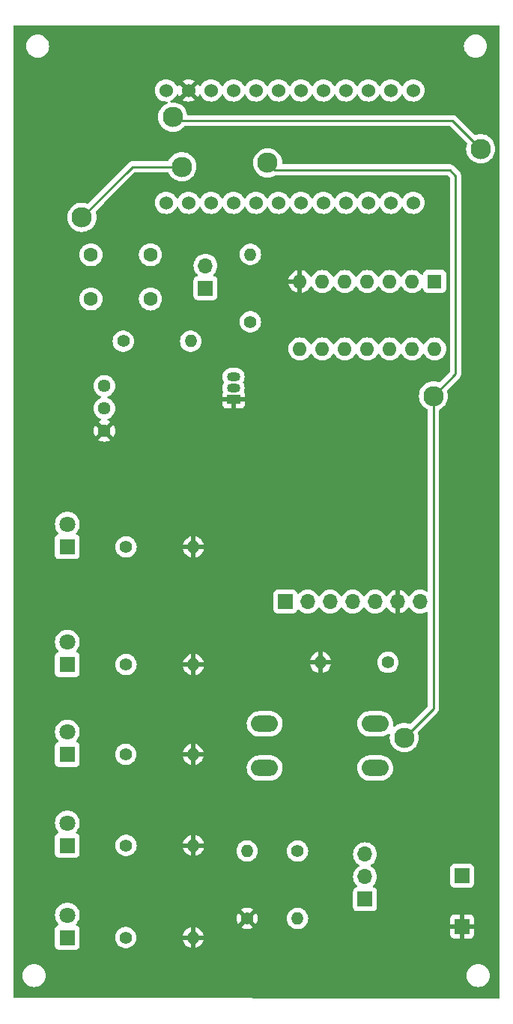
<source format=gbr>
%TF.GenerationSoftware,KiCad,Pcbnew,7.0.8*%
%TF.CreationDate,2024-05-22T14:40:07-04:00*%
%TF.ProjectId,avalanche_transmitter,6176616c-616e-4636-9865-5f7472616e73,1.0*%
%TF.SameCoordinates,Original*%
%TF.FileFunction,Copper,L2,Bot*%
%TF.FilePolarity,Positive*%
%FSLAX46Y46*%
G04 Gerber Fmt 4.6, Leading zero omitted, Abs format (unit mm)*
G04 Created by KiCad (PCBNEW 7.0.8) date 2024-05-22 14:40:07*
%MOMM*%
%LPD*%
G01*
G04 APERTURE LIST*
%TA.AperFunction,ComponentPad*%
%ADD10R,1.700000X1.700000*%
%TD*%
%TA.AperFunction,ComponentPad*%
%ADD11O,1.700000X1.700000*%
%TD*%
%TA.AperFunction,ComponentPad*%
%ADD12O,1.400000X1.400000*%
%TD*%
%TA.AperFunction,ComponentPad*%
%ADD13C,1.400000*%
%TD*%
%TA.AperFunction,ComponentPad*%
%ADD14C,1.524000*%
%TD*%
%TA.AperFunction,ComponentPad*%
%ADD15R,1.600000X1.600000*%
%TD*%
%TA.AperFunction,ComponentPad*%
%ADD16O,1.600000X1.600000*%
%TD*%
%TA.AperFunction,ComponentPad*%
%ADD17R,1.800000X1.800000*%
%TD*%
%TA.AperFunction,ComponentPad*%
%ADD18C,1.800000*%
%TD*%
%TA.AperFunction,ComponentPad*%
%ADD19C,1.440000*%
%TD*%
%TA.AperFunction,ComponentPad*%
%ADD20R,1.500000X1.050000*%
%TD*%
%TA.AperFunction,ComponentPad*%
%ADD21O,1.500000X1.050000*%
%TD*%
%TA.AperFunction,ComponentPad*%
%ADD22C,1.600000*%
%TD*%
%TA.AperFunction,ComponentPad*%
%ADD23O,3.048000X1.850000*%
%TD*%
%TA.AperFunction,ViaPad*%
%ADD24C,2.300000*%
%TD*%
%TA.AperFunction,Conductor*%
%ADD25C,0.250000*%
%TD*%
G04 APERTURE END LIST*
D10*
%TO.P,SW2,1,A*%
%TO.N,/on{slash}off*%
X72009000Y-113777000D03*
D11*
%TO.P,SW2,2,B*%
%TO.N,+6V*%
X72009000Y-111237000D03*
%TO.P,SW2,3,C*%
%TO.N,unconnected-(SW2-C-Pad3)*%
X72009000Y-108697000D03*
%TD*%
D12*
%TO.P,R10,2*%
%TO.N,Net-(U2-A1)*%
X58674000Y-108331000D03*
D13*
%TO.P,R10,1*%
%TO.N,GND*%
X58674000Y-115951000D03*
%TD*%
D12*
%TO.P,R9,2*%
%TO.N,/on{slash}off*%
X64389000Y-115951000D03*
D13*
%TO.P,R9,1*%
%TO.N,Net-(U2-A1)*%
X64389000Y-108331000D03*
%TD*%
D14*
%TO.P,U2,1,bat*%
%TO.N,/on{slash}off*%
X49530000Y-22352000D03*
%TO.P,U2,2,ground*%
%TO.N,GND*%
X52070000Y-22352000D03*
%TO.P,U2,3,bus*%
%TO.N,unconnected-(U2-bus-Pad3)*%
X54610000Y-22352000D03*
%TO.P,U2,4,3V*%
%TO.N,+3V0*%
X57150000Y-22352000D03*
%TO.P,U2,5,8*%
%TO.N,Net-(U2-8)*%
X59690000Y-22352000D03*
%TO.P,U2,6,6*%
%TO.N,Net-(D1-K)*%
X62230000Y-22352000D03*
%TO.P,U2,7,5*%
%TO.N,Net-(50\u00251-K)*%
X64770000Y-22352000D03*
%TO.P,U2,8,4*%
%TO.N,Net-(75\u00251-K)*%
X67310000Y-22352000D03*
%TO.P,U2,9,3*%
%TO.N,Net-(100\u00251-K)*%
X69850000Y-22352000D03*
%TO.P,U2,10,TX*%
%TO.N,unconnected-(U2-TX-Pad10)*%
X72390000Y-22352000D03*
%TO.P,U2,11,RX*%
%TO.N,unconnected-(U2-RX-Pad11)*%
X74930000Y-22352000D03*
%TO.P,U2,12,RST*%
%TO.N,unconnected-(U2-RST-Pad12)*%
X77470000Y-22352000D03*
%TO.P,U2,13,9*%
%TO.N,unconnected-(U2-9-Pad13)*%
X49530000Y-35052000D03*
%TO.P,U2,14,10*%
%TO.N,unconnected-(U2-10-Pad14)*%
X52070000Y-35052000D03*
%TO.P,U2,15,11*%
%TO.N,unconnected-(U2-11-Pad15)*%
X54610000Y-35052000D03*
%TO.P,U2,16,12*%
%TO.N,Net-(U2-12)*%
X57150000Y-35052000D03*
%TO.P,U2,17,13*%
%TO.N,Net-(TRANSMITTING1-K)*%
X59690000Y-35052000D03*
%TO.P,U2,18,Ar*%
%TO.N,unconnected-(U2-Ar-Pad18)*%
X62230000Y-35052000D03*
%TO.P,U2,19,A0*%
%TO.N,unconnected-(U2-A0-Pad19)*%
X64770000Y-35052000D03*
%TO.P,U2,20,A1*%
%TO.N,Net-(U2-A1)*%
X67310000Y-35052000D03*
%TO.P,U2,21,A2*%
%TO.N,unconnected-(U2-A2-Pad21)*%
X69850000Y-35052000D03*
%TO.P,U2,22,A3*%
%TO.N,unconnected-(U2-A3-Pad22)*%
X72390000Y-35052000D03*
%TO.P,U2,23,A4*%
%TO.N,Net-(J1-Pin_5)*%
X74930000Y-35052000D03*
%TO.P,U2,24,A5*%
%TO.N,Net-(J1-Pin_4)*%
X77470000Y-35052000D03*
%TD*%
D15*
%TO.P,U1,1*%
%TO.N,Net-(J1-Pin_1)*%
X79888000Y-43952000D03*
D16*
%TO.P,U1,2*%
%TO.N,Net-(U2-12)*%
X77348000Y-43952000D03*
%TO.P,U1,3*%
%TO.N,Net-(R7-Pad2)*%
X74808000Y-43952000D03*
%TO.P,U1,4*%
%TO.N,N/C*%
X72268000Y-43952000D03*
%TO.P,U1,5*%
X69728000Y-43952000D03*
%TO.P,U1,6*%
X67188000Y-43952000D03*
%TO.P,U1,7,GND*%
%TO.N,GND*%
X64648000Y-43952000D03*
%TO.P,U1,8*%
%TO.N,N/C*%
X64648000Y-51572000D03*
%TO.P,U1,9*%
X67188000Y-51572000D03*
%TO.P,U1,10*%
X69728000Y-51572000D03*
%TO.P,U1,11*%
X72268000Y-51572000D03*
%TO.P,U1,12*%
X74808000Y-51572000D03*
%TO.P,U1,13*%
X77348000Y-51572000D03*
%TO.P,U1,14,VCC*%
%TO.N,+3V0*%
X79888000Y-51572000D03*
%TD*%
D17*
%TO.P,TRANSMITTING1,1,K*%
%TO.N,Net-(TRANSMITTING1-K)*%
X38354000Y-73919000D03*
D18*
%TO.P,TRANSMITTING1,2,A*%
%TO.N,Net-(TRANSMITTING1-A)*%
X38354000Y-71379000D03*
%TD*%
D19*
%TO.P,RV1,1,1*%
%TO.N,Net-(R7-Pad1)*%
X42545000Y-55753000D03*
%TO.P,RV1,2,2*%
%TO.N,Net-(Q1-B)*%
X42545000Y-58293000D03*
%TO.P,RV1,3,3*%
%TO.N,GND*%
X42545000Y-60833000D03*
%TD*%
D13*
%TO.P,R8,1*%
%TO.N,Net-(AE1-Pad2)*%
X59055000Y-48514000D03*
D12*
%TO.P,R8,2*%
%TO.N,+3V0*%
X59055000Y-40894000D03*
%TD*%
D20*
%TO.P,Q1,1,E*%
%TO.N,GND*%
X57150000Y-57277000D03*
D21*
%TO.P,Q1,2,B*%
%TO.N,Net-(Q1-B)*%
X57150000Y-56007000D03*
%TO.P,Q1,3,C*%
%TO.N,Net-(Q1-C)*%
X57150000Y-54737000D03*
%TD*%
D10*
%TO.P,J1,1,Pin_1*%
%TO.N,Net-(J1-Pin_1)*%
X62992000Y-80137000D03*
D11*
%TO.P,J1,2,Pin_2*%
%TO.N,unconnected-(J1-Pin_2-Pad2)*%
X65532000Y-80137000D03*
%TO.P,J1,3,Pin_3*%
%TO.N,unconnected-(J1-Pin_3-Pad3)*%
X68072000Y-80137000D03*
%TO.P,J1,4,Pin_4*%
%TO.N,Net-(J1-Pin_4)*%
X70612000Y-80137000D03*
%TO.P,J1,5,Pin_5*%
%TO.N,Net-(J1-Pin_5)*%
X73152000Y-80137000D03*
%TO.P,J1,6,Pin_6*%
%TO.N,GND*%
X75692000Y-80137000D03*
%TO.P,J1,7,Pin_7*%
%TO.N,+3V0*%
X78232000Y-80137000D03*
%TD*%
D17*
%TO.P,D1,1,K*%
%TO.N,Net-(D1-K)*%
X38354000Y-87249000D03*
D18*
%TO.P,D1,2,A*%
%TO.N,Net-(D1-A)*%
X38354000Y-84709000D03*
%TD*%
D22*
%TO.P,C3,1*%
%TO.N,Net-(AE1-Pad2)*%
X47752000Y-40934000D03*
%TO.P,C3,2*%
%TO.N,Net-(Q1-C)*%
X47752000Y-45934000D03*
%TD*%
%TO.P,C2,1*%
%TO.N,Net-(AE1-Pad2)*%
X41021000Y-40934000D03*
%TO.P,C2,2*%
%TO.N,Net-(Q1-C)*%
X41021000Y-45934000D03*
%TD*%
D10*
%TO.P,AE1,1*%
%TO.N,Net-(Q1-C)*%
X53975000Y-44704000D03*
D11*
%TO.P,AE1,2*%
%TO.N,Net-(AE1-Pad2)*%
X53975000Y-42164000D03*
%TD*%
D18*
%TO.P,100\u00251,2,A*%
%TO.N,Net-(100\u00251-A)*%
X38354000Y-115570000D03*
D17*
%TO.P,100\u00251,1,K*%
%TO.N,Net-(100\u00251-K)*%
X38354000Y-118110000D03*
%TD*%
%TO.P,75\u00251,1,K*%
%TO.N,Net-(75\u00251-K)*%
X38354000Y-107696000D03*
D18*
%TO.P,75\u00251,2,A*%
%TO.N,Net-(75\u00251-A)*%
X38354000Y-105156000D03*
%TD*%
D17*
%TO.P,50\u00251,1,K*%
%TO.N,Net-(50\u00251-K)*%
X38354000Y-97409000D03*
D18*
%TO.P,50\u00251,2,A*%
%TO.N,Net-(50\u00251-A)*%
X38354000Y-94869000D03*
%TD*%
D12*
%TO.P,R4,2*%
%TO.N,GND*%
X52578000Y-118110000D03*
D13*
%TO.P,R4,1*%
%TO.N,Net-(100\u00251-A)*%
X44958000Y-118110000D03*
%TD*%
%TO.P,R7,1*%
%TO.N,Net-(R7-Pad1)*%
X44680000Y-50700000D03*
D12*
%TO.P,R7,2*%
%TO.N,Net-(R7-Pad2)*%
X52300000Y-50700000D03*
%TD*%
D13*
%TO.P,R1,1*%
%TO.N,Net-(D1-A)*%
X45000000Y-87249000D03*
D12*
%TO.P,R1,2*%
%TO.N,GND*%
X52620000Y-87249000D03*
%TD*%
%TO.P,R5,2*%
%TO.N,GND*%
X52620000Y-73950000D03*
D13*
%TO.P,R5,1*%
%TO.N,Net-(TRANSMITTING1-A)*%
X45000000Y-73950000D03*
%TD*%
D12*
%TO.P,R2,2*%
%TO.N,GND*%
X52578000Y-97409000D03*
D13*
%TO.P,R2,1*%
%TO.N,Net-(50\u00251-A)*%
X44958000Y-97409000D03*
%TD*%
D10*
%TO.P,GND,1*%
%TO.N,GND*%
X83000000Y-116850000D03*
%TD*%
D13*
%TO.P,R6,1*%
%TO.N,Net-(U2-8)*%
X74600000Y-87000000D03*
D12*
%TO.P,R6,2*%
%TO.N,GND*%
X66980000Y-87000000D03*
%TD*%
D23*
%TO.P,REF\u002A\u002A,1*%
%TO.N,N/C*%
X60660000Y-93950000D03*
%TO.N,Net-(U2-8)*%
X73160000Y-93950000D03*
%TO.P,REF\u002A\u002A,2*%
%TO.N,N/C*%
X60660000Y-98950000D03*
%TO.N,+3V0*%
X73160000Y-98950000D03*
%TD*%
D12*
%TO.P,R3,2*%
%TO.N,GND*%
X52620000Y-107696000D03*
D13*
%TO.P,R3,1*%
%TO.N,Net-(75\u00251-A)*%
X45000000Y-107696000D03*
%TD*%
D10*
%TO.P,Battery In (6V),1*%
%TO.N,+6V*%
X83000000Y-111100000D03*
%TD*%
D24*
%TO.N,+3V0*%
X76454000Y-95504000D03*
X79756000Y-56896000D03*
X61000000Y-30550000D03*
%TO.N,Net-(TRANSMITTING1-K)*%
X51308000Y-30988000D03*
X40000000Y-36700000D03*
%TO.N,/on{slash}off*%
X50275000Y-25375000D03*
X85090000Y-28956000D03*
%TO.N,GND*%
X73450000Y-29250000D03*
X50600000Y-65600000D03*
X41100000Y-27500000D03*
X70650000Y-70350000D03*
X53500000Y-113100000D03*
X53450000Y-91750000D03*
X60800000Y-86050000D03*
%TD*%
D25*
%TO.N,+3V0*%
X79756000Y-92202000D02*
X76454000Y-95504000D01*
X79756000Y-56896000D02*
X79756000Y-92202000D01*
X82250000Y-54402000D02*
X79756000Y-56896000D01*
X82250000Y-32000000D02*
X82250000Y-54402000D01*
X61800000Y-31350000D02*
X81600000Y-31350000D01*
X61000000Y-30550000D02*
X61800000Y-31350000D01*
X81600000Y-31350000D02*
X82250000Y-32000000D01*
X78440000Y-79860000D02*
X78200000Y-80100000D01*
%TO.N,Net-(TRANSMITTING1-K)*%
X45712000Y-30988000D02*
X40000000Y-36700000D01*
X51308000Y-30988000D02*
X45712000Y-30988000D01*
%TO.N,/on{slash}off*%
X81909000Y-25775000D02*
X85090000Y-28956000D01*
X50275000Y-25375000D02*
X50675000Y-25775000D01*
X50675000Y-25775000D02*
X81909000Y-25775000D01*
%TD*%
%TA.AperFunction,Conductor*%
%TO.N,GND*%
G36*
X87192539Y-15020185D02*
G01*
X87238294Y-15072989D01*
X87249500Y-15124500D01*
X87249500Y-124875500D01*
X87229815Y-124942539D01*
X87177011Y-124988294D01*
X87125500Y-124999500D01*
X86750140Y-124999500D01*
X32374387Y-124950112D01*
X32307366Y-124930367D01*
X32261659Y-124877521D01*
X32250500Y-124826112D01*
X32250500Y-122400001D01*
X33294532Y-122400001D01*
X33314364Y-122626686D01*
X33314366Y-122626697D01*
X33373258Y-122846488D01*
X33373261Y-122846497D01*
X33469431Y-123052732D01*
X33469432Y-123052734D01*
X33599954Y-123239141D01*
X33760858Y-123400045D01*
X33760861Y-123400047D01*
X33947266Y-123530568D01*
X34153504Y-123626739D01*
X34373308Y-123685635D01*
X34543216Y-123700500D01*
X34656784Y-123700500D01*
X34826692Y-123685635D01*
X35046496Y-123626739D01*
X35252734Y-123530568D01*
X35439139Y-123400047D01*
X35600047Y-123239139D01*
X35730568Y-123052734D01*
X35826739Y-122846496D01*
X35885635Y-122626692D01*
X35905468Y-122400001D01*
X83494532Y-122400001D01*
X83514364Y-122626686D01*
X83514366Y-122626697D01*
X83573258Y-122846488D01*
X83573261Y-122846497D01*
X83669431Y-123052732D01*
X83669432Y-123052734D01*
X83799954Y-123239141D01*
X83960858Y-123400045D01*
X83960861Y-123400047D01*
X84147266Y-123530568D01*
X84353504Y-123626739D01*
X84573308Y-123685635D01*
X84743216Y-123700500D01*
X84856784Y-123700500D01*
X85026692Y-123685635D01*
X85246496Y-123626739D01*
X85452734Y-123530568D01*
X85639139Y-123400047D01*
X85800047Y-123239139D01*
X85930568Y-123052734D01*
X86026739Y-122846496D01*
X86085635Y-122626692D01*
X86105468Y-122400000D01*
X86085635Y-122173308D01*
X86026739Y-121953504D01*
X85930568Y-121747266D01*
X85800047Y-121560861D01*
X85800045Y-121560858D01*
X85639141Y-121399954D01*
X85452734Y-121269432D01*
X85452732Y-121269431D01*
X85246497Y-121173261D01*
X85246488Y-121173258D01*
X85026697Y-121114366D01*
X85026687Y-121114364D01*
X84856784Y-121099500D01*
X84743216Y-121099500D01*
X84573312Y-121114364D01*
X84573302Y-121114366D01*
X84353511Y-121173258D01*
X84353502Y-121173261D01*
X84147267Y-121269431D01*
X84147265Y-121269432D01*
X83960858Y-121399954D01*
X83799954Y-121560858D01*
X83669432Y-121747265D01*
X83669431Y-121747267D01*
X83573261Y-121953502D01*
X83573258Y-121953511D01*
X83514366Y-122173302D01*
X83514364Y-122173313D01*
X83494532Y-122399998D01*
X83494532Y-122400001D01*
X35905468Y-122400001D01*
X35905468Y-122400000D01*
X35885635Y-122173308D01*
X35826739Y-121953504D01*
X35730568Y-121747266D01*
X35600047Y-121560861D01*
X35600045Y-121560858D01*
X35439141Y-121399954D01*
X35252734Y-121269432D01*
X35252732Y-121269431D01*
X35046497Y-121173261D01*
X35046488Y-121173258D01*
X34826697Y-121114366D01*
X34826687Y-121114364D01*
X34656784Y-121099500D01*
X34543216Y-121099500D01*
X34373312Y-121114364D01*
X34373302Y-121114366D01*
X34153511Y-121173258D01*
X34153502Y-121173261D01*
X33947267Y-121269431D01*
X33947265Y-121269432D01*
X33760858Y-121399954D01*
X33599954Y-121560858D01*
X33469432Y-121747265D01*
X33469431Y-121747267D01*
X33373261Y-121953502D01*
X33373258Y-121953511D01*
X33314366Y-122173302D01*
X33314364Y-122173313D01*
X33294532Y-122399998D01*
X33294532Y-122400001D01*
X32250500Y-122400001D01*
X32250500Y-115570006D01*
X36948700Y-115570006D01*
X36967864Y-115801297D01*
X36967866Y-115801308D01*
X37024842Y-116026300D01*
X37118075Y-116238848D01*
X37245016Y-116433147D01*
X37245019Y-116433151D01*
X37245021Y-116433153D01*
X37339803Y-116536114D01*
X37370724Y-116598767D01*
X37362864Y-116668193D01*
X37318716Y-116722348D01*
X37291906Y-116736277D01*
X37211669Y-116766203D01*
X37211664Y-116766206D01*
X37096455Y-116852452D01*
X37096452Y-116852455D01*
X37010206Y-116967664D01*
X37010202Y-116967671D01*
X36959908Y-117102517D01*
X36953501Y-117162116D01*
X36953501Y-117162123D01*
X36953500Y-117162135D01*
X36953500Y-119057870D01*
X36953501Y-119057876D01*
X36959908Y-119117483D01*
X37010202Y-119252328D01*
X37010206Y-119252335D01*
X37096452Y-119367544D01*
X37096455Y-119367547D01*
X37211664Y-119453793D01*
X37211671Y-119453797D01*
X37346517Y-119504091D01*
X37346516Y-119504091D01*
X37353444Y-119504835D01*
X37406127Y-119510500D01*
X39301872Y-119510499D01*
X39361483Y-119504091D01*
X39496331Y-119453796D01*
X39611546Y-119367546D01*
X39697796Y-119252331D01*
X39748091Y-119117483D01*
X39754500Y-119057873D01*
X39754499Y-118110000D01*
X43752357Y-118110000D01*
X43772884Y-118331535D01*
X43772885Y-118331537D01*
X43833769Y-118545523D01*
X43833775Y-118545538D01*
X43932938Y-118744683D01*
X43932943Y-118744691D01*
X44067020Y-118922238D01*
X44231437Y-119072123D01*
X44231439Y-119072125D01*
X44420595Y-119189245D01*
X44420596Y-119189245D01*
X44420599Y-119189247D01*
X44628060Y-119269618D01*
X44846757Y-119310500D01*
X44846759Y-119310500D01*
X45069241Y-119310500D01*
X45069243Y-119310500D01*
X45287940Y-119269618D01*
X45495401Y-119189247D01*
X45684562Y-119072124D01*
X45848981Y-118922236D01*
X45983058Y-118744689D01*
X46082229Y-118545528D01*
X46135016Y-118360000D01*
X51401505Y-118360000D01*
X51454239Y-118545349D01*
X51553368Y-118744425D01*
X51687391Y-118921900D01*
X51851738Y-119071721D01*
X52040820Y-119188797D01*
X52040822Y-119188798D01*
X52248195Y-119269135D01*
X52328000Y-119284052D01*
X52328000Y-118360000D01*
X51401505Y-118360000D01*
X46135016Y-118360000D01*
X46143115Y-118331536D01*
X46160928Y-118139302D01*
X52224372Y-118139302D01*
X52253047Y-118252538D01*
X52316936Y-118350327D01*
X52409115Y-118422072D01*
X52519595Y-118460000D01*
X52607005Y-118460000D01*
X52693216Y-118445614D01*
X52795947Y-118390019D01*
X52823581Y-118360000D01*
X52828000Y-118360000D01*
X52828000Y-119284052D01*
X52907804Y-119269135D01*
X53115177Y-119188798D01*
X53115179Y-119188797D01*
X53304261Y-119071721D01*
X53468608Y-118921900D01*
X53602631Y-118744425D01*
X53701760Y-118545349D01*
X53754495Y-118360000D01*
X52828000Y-118360000D01*
X52823581Y-118360000D01*
X52875060Y-118304079D01*
X52921982Y-118197108D01*
X52931628Y-118080698D01*
X52902953Y-117967462D01*
X52839064Y-117869673D01*
X52746885Y-117797928D01*
X52636405Y-117760000D01*
X52548995Y-117760000D01*
X52462784Y-117774386D01*
X52360053Y-117829981D01*
X52280940Y-117915921D01*
X52234018Y-118022892D01*
X52224372Y-118139302D01*
X46160928Y-118139302D01*
X46163643Y-118110000D01*
X46143115Y-117888464D01*
X46135016Y-117860000D01*
X51401505Y-117860000D01*
X52328000Y-117860000D01*
X52328000Y-116935946D01*
X52828000Y-116935946D01*
X52828000Y-117860000D01*
X53754495Y-117860000D01*
X53722585Y-117747844D01*
X81650000Y-117747844D01*
X81656401Y-117807372D01*
X81656403Y-117807379D01*
X81706645Y-117942086D01*
X81706649Y-117942093D01*
X81792809Y-118057187D01*
X81792812Y-118057190D01*
X81907906Y-118143350D01*
X81907913Y-118143354D01*
X82042620Y-118193596D01*
X82042627Y-118193598D01*
X82102155Y-118199999D01*
X82102172Y-118200000D01*
X82750000Y-118200000D01*
X82750000Y-117285501D01*
X82857685Y-117334680D01*
X82964237Y-117350000D01*
X83035763Y-117350000D01*
X83142315Y-117334680D01*
X83250000Y-117285501D01*
X83250000Y-118200000D01*
X83897828Y-118200000D01*
X83897844Y-118199999D01*
X83957372Y-118193598D01*
X83957379Y-118193596D01*
X84092086Y-118143354D01*
X84092093Y-118143350D01*
X84207187Y-118057190D01*
X84207190Y-118057187D01*
X84293350Y-117942093D01*
X84293354Y-117942086D01*
X84343596Y-117807379D01*
X84343598Y-117807372D01*
X84349999Y-117747844D01*
X84350000Y-117747827D01*
X84350000Y-117100000D01*
X83433686Y-117100000D01*
X83459493Y-117059844D01*
X83500000Y-116921889D01*
X83500000Y-116778111D01*
X83459493Y-116640156D01*
X83433686Y-116600000D01*
X84350000Y-116600000D01*
X84350000Y-115952172D01*
X84349999Y-115952155D01*
X84343598Y-115892627D01*
X84343596Y-115892620D01*
X84293354Y-115757913D01*
X84293350Y-115757906D01*
X84207190Y-115642812D01*
X84207187Y-115642809D01*
X84092093Y-115556649D01*
X84092086Y-115556645D01*
X83957379Y-115506403D01*
X83957372Y-115506401D01*
X83897844Y-115500000D01*
X83250000Y-115500000D01*
X83250000Y-116414498D01*
X83142315Y-116365320D01*
X83035763Y-116350000D01*
X82964237Y-116350000D01*
X82857685Y-116365320D01*
X82750000Y-116414498D01*
X82750000Y-115500000D01*
X82102155Y-115500000D01*
X82042627Y-115506401D01*
X82042620Y-115506403D01*
X81907913Y-115556645D01*
X81907906Y-115556649D01*
X81792812Y-115642809D01*
X81792809Y-115642812D01*
X81706649Y-115757906D01*
X81706645Y-115757913D01*
X81656403Y-115892620D01*
X81656401Y-115892627D01*
X81650000Y-115952155D01*
X81650000Y-116600000D01*
X82566314Y-116600000D01*
X82540507Y-116640156D01*
X82500000Y-116778111D01*
X82500000Y-116921889D01*
X82540507Y-117059844D01*
X82566314Y-117100000D01*
X81650000Y-117100000D01*
X81650000Y-117747844D01*
X53722585Y-117747844D01*
X53701760Y-117674650D01*
X53602631Y-117475574D01*
X53468608Y-117298099D01*
X53304261Y-117148278D01*
X53115179Y-117031202D01*
X53115177Y-117031201D01*
X52925910Y-116957880D01*
X58020672Y-116957880D01*
X58136821Y-117029797D01*
X58136822Y-117029798D01*
X58344195Y-117110134D01*
X58562807Y-117151000D01*
X58785193Y-117151000D01*
X59003809Y-117110133D01*
X59211168Y-117029801D01*
X59211181Y-117029795D01*
X59327326Y-116957879D01*
X58674001Y-116304553D01*
X58674000Y-116304553D01*
X58020672Y-116957879D01*
X58020672Y-116957880D01*
X52925910Y-116957880D01*
X52907799Y-116950864D01*
X52828000Y-116935946D01*
X52328000Y-116935946D01*
X52248200Y-116950864D01*
X52040822Y-117031201D01*
X52040820Y-117031202D01*
X51851738Y-117148278D01*
X51687391Y-117298099D01*
X51553368Y-117475574D01*
X51454239Y-117674650D01*
X51401505Y-117860000D01*
X46135016Y-117860000D01*
X46082229Y-117674472D01*
X45983189Y-117475574D01*
X45983061Y-117475316D01*
X45983056Y-117475308D01*
X45848979Y-117297761D01*
X45684562Y-117147876D01*
X45684560Y-117147874D01*
X45495404Y-117030754D01*
X45495398Y-117030752D01*
X45287940Y-116950382D01*
X45069243Y-116909500D01*
X44846757Y-116909500D01*
X44628060Y-116950382D01*
X44496864Y-117001207D01*
X44420601Y-117030752D01*
X44420595Y-117030754D01*
X44231439Y-117147874D01*
X44231437Y-117147876D01*
X44067020Y-117297761D01*
X43932943Y-117475308D01*
X43932938Y-117475316D01*
X43833775Y-117674461D01*
X43833769Y-117674476D01*
X43772885Y-117888462D01*
X43772884Y-117888464D01*
X43752357Y-118109999D01*
X43752357Y-118110000D01*
X39754499Y-118110000D01*
X39754499Y-117162128D01*
X39748091Y-117102517D01*
X39747152Y-117100000D01*
X39697797Y-116967671D01*
X39697793Y-116967664D01*
X39611547Y-116852455D01*
X39611544Y-116852452D01*
X39496335Y-116766206D01*
X39496328Y-116766202D01*
X39416094Y-116736277D01*
X39360160Y-116694406D01*
X39335743Y-116628941D01*
X39350595Y-116560668D01*
X39368190Y-116536121D01*
X39462979Y-116433153D01*
X39589924Y-116238849D01*
X39683157Y-116026300D01*
X39702226Y-115951000D01*
X57468859Y-115951000D01*
X57489378Y-116172439D01*
X57550240Y-116386350D01*
X57649369Y-116585428D01*
X57665137Y-116606308D01*
X57665138Y-116606308D01*
X58291145Y-115980302D01*
X58320372Y-115980302D01*
X58349047Y-116093538D01*
X58412936Y-116191327D01*
X58505115Y-116263072D01*
X58615595Y-116301000D01*
X58703005Y-116301000D01*
X58789216Y-116286614D01*
X58891947Y-116231019D01*
X58971060Y-116145079D01*
X59017982Y-116038108D01*
X59025200Y-115951000D01*
X59027553Y-115951000D01*
X59682861Y-116606308D01*
X59698631Y-116585425D01*
X59698633Y-116585422D01*
X59797759Y-116386350D01*
X59858621Y-116172439D01*
X59879141Y-115951000D01*
X63183357Y-115951000D01*
X63203884Y-116172535D01*
X63203885Y-116172537D01*
X63264769Y-116386523D01*
X63264775Y-116386538D01*
X63363938Y-116585683D01*
X63363943Y-116585691D01*
X63498020Y-116763238D01*
X63662437Y-116913123D01*
X63662439Y-116913125D01*
X63851595Y-117030245D01*
X63851596Y-117030245D01*
X63851599Y-117030247D01*
X64059060Y-117110618D01*
X64277757Y-117151500D01*
X64277759Y-117151500D01*
X64500241Y-117151500D01*
X64500243Y-117151500D01*
X64718940Y-117110618D01*
X64926401Y-117030247D01*
X65115562Y-116913124D01*
X65276725Y-116766204D01*
X65279979Y-116763238D01*
X65315721Y-116715909D01*
X65414058Y-116585689D01*
X65513229Y-116386528D01*
X65574115Y-116172536D01*
X65594643Y-115951000D01*
X65576750Y-115757906D01*
X65574115Y-115729464D01*
X65574114Y-115729462D01*
X65549459Y-115642809D01*
X65513229Y-115515472D01*
X65513224Y-115515461D01*
X65414061Y-115316316D01*
X65414056Y-115316308D01*
X65279979Y-115138761D01*
X65115562Y-114988876D01*
X65115560Y-114988874D01*
X64926404Y-114871754D01*
X64926398Y-114871752D01*
X64920141Y-114869328D01*
X64718940Y-114791382D01*
X64500243Y-114750500D01*
X64277757Y-114750500D01*
X64059060Y-114791382D01*
X63927864Y-114842207D01*
X63851601Y-114871752D01*
X63851595Y-114871754D01*
X63662439Y-114988874D01*
X63662437Y-114988876D01*
X63498020Y-115138761D01*
X63363943Y-115316308D01*
X63363938Y-115316316D01*
X63264775Y-115515461D01*
X63264769Y-115515476D01*
X63203885Y-115729462D01*
X63203884Y-115729464D01*
X63183357Y-115950999D01*
X63183357Y-115951000D01*
X59879141Y-115951000D01*
X59879141Y-115950999D01*
X59858621Y-115729560D01*
X59797759Y-115515649D01*
X59698635Y-115316580D01*
X59698630Y-115316572D01*
X59682860Y-115295690D01*
X59027553Y-115950999D01*
X59027553Y-115951000D01*
X59025200Y-115951000D01*
X59027628Y-115921698D01*
X58998953Y-115808462D01*
X58935064Y-115710673D01*
X58842885Y-115638928D01*
X58732405Y-115601000D01*
X58644995Y-115601000D01*
X58558784Y-115615386D01*
X58456053Y-115670981D01*
X58376940Y-115756921D01*
X58330018Y-115863892D01*
X58320372Y-115980302D01*
X58291145Y-115980302D01*
X58320447Y-115951000D01*
X57665138Y-115295691D01*
X57665137Y-115295691D01*
X57649368Y-115316574D01*
X57550240Y-115515649D01*
X57489378Y-115729560D01*
X57468859Y-115950999D01*
X57468859Y-115951000D01*
X39702226Y-115951000D01*
X39740134Y-115801305D01*
X39740135Y-115801297D01*
X39759300Y-115570006D01*
X39759300Y-115569993D01*
X39740135Y-115338702D01*
X39740133Y-115338691D01*
X39683157Y-115113699D01*
X39608772Y-114944119D01*
X58020671Y-114944119D01*
X58674000Y-115597447D01*
X58674001Y-115597447D01*
X59327327Y-114944119D01*
X59211178Y-114872202D01*
X59211177Y-114872201D01*
X59003804Y-114791865D01*
X58785193Y-114751000D01*
X58562807Y-114751000D01*
X58344195Y-114791865D01*
X58136824Y-114872200D01*
X58136823Y-114872201D01*
X58020671Y-114944119D01*
X39608772Y-114944119D01*
X39589924Y-114901151D01*
X39462983Y-114706852D01*
X39462980Y-114706849D01*
X39462979Y-114706847D01*
X39305784Y-114536087D01*
X39305779Y-114536083D01*
X39305777Y-114536081D01*
X39122634Y-114393535D01*
X39122628Y-114393531D01*
X38918504Y-114283064D01*
X38918495Y-114283061D01*
X38698984Y-114207702D01*
X38527282Y-114179050D01*
X38470049Y-114169500D01*
X38237951Y-114169500D01*
X38192164Y-114177140D01*
X38009015Y-114207702D01*
X37789504Y-114283061D01*
X37789495Y-114283064D01*
X37585371Y-114393531D01*
X37585365Y-114393535D01*
X37402222Y-114536081D01*
X37402219Y-114536084D01*
X37245016Y-114706852D01*
X37118075Y-114901151D01*
X37024842Y-115113699D01*
X36967866Y-115338691D01*
X36967864Y-115338702D01*
X36948700Y-115569993D01*
X36948700Y-115570006D01*
X32250500Y-115570006D01*
X32250500Y-111237000D01*
X70653341Y-111237000D01*
X70673936Y-111472403D01*
X70673938Y-111472413D01*
X70735094Y-111700655D01*
X70735096Y-111700659D01*
X70735097Y-111700663D01*
X70834965Y-111914830D01*
X70834967Y-111914834D01*
X70893112Y-111997873D01*
X70970501Y-112108396D01*
X70970506Y-112108402D01*
X71092430Y-112230326D01*
X71125915Y-112291649D01*
X71120931Y-112361341D01*
X71079059Y-112417274D01*
X71048083Y-112434189D01*
X70916669Y-112483203D01*
X70916664Y-112483206D01*
X70801455Y-112569452D01*
X70801452Y-112569455D01*
X70715206Y-112684664D01*
X70715202Y-112684671D01*
X70664908Y-112819517D01*
X70658501Y-112879116D01*
X70658501Y-112879123D01*
X70658500Y-112879135D01*
X70658500Y-114674870D01*
X70658501Y-114674876D01*
X70664908Y-114734483D01*
X70715202Y-114869328D01*
X70715206Y-114869335D01*
X70801452Y-114984544D01*
X70801455Y-114984547D01*
X70916664Y-115070793D01*
X70916671Y-115070797D01*
X71051517Y-115121091D01*
X71051516Y-115121091D01*
X71058444Y-115121835D01*
X71111127Y-115127500D01*
X72906872Y-115127499D01*
X72966483Y-115121091D01*
X73101331Y-115070796D01*
X73216546Y-114984546D01*
X73302796Y-114869331D01*
X73353091Y-114734483D01*
X73359500Y-114674873D01*
X73359499Y-112879128D01*
X73353091Y-112819517D01*
X73302796Y-112684669D01*
X73302795Y-112684668D01*
X73302793Y-112684664D01*
X73216547Y-112569455D01*
X73216544Y-112569452D01*
X73101335Y-112483206D01*
X73101328Y-112483202D01*
X72969917Y-112434189D01*
X72913983Y-112392318D01*
X72889566Y-112326853D01*
X72904418Y-112258580D01*
X72925563Y-112230332D01*
X73047495Y-112108401D01*
X73124890Y-111997870D01*
X81649500Y-111997870D01*
X81649501Y-111997876D01*
X81655908Y-112057483D01*
X81706202Y-112192328D01*
X81706206Y-112192335D01*
X81792452Y-112307544D01*
X81792455Y-112307547D01*
X81907664Y-112393793D01*
X81907671Y-112393797D01*
X82042517Y-112444091D01*
X82042516Y-112444091D01*
X82049444Y-112444835D01*
X82102127Y-112450500D01*
X83897872Y-112450499D01*
X83957483Y-112444091D01*
X84092331Y-112393796D01*
X84207546Y-112307546D01*
X84293796Y-112192331D01*
X84344091Y-112057483D01*
X84350500Y-111997873D01*
X84350499Y-110202128D01*
X84344091Y-110142517D01*
X84316512Y-110068575D01*
X84293797Y-110007671D01*
X84293793Y-110007664D01*
X84207547Y-109892455D01*
X84207544Y-109892452D01*
X84092335Y-109806206D01*
X84092328Y-109806202D01*
X83957482Y-109755908D01*
X83957483Y-109755908D01*
X83897883Y-109749501D01*
X83897881Y-109749500D01*
X83897873Y-109749500D01*
X83897864Y-109749500D01*
X82102129Y-109749500D01*
X82102123Y-109749501D01*
X82042516Y-109755908D01*
X81907671Y-109806202D01*
X81907664Y-109806206D01*
X81792455Y-109892452D01*
X81792452Y-109892455D01*
X81706206Y-110007664D01*
X81706202Y-110007671D01*
X81655908Y-110142517D01*
X81649890Y-110198501D01*
X81649501Y-110202123D01*
X81649500Y-110202135D01*
X81649500Y-111997870D01*
X73124890Y-111997870D01*
X73183035Y-111914830D01*
X73282903Y-111700663D01*
X73344063Y-111472408D01*
X73364659Y-111237000D01*
X73344063Y-111001592D01*
X73282903Y-110773337D01*
X73183035Y-110559171D01*
X73047495Y-110365599D01*
X73047494Y-110365597D01*
X72880402Y-110198506D01*
X72880396Y-110198501D01*
X72694842Y-110068575D01*
X72651217Y-110013998D01*
X72644023Y-109944500D01*
X72675546Y-109882145D01*
X72694842Y-109865425D01*
X72779421Y-109806202D01*
X72880401Y-109735495D01*
X73047495Y-109568401D01*
X73183035Y-109374830D01*
X73282903Y-109160663D01*
X73344063Y-108932408D01*
X73364659Y-108697000D01*
X73344063Y-108461592D01*
X73282903Y-108233337D01*
X73183035Y-108019171D01*
X73175264Y-108008072D01*
X73047494Y-107825597D01*
X72880402Y-107658506D01*
X72880395Y-107658501D01*
X72686834Y-107522967D01*
X72686830Y-107522965D01*
X72677821Y-107518764D01*
X72472663Y-107423097D01*
X72472659Y-107423096D01*
X72472655Y-107423094D01*
X72244413Y-107361938D01*
X72244403Y-107361936D01*
X72009001Y-107341341D01*
X72008999Y-107341341D01*
X71773596Y-107361936D01*
X71773586Y-107361938D01*
X71545344Y-107423094D01*
X71545335Y-107423098D01*
X71331171Y-107522964D01*
X71331169Y-107522965D01*
X71137597Y-107658505D01*
X70970505Y-107825597D01*
X70834965Y-108019169D01*
X70834964Y-108019171D01*
X70735098Y-108233335D01*
X70735094Y-108233344D01*
X70673938Y-108461586D01*
X70673936Y-108461596D01*
X70653341Y-108696999D01*
X70653341Y-108697000D01*
X70673936Y-108932403D01*
X70673938Y-108932413D01*
X70735094Y-109160655D01*
X70735096Y-109160659D01*
X70735097Y-109160663D01*
X70796864Y-109293123D01*
X70834965Y-109374830D01*
X70834967Y-109374834D01*
X70970501Y-109568395D01*
X70970506Y-109568402D01*
X71137597Y-109735493D01*
X71137603Y-109735498D01*
X71323158Y-109865425D01*
X71366783Y-109920002D01*
X71373977Y-109989500D01*
X71342454Y-110051855D01*
X71323158Y-110068575D01*
X71137597Y-110198505D01*
X70970505Y-110365597D01*
X70834965Y-110559169D01*
X70834964Y-110559171D01*
X70735098Y-110773335D01*
X70735094Y-110773344D01*
X70673938Y-111001586D01*
X70673936Y-111001596D01*
X70653341Y-111236999D01*
X70653341Y-111237000D01*
X32250500Y-111237000D01*
X32250500Y-105156006D01*
X36948700Y-105156006D01*
X36967864Y-105387297D01*
X36967866Y-105387308D01*
X37024842Y-105612300D01*
X37118075Y-105824848D01*
X37245016Y-106019147D01*
X37245019Y-106019151D01*
X37245021Y-106019153D01*
X37339803Y-106122114D01*
X37370724Y-106184767D01*
X37362864Y-106254193D01*
X37318716Y-106308348D01*
X37291906Y-106322277D01*
X37211669Y-106352203D01*
X37211664Y-106352206D01*
X37096455Y-106438452D01*
X37096452Y-106438455D01*
X37010206Y-106553664D01*
X37010202Y-106553671D01*
X36959908Y-106688517D01*
X36955032Y-106733874D01*
X36953501Y-106748123D01*
X36953500Y-106748135D01*
X36953500Y-108643870D01*
X36953501Y-108643876D01*
X36959908Y-108703483D01*
X37010202Y-108838328D01*
X37010206Y-108838335D01*
X37096452Y-108953544D01*
X37096455Y-108953547D01*
X37211664Y-109039793D01*
X37211671Y-109039797D01*
X37346517Y-109090091D01*
X37346516Y-109090091D01*
X37353444Y-109090835D01*
X37406127Y-109096500D01*
X39301872Y-109096499D01*
X39361483Y-109090091D01*
X39496331Y-109039796D01*
X39611546Y-108953546D01*
X39697796Y-108838331D01*
X39748091Y-108703483D01*
X39754500Y-108643873D01*
X39754499Y-107696000D01*
X43794357Y-107696000D01*
X43814884Y-107917535D01*
X43814885Y-107917537D01*
X43875769Y-108131523D01*
X43875775Y-108131538D01*
X43974938Y-108330683D01*
X43974943Y-108330691D01*
X44109020Y-108508238D01*
X44273437Y-108658123D01*
X44273439Y-108658125D01*
X44462595Y-108775245D01*
X44462596Y-108775245D01*
X44462599Y-108775247D01*
X44670060Y-108855618D01*
X44888757Y-108896500D01*
X44888759Y-108896500D01*
X45111241Y-108896500D01*
X45111243Y-108896500D01*
X45329940Y-108855618D01*
X45537401Y-108775247D01*
X45726562Y-108658124D01*
X45890981Y-108508236D01*
X46025058Y-108330689D01*
X46124229Y-108131528D01*
X46177016Y-107946000D01*
X51443505Y-107946000D01*
X51496239Y-108131349D01*
X51595368Y-108330425D01*
X51729391Y-108507900D01*
X51893738Y-108657721D01*
X52082820Y-108774797D01*
X52082822Y-108774798D01*
X52290195Y-108855135D01*
X52370000Y-108870052D01*
X52370000Y-107946000D01*
X51443505Y-107946000D01*
X46177016Y-107946000D01*
X46185115Y-107917536D01*
X46202928Y-107725302D01*
X52266372Y-107725302D01*
X52295047Y-107838538D01*
X52358936Y-107936327D01*
X52451115Y-108008072D01*
X52561595Y-108046000D01*
X52649005Y-108046000D01*
X52735216Y-108031614D01*
X52837947Y-107976019D01*
X52865581Y-107946000D01*
X52870000Y-107946000D01*
X52870000Y-108870052D01*
X52949804Y-108855135D01*
X53157177Y-108774798D01*
X53157179Y-108774797D01*
X53346261Y-108657721D01*
X53510608Y-108507900D01*
X53644197Y-108331000D01*
X57468357Y-108331000D01*
X57488884Y-108552535D01*
X57488885Y-108552537D01*
X57549769Y-108766523D01*
X57549775Y-108766538D01*
X57648938Y-108965683D01*
X57648943Y-108965691D01*
X57783020Y-109143238D01*
X57947437Y-109293123D01*
X57947439Y-109293125D01*
X58136595Y-109410245D01*
X58136596Y-109410245D01*
X58136599Y-109410247D01*
X58344060Y-109490618D01*
X58562757Y-109531500D01*
X58562759Y-109531500D01*
X58785241Y-109531500D01*
X58785243Y-109531500D01*
X59003940Y-109490618D01*
X59211401Y-109410247D01*
X59400562Y-109293124D01*
X59564981Y-109143236D01*
X59699058Y-108965689D01*
X59798229Y-108766528D01*
X59859115Y-108552536D01*
X59879643Y-108331000D01*
X63183357Y-108331000D01*
X63203884Y-108552535D01*
X63203885Y-108552537D01*
X63264769Y-108766523D01*
X63264775Y-108766538D01*
X63363938Y-108965683D01*
X63363943Y-108965691D01*
X63498020Y-109143238D01*
X63662437Y-109293123D01*
X63662439Y-109293125D01*
X63851595Y-109410245D01*
X63851596Y-109410245D01*
X63851599Y-109410247D01*
X64059060Y-109490618D01*
X64277757Y-109531500D01*
X64277759Y-109531500D01*
X64500241Y-109531500D01*
X64500243Y-109531500D01*
X64718940Y-109490618D01*
X64926401Y-109410247D01*
X65115562Y-109293124D01*
X65279981Y-109143236D01*
X65414058Y-108965689D01*
X65513229Y-108766528D01*
X65574115Y-108552536D01*
X65594643Y-108331000D01*
X65576159Y-108131528D01*
X65574115Y-108109464D01*
X65574114Y-108109462D01*
X65551964Y-108031614D01*
X65513229Y-107895472D01*
X65510544Y-107890079D01*
X65414061Y-107696316D01*
X65414056Y-107696308D01*
X65279979Y-107518761D01*
X65115562Y-107368876D01*
X65115560Y-107368874D01*
X64926404Y-107251754D01*
X64926398Y-107251752D01*
X64718940Y-107171382D01*
X64500243Y-107130500D01*
X64277757Y-107130500D01*
X64059060Y-107171382D01*
X63927864Y-107222207D01*
X63851601Y-107251752D01*
X63851595Y-107251754D01*
X63662439Y-107368874D01*
X63662437Y-107368876D01*
X63498020Y-107518761D01*
X63363943Y-107696308D01*
X63363938Y-107696316D01*
X63264775Y-107895461D01*
X63264769Y-107895476D01*
X63203885Y-108109462D01*
X63203884Y-108109464D01*
X63183357Y-108330999D01*
X63183357Y-108331000D01*
X59879643Y-108331000D01*
X59861159Y-108131528D01*
X59859115Y-108109464D01*
X59859114Y-108109462D01*
X59836964Y-108031614D01*
X59798229Y-107895472D01*
X59795544Y-107890079D01*
X59699061Y-107696316D01*
X59699056Y-107696308D01*
X59564979Y-107518761D01*
X59400562Y-107368876D01*
X59400560Y-107368874D01*
X59211404Y-107251754D01*
X59211398Y-107251752D01*
X59003940Y-107171382D01*
X58785243Y-107130500D01*
X58562757Y-107130500D01*
X58344060Y-107171382D01*
X58212864Y-107222207D01*
X58136601Y-107251752D01*
X58136595Y-107251754D01*
X57947439Y-107368874D01*
X57947437Y-107368876D01*
X57783020Y-107518761D01*
X57648943Y-107696308D01*
X57648938Y-107696316D01*
X57549775Y-107895461D01*
X57549769Y-107895476D01*
X57488885Y-108109462D01*
X57488884Y-108109464D01*
X57468357Y-108330999D01*
X57468357Y-108331000D01*
X53644197Y-108331000D01*
X53644631Y-108330425D01*
X53743760Y-108131349D01*
X53796495Y-107946000D01*
X52870000Y-107946000D01*
X52865581Y-107946000D01*
X52917060Y-107890079D01*
X52963982Y-107783108D01*
X52973628Y-107666698D01*
X52944953Y-107553462D01*
X52881064Y-107455673D01*
X52788885Y-107383928D01*
X52678405Y-107346000D01*
X52590995Y-107346000D01*
X52504784Y-107360386D01*
X52402053Y-107415981D01*
X52322940Y-107501921D01*
X52276018Y-107608892D01*
X52266372Y-107725302D01*
X46202928Y-107725302D01*
X46205643Y-107696000D01*
X46185115Y-107474464D01*
X46177016Y-107446000D01*
X51443505Y-107446000D01*
X52370000Y-107446000D01*
X52370000Y-106521946D01*
X52870000Y-106521946D01*
X52870000Y-107446000D01*
X53796495Y-107446000D01*
X53743760Y-107260650D01*
X53644631Y-107061574D01*
X53510608Y-106884099D01*
X53346261Y-106734278D01*
X53157179Y-106617202D01*
X53157177Y-106617201D01*
X52949799Y-106536864D01*
X52870000Y-106521946D01*
X52370000Y-106521946D01*
X52290200Y-106536864D01*
X52082822Y-106617201D01*
X52082820Y-106617202D01*
X51893738Y-106734278D01*
X51729391Y-106884099D01*
X51595368Y-107061574D01*
X51496239Y-107260650D01*
X51443505Y-107446000D01*
X46177016Y-107446000D01*
X46124229Y-107260472D01*
X46119888Y-107251754D01*
X46025061Y-107061316D01*
X46025056Y-107061308D01*
X45890979Y-106883761D01*
X45726562Y-106733876D01*
X45726560Y-106733874D01*
X45537404Y-106616754D01*
X45537398Y-106616752D01*
X45329940Y-106536382D01*
X45111243Y-106495500D01*
X44888757Y-106495500D01*
X44670060Y-106536382D01*
X44538864Y-106587207D01*
X44462601Y-106616752D01*
X44462595Y-106616754D01*
X44273439Y-106733874D01*
X44273437Y-106733876D01*
X44109020Y-106883761D01*
X43974943Y-107061308D01*
X43974938Y-107061316D01*
X43875775Y-107260461D01*
X43875769Y-107260476D01*
X43814885Y-107474462D01*
X43814884Y-107474464D01*
X43794357Y-107695999D01*
X43794357Y-107696000D01*
X39754499Y-107696000D01*
X39754499Y-106748128D01*
X39748091Y-106688517D01*
X39721492Y-106617202D01*
X39697797Y-106553671D01*
X39697793Y-106553664D01*
X39611547Y-106438455D01*
X39611544Y-106438452D01*
X39496335Y-106352206D01*
X39496328Y-106352202D01*
X39416094Y-106322277D01*
X39360160Y-106280406D01*
X39335743Y-106214941D01*
X39350595Y-106146668D01*
X39368190Y-106122121D01*
X39462979Y-106019153D01*
X39589924Y-105824849D01*
X39683157Y-105612300D01*
X39740134Y-105387305D01*
X39759300Y-105156000D01*
X39759300Y-105155993D01*
X39740135Y-104924702D01*
X39740133Y-104924691D01*
X39683157Y-104699699D01*
X39589924Y-104487151D01*
X39462983Y-104292852D01*
X39462980Y-104292849D01*
X39462979Y-104292847D01*
X39305784Y-104122087D01*
X39305779Y-104122083D01*
X39305777Y-104122081D01*
X39122634Y-103979535D01*
X39122628Y-103979531D01*
X38918504Y-103869064D01*
X38918495Y-103869061D01*
X38698984Y-103793702D01*
X38527282Y-103765050D01*
X38470049Y-103755500D01*
X38237951Y-103755500D01*
X38192164Y-103763140D01*
X38009015Y-103793702D01*
X37789504Y-103869061D01*
X37789495Y-103869064D01*
X37585371Y-103979531D01*
X37585365Y-103979535D01*
X37402222Y-104122081D01*
X37402219Y-104122084D01*
X37245016Y-104292852D01*
X37118075Y-104487151D01*
X37024842Y-104699699D01*
X36967866Y-104924691D01*
X36967864Y-104924702D01*
X36948700Y-105155993D01*
X36948700Y-105156006D01*
X32250500Y-105156006D01*
X32250500Y-98889281D01*
X58631635Y-98889281D01*
X58641933Y-99131715D01*
X58641933Y-99131719D01*
X58693056Y-99368929D01*
X58693057Y-99368932D01*
X58783530Y-99594082D01*
X58910757Y-99800713D01*
X59071075Y-99982869D01*
X59071079Y-99982873D01*
X59259870Y-100135311D01*
X59471709Y-100253652D01*
X59471712Y-100253653D01*
X59700507Y-100334491D01*
X59700513Y-100334492D01*
X59939662Y-100375499D01*
X59939670Y-100375499D01*
X59939672Y-100375500D01*
X59939673Y-100375500D01*
X61319559Y-100375500D01*
X61500775Y-100360076D01*
X61500775Y-100360075D01*
X61500782Y-100360075D01*
X61735608Y-100298931D01*
X61735611Y-100298930D01*
X61956713Y-100198986D01*
X61956716Y-100198983D01*
X61956723Y-100198981D01*
X62157765Y-100063100D01*
X62332952Y-99895197D01*
X62477244Y-99700102D01*
X62586488Y-99483429D01*
X62657543Y-99251409D01*
X62688365Y-99010719D01*
X62683206Y-98889281D01*
X71131635Y-98889281D01*
X71141933Y-99131715D01*
X71141933Y-99131719D01*
X71193056Y-99368929D01*
X71193057Y-99368932D01*
X71283530Y-99594082D01*
X71410757Y-99800713D01*
X71571075Y-99982869D01*
X71571079Y-99982873D01*
X71759870Y-100135311D01*
X71971709Y-100253652D01*
X71971712Y-100253653D01*
X72200507Y-100334491D01*
X72200513Y-100334492D01*
X72439662Y-100375499D01*
X72439670Y-100375499D01*
X72439672Y-100375500D01*
X72439673Y-100375500D01*
X73819559Y-100375500D01*
X74000775Y-100360076D01*
X74000775Y-100360075D01*
X74000782Y-100360075D01*
X74235608Y-100298931D01*
X74235611Y-100298930D01*
X74456713Y-100198986D01*
X74456716Y-100198983D01*
X74456723Y-100198981D01*
X74657765Y-100063100D01*
X74832952Y-99895197D01*
X74977244Y-99700102D01*
X75086488Y-99483429D01*
X75157543Y-99251409D01*
X75188365Y-99010719D01*
X75178066Y-98768281D01*
X75126944Y-98531072D01*
X75036468Y-98305914D01*
X74909242Y-98099286D01*
X74748925Y-97917131D01*
X74748924Y-97917130D01*
X74748920Y-97917126D01*
X74560129Y-97764688D01*
X74348290Y-97646347D01*
X74119500Y-97565511D01*
X74119486Y-97565507D01*
X73880337Y-97524500D01*
X73880328Y-97524500D01*
X72500446Y-97524500D01*
X72500441Y-97524500D01*
X72319224Y-97539923D01*
X72319222Y-97539924D01*
X72084391Y-97601068D01*
X72084388Y-97601069D01*
X71863286Y-97701013D01*
X71863274Y-97701020D01*
X71662234Y-97836900D01*
X71662232Y-97836902D01*
X71487047Y-98004803D01*
X71487046Y-98004804D01*
X71342758Y-98199893D01*
X71233515Y-98416565D01*
X71233512Y-98416571D01*
X71162456Y-98648594D01*
X71131635Y-98889281D01*
X62683206Y-98889281D01*
X62678066Y-98768281D01*
X62626944Y-98531072D01*
X62536468Y-98305914D01*
X62409242Y-98099286D01*
X62248925Y-97917131D01*
X62248924Y-97917130D01*
X62248920Y-97917126D01*
X62060129Y-97764688D01*
X61848290Y-97646347D01*
X61619500Y-97565511D01*
X61619486Y-97565507D01*
X61380337Y-97524500D01*
X61380328Y-97524500D01*
X60000446Y-97524500D01*
X60000441Y-97524500D01*
X59819224Y-97539923D01*
X59819222Y-97539924D01*
X59584391Y-97601068D01*
X59584388Y-97601069D01*
X59363286Y-97701013D01*
X59363274Y-97701020D01*
X59162234Y-97836900D01*
X59162232Y-97836902D01*
X58987047Y-98004803D01*
X58987046Y-98004804D01*
X58842758Y-98199893D01*
X58733515Y-98416565D01*
X58733512Y-98416571D01*
X58662456Y-98648594D01*
X58631635Y-98889281D01*
X32250500Y-98889281D01*
X32250500Y-94869006D01*
X36948700Y-94869006D01*
X36967864Y-95100297D01*
X36967866Y-95100308D01*
X37024842Y-95325300D01*
X37118075Y-95537848D01*
X37245016Y-95732147D01*
X37245019Y-95732151D01*
X37245021Y-95732153D01*
X37339803Y-95835114D01*
X37370724Y-95897767D01*
X37362864Y-95967193D01*
X37318716Y-96021348D01*
X37291906Y-96035277D01*
X37211669Y-96065203D01*
X37211664Y-96065206D01*
X37096455Y-96151452D01*
X37096452Y-96151455D01*
X37010206Y-96266664D01*
X37010202Y-96266671D01*
X36959908Y-96401517D01*
X36955032Y-96446874D01*
X36953501Y-96461123D01*
X36953500Y-96461135D01*
X36953500Y-98356870D01*
X36953501Y-98356876D01*
X36959908Y-98416483D01*
X37010202Y-98551328D01*
X37010206Y-98551335D01*
X37096452Y-98666544D01*
X37096455Y-98666547D01*
X37211664Y-98752793D01*
X37211671Y-98752797D01*
X37346517Y-98803091D01*
X37346516Y-98803091D01*
X37353444Y-98803835D01*
X37406127Y-98809500D01*
X39301872Y-98809499D01*
X39361483Y-98803091D01*
X39496331Y-98752796D01*
X39611546Y-98666546D01*
X39697796Y-98551331D01*
X39748091Y-98416483D01*
X39754500Y-98356873D01*
X39754499Y-97409000D01*
X43752357Y-97409000D01*
X43772884Y-97630535D01*
X43772885Y-97630537D01*
X43833769Y-97844523D01*
X43833775Y-97844538D01*
X43932938Y-98043683D01*
X43932943Y-98043691D01*
X44067020Y-98221238D01*
X44231437Y-98371123D01*
X44231439Y-98371125D01*
X44420595Y-98488245D01*
X44420596Y-98488245D01*
X44420599Y-98488247D01*
X44628060Y-98568618D01*
X44846757Y-98609500D01*
X44846759Y-98609500D01*
X45069241Y-98609500D01*
X45069243Y-98609500D01*
X45287940Y-98568618D01*
X45495401Y-98488247D01*
X45684562Y-98371124D01*
X45848981Y-98221236D01*
X45983058Y-98043689D01*
X46082229Y-97844528D01*
X46135016Y-97659000D01*
X51401505Y-97659000D01*
X51454239Y-97844349D01*
X51553368Y-98043425D01*
X51687391Y-98220900D01*
X51851738Y-98370721D01*
X52040820Y-98487797D01*
X52040822Y-98487798D01*
X52248195Y-98568135D01*
X52328000Y-98583052D01*
X52328000Y-97659000D01*
X51401505Y-97659000D01*
X46135016Y-97659000D01*
X46143115Y-97630536D01*
X46160928Y-97438302D01*
X52224372Y-97438302D01*
X52253047Y-97551538D01*
X52316936Y-97649327D01*
X52409115Y-97721072D01*
X52519595Y-97759000D01*
X52607005Y-97759000D01*
X52693216Y-97744614D01*
X52795947Y-97689019D01*
X52823581Y-97659000D01*
X52828000Y-97659000D01*
X52828000Y-98583052D01*
X52907804Y-98568135D01*
X53115177Y-98487798D01*
X53115179Y-98487797D01*
X53304261Y-98370721D01*
X53468608Y-98220900D01*
X53602631Y-98043425D01*
X53701760Y-97844349D01*
X53754495Y-97659000D01*
X52828000Y-97659000D01*
X52823581Y-97659000D01*
X52875060Y-97603079D01*
X52921982Y-97496108D01*
X52931628Y-97379698D01*
X52902953Y-97266462D01*
X52839064Y-97168673D01*
X52746885Y-97096928D01*
X52636405Y-97059000D01*
X52548995Y-97059000D01*
X52462784Y-97073386D01*
X52360053Y-97128981D01*
X52280940Y-97214921D01*
X52234018Y-97321892D01*
X52224372Y-97438302D01*
X46160928Y-97438302D01*
X46163643Y-97409000D01*
X46143115Y-97187464D01*
X46135016Y-97159000D01*
X51401505Y-97159000D01*
X52328000Y-97159000D01*
X52328000Y-96234946D01*
X52828000Y-96234946D01*
X52828000Y-97159000D01*
X53754495Y-97159000D01*
X53701760Y-96973650D01*
X53602631Y-96774574D01*
X53468608Y-96597099D01*
X53304261Y-96447278D01*
X53115179Y-96330202D01*
X53115177Y-96330201D01*
X52907799Y-96249864D01*
X52828000Y-96234946D01*
X52328000Y-96234946D01*
X52248200Y-96249864D01*
X52040822Y-96330201D01*
X52040820Y-96330202D01*
X51851738Y-96447278D01*
X51687391Y-96597099D01*
X51553368Y-96774574D01*
X51454239Y-96973650D01*
X51401505Y-97159000D01*
X46135016Y-97159000D01*
X46082229Y-96973472D01*
X46082224Y-96973461D01*
X45983061Y-96774316D01*
X45983056Y-96774308D01*
X45848979Y-96596761D01*
X45684562Y-96446876D01*
X45684560Y-96446874D01*
X45495404Y-96329754D01*
X45495398Y-96329752D01*
X45287940Y-96249382D01*
X45069243Y-96208500D01*
X44846757Y-96208500D01*
X44628060Y-96249382D01*
X44496864Y-96300207D01*
X44420601Y-96329752D01*
X44420595Y-96329754D01*
X44231439Y-96446874D01*
X44231437Y-96446876D01*
X44067020Y-96596761D01*
X43932943Y-96774308D01*
X43932938Y-96774316D01*
X43833775Y-96973461D01*
X43833769Y-96973476D01*
X43772885Y-97187462D01*
X43772884Y-97187464D01*
X43752357Y-97408999D01*
X43752357Y-97409000D01*
X39754499Y-97409000D01*
X39754499Y-96461128D01*
X39748091Y-96401517D01*
X39721492Y-96330202D01*
X39697797Y-96266671D01*
X39697793Y-96266664D01*
X39611547Y-96151455D01*
X39611544Y-96151452D01*
X39496335Y-96065206D01*
X39496328Y-96065202D01*
X39416094Y-96035277D01*
X39360160Y-95993406D01*
X39335743Y-95927941D01*
X39350595Y-95859668D01*
X39368190Y-95835121D01*
X39462979Y-95732153D01*
X39589924Y-95537849D01*
X39683157Y-95325300D01*
X39740134Y-95100305D01*
X39749076Y-94992388D01*
X39759300Y-94869006D01*
X39759300Y-94868993D01*
X39740135Y-94637702D01*
X39740133Y-94637691D01*
X39683157Y-94412699D01*
X39589924Y-94200151D01*
X39462983Y-94005852D01*
X39462980Y-94005849D01*
X39462979Y-94005847D01*
X39355673Y-93889281D01*
X58631635Y-93889281D01*
X58641933Y-94131715D01*
X58641933Y-94131719D01*
X58693056Y-94368929D01*
X58693057Y-94368932D01*
X58783530Y-94594082D01*
X58783532Y-94594086D01*
X58848809Y-94700102D01*
X58910757Y-94800713D01*
X59071075Y-94982869D01*
X59071079Y-94982873D01*
X59259870Y-95135311D01*
X59471709Y-95253652D01*
X59471712Y-95253653D01*
X59700507Y-95334491D01*
X59700513Y-95334492D01*
X59939662Y-95375499D01*
X59939670Y-95375499D01*
X59939672Y-95375500D01*
X59939673Y-95375500D01*
X61319559Y-95375500D01*
X61500775Y-95360076D01*
X61500775Y-95360075D01*
X61500782Y-95360075D01*
X61735608Y-95298931D01*
X61735611Y-95298930D01*
X61956713Y-95198986D01*
X61956716Y-95198983D01*
X61956723Y-95198981D01*
X62157765Y-95063100D01*
X62332952Y-94895197D01*
X62477244Y-94700102D01*
X62586488Y-94483429D01*
X62657543Y-94251409D01*
X62688365Y-94010719D01*
X62678066Y-93768281D01*
X62626944Y-93531072D01*
X62536468Y-93305914D01*
X62409242Y-93099286D01*
X62248925Y-92917131D01*
X62248924Y-92917130D01*
X62248920Y-92917126D01*
X62060129Y-92764688D01*
X61848290Y-92646347D01*
X61619500Y-92565511D01*
X61619486Y-92565507D01*
X61380337Y-92524500D01*
X61380328Y-92524500D01*
X60000446Y-92524500D01*
X60000441Y-92524500D01*
X59819224Y-92539923D01*
X59819222Y-92539924D01*
X59584391Y-92601068D01*
X59584388Y-92601069D01*
X59363286Y-92701013D01*
X59363274Y-92701020D01*
X59162234Y-92836900D01*
X59162232Y-92836902D01*
X58987047Y-93004803D01*
X58987046Y-93004804D01*
X58842758Y-93199893D01*
X58733515Y-93416565D01*
X58733512Y-93416571D01*
X58662456Y-93648594D01*
X58631635Y-93889281D01*
X39355673Y-93889281D01*
X39305784Y-93835087D01*
X39305779Y-93835083D01*
X39305777Y-93835081D01*
X39122634Y-93692535D01*
X39122628Y-93692531D01*
X38918504Y-93582064D01*
X38918495Y-93582061D01*
X38698984Y-93506702D01*
X38527282Y-93478050D01*
X38470049Y-93468500D01*
X38237951Y-93468500D01*
X38192164Y-93476140D01*
X38009015Y-93506702D01*
X37789504Y-93582061D01*
X37789495Y-93582064D01*
X37585371Y-93692531D01*
X37585365Y-93692535D01*
X37402222Y-93835081D01*
X37402219Y-93835084D01*
X37402216Y-93835086D01*
X37402216Y-93835087D01*
X37352327Y-93889281D01*
X37245016Y-94005852D01*
X37118075Y-94200151D01*
X37024842Y-94412699D01*
X36967866Y-94637691D01*
X36967864Y-94637702D01*
X36948700Y-94868993D01*
X36948700Y-94869006D01*
X32250500Y-94869006D01*
X32250500Y-84709006D01*
X36948700Y-84709006D01*
X36967864Y-84940297D01*
X36967866Y-84940308D01*
X37024842Y-85165300D01*
X37118075Y-85377848D01*
X37245016Y-85572147D01*
X37245019Y-85572151D01*
X37245021Y-85572153D01*
X37339803Y-85675114D01*
X37370724Y-85737767D01*
X37362864Y-85807193D01*
X37318716Y-85861348D01*
X37291906Y-85875277D01*
X37211669Y-85905203D01*
X37211664Y-85905206D01*
X37096455Y-85991452D01*
X37096452Y-85991455D01*
X37010206Y-86106664D01*
X37010202Y-86106671D01*
X36959908Y-86241517D01*
X36955032Y-86286874D01*
X36953501Y-86301123D01*
X36953500Y-86301135D01*
X36953500Y-88196870D01*
X36953501Y-88196876D01*
X36959908Y-88256483D01*
X37010202Y-88391328D01*
X37010206Y-88391335D01*
X37096452Y-88506544D01*
X37096455Y-88506547D01*
X37211664Y-88592793D01*
X37211671Y-88592797D01*
X37346517Y-88643091D01*
X37346516Y-88643091D01*
X37353444Y-88643835D01*
X37406127Y-88649500D01*
X39301872Y-88649499D01*
X39361483Y-88643091D01*
X39496331Y-88592796D01*
X39611546Y-88506546D01*
X39697796Y-88391331D01*
X39748091Y-88256483D01*
X39754500Y-88196873D01*
X39754499Y-87249000D01*
X43794357Y-87249000D01*
X43814884Y-87470535D01*
X43814885Y-87470537D01*
X43875769Y-87684523D01*
X43875775Y-87684538D01*
X43974938Y-87883683D01*
X43974943Y-87883691D01*
X44109020Y-88061238D01*
X44273437Y-88211123D01*
X44273439Y-88211125D01*
X44462595Y-88328245D01*
X44462596Y-88328245D01*
X44462599Y-88328247D01*
X44670060Y-88408618D01*
X44888757Y-88449500D01*
X44888759Y-88449500D01*
X45111241Y-88449500D01*
X45111243Y-88449500D01*
X45329940Y-88408618D01*
X45537401Y-88328247D01*
X45726562Y-88211124D01*
X45890981Y-88061236D01*
X46025058Y-87883689D01*
X46124229Y-87684528D01*
X46177016Y-87499000D01*
X51443505Y-87499000D01*
X51496239Y-87684349D01*
X51595368Y-87883425D01*
X51729391Y-88060900D01*
X51893738Y-88210721D01*
X52082820Y-88327797D01*
X52082822Y-88327798D01*
X52290195Y-88408135D01*
X52370000Y-88423052D01*
X52370000Y-87499000D01*
X51443505Y-87499000D01*
X46177016Y-87499000D01*
X46185115Y-87470536D01*
X46202928Y-87278302D01*
X52266372Y-87278302D01*
X52295047Y-87391538D01*
X52358936Y-87489327D01*
X52451115Y-87561072D01*
X52561595Y-87599000D01*
X52649005Y-87599000D01*
X52735216Y-87584614D01*
X52837947Y-87529019D01*
X52865581Y-87499000D01*
X52870000Y-87499000D01*
X52870000Y-88423052D01*
X52949804Y-88408135D01*
X53157177Y-88327798D01*
X53157179Y-88327797D01*
X53346261Y-88210721D01*
X53510608Y-88060900D01*
X53644631Y-87883425D01*
X53743760Y-87684349D01*
X53796495Y-87499000D01*
X52870000Y-87499000D01*
X52865581Y-87499000D01*
X52917060Y-87443079D01*
X52963982Y-87336108D01*
X52971117Y-87250000D01*
X65803505Y-87250000D01*
X65856239Y-87435349D01*
X65955368Y-87634425D01*
X66089391Y-87811900D01*
X66253738Y-87961721D01*
X66442820Y-88078797D01*
X66442822Y-88078798D01*
X66650195Y-88159135D01*
X66730000Y-88174052D01*
X66730000Y-87250000D01*
X65803505Y-87250000D01*
X52971117Y-87250000D01*
X52973628Y-87219698D01*
X52944953Y-87106462D01*
X52894542Y-87029302D01*
X66626372Y-87029302D01*
X66655047Y-87142538D01*
X66718936Y-87240327D01*
X66811115Y-87312072D01*
X66921595Y-87350000D01*
X67009005Y-87350000D01*
X67095216Y-87335614D01*
X67197947Y-87280019D01*
X67225581Y-87250000D01*
X67230000Y-87250000D01*
X67230000Y-88174052D01*
X67309804Y-88159135D01*
X67517177Y-88078798D01*
X67517179Y-88078797D01*
X67706261Y-87961721D01*
X67870608Y-87811900D01*
X68004631Y-87634425D01*
X68103760Y-87435349D01*
X68156495Y-87250000D01*
X67230000Y-87250000D01*
X67225581Y-87250000D01*
X67277060Y-87194079D01*
X67323982Y-87087108D01*
X67331200Y-87000000D01*
X73394357Y-87000000D01*
X73414884Y-87221535D01*
X73414885Y-87221537D01*
X73475769Y-87435523D01*
X73475775Y-87435538D01*
X73574938Y-87634683D01*
X73574943Y-87634691D01*
X73709020Y-87812238D01*
X73873437Y-87962123D01*
X73873439Y-87962125D01*
X74062595Y-88079245D01*
X74062596Y-88079245D01*
X74062599Y-88079247D01*
X74270060Y-88159618D01*
X74488757Y-88200500D01*
X74488759Y-88200500D01*
X74711241Y-88200500D01*
X74711243Y-88200500D01*
X74929940Y-88159618D01*
X75137401Y-88079247D01*
X75326562Y-87962124D01*
X75490981Y-87812236D01*
X75625058Y-87634689D01*
X75724229Y-87435528D01*
X75785115Y-87221536D01*
X75805643Y-87000000D01*
X75785115Y-86778464D01*
X75724229Y-86564472D01*
X75724224Y-86564461D01*
X75625061Y-86365316D01*
X75625056Y-86365308D01*
X75490979Y-86187761D01*
X75326562Y-86037876D01*
X75326560Y-86037874D01*
X75137404Y-85920754D01*
X75137398Y-85920752D01*
X74929940Y-85840382D01*
X74711243Y-85799500D01*
X74488757Y-85799500D01*
X74270060Y-85840382D01*
X74232562Y-85854909D01*
X74062601Y-85920752D01*
X74062595Y-85920754D01*
X73873439Y-86037874D01*
X73873437Y-86037876D01*
X73709020Y-86187761D01*
X73574943Y-86365308D01*
X73574938Y-86365316D01*
X73475775Y-86564461D01*
X73475769Y-86564476D01*
X73414885Y-86778462D01*
X73414884Y-86778464D01*
X73394357Y-86999999D01*
X73394357Y-87000000D01*
X67331200Y-87000000D01*
X67333628Y-86970698D01*
X67304953Y-86857462D01*
X67241064Y-86759673D01*
X67148885Y-86687928D01*
X67038405Y-86650000D01*
X66950995Y-86650000D01*
X66864784Y-86664386D01*
X66762053Y-86719981D01*
X66682940Y-86805921D01*
X66636018Y-86912892D01*
X66626372Y-87029302D01*
X52894542Y-87029302D01*
X52881064Y-87008673D01*
X52788885Y-86936928D01*
X52678405Y-86899000D01*
X52590995Y-86899000D01*
X52504784Y-86913386D01*
X52402053Y-86968981D01*
X52322940Y-87054921D01*
X52276018Y-87161892D01*
X52266372Y-87278302D01*
X46202928Y-87278302D01*
X46205643Y-87249000D01*
X46185115Y-87027464D01*
X46177016Y-86999000D01*
X51443505Y-86999000D01*
X52370000Y-86999000D01*
X52370000Y-86074946D01*
X52870000Y-86074946D01*
X52870000Y-86999000D01*
X53796495Y-86999000D01*
X53743760Y-86813650D01*
X53712066Y-86750000D01*
X65803505Y-86750000D01*
X66730000Y-86750000D01*
X66730000Y-85825946D01*
X67230000Y-85825946D01*
X67230000Y-86750000D01*
X68156495Y-86750000D01*
X68103760Y-86564650D01*
X68004631Y-86365574D01*
X67870608Y-86188099D01*
X67706261Y-86038278D01*
X67517179Y-85921202D01*
X67517177Y-85921201D01*
X67309799Y-85840864D01*
X67230000Y-85825946D01*
X66730000Y-85825946D01*
X66650200Y-85840864D01*
X66442822Y-85921201D01*
X66442820Y-85921202D01*
X66253738Y-86038278D01*
X66089391Y-86188099D01*
X65955368Y-86365574D01*
X65856239Y-86564650D01*
X65803505Y-86750000D01*
X53712066Y-86750000D01*
X53644631Y-86614574D01*
X53510608Y-86437099D01*
X53346261Y-86287278D01*
X53157179Y-86170202D01*
X53157177Y-86170201D01*
X52949799Y-86089864D01*
X52870000Y-86074946D01*
X52370000Y-86074946D01*
X52290200Y-86089864D01*
X52082822Y-86170201D01*
X52082820Y-86170202D01*
X51893738Y-86287278D01*
X51729391Y-86437099D01*
X51595368Y-86614574D01*
X51496239Y-86813650D01*
X51443505Y-86999000D01*
X46177016Y-86999000D01*
X46124229Y-86813472D01*
X46124224Y-86813461D01*
X46025061Y-86614316D01*
X46025056Y-86614308D01*
X45890979Y-86436761D01*
X45726562Y-86286876D01*
X45726560Y-86286874D01*
X45537404Y-86169754D01*
X45537398Y-86169752D01*
X45329940Y-86089382D01*
X45111243Y-86048500D01*
X44888757Y-86048500D01*
X44670060Y-86089382D01*
X44538864Y-86140207D01*
X44462601Y-86169752D01*
X44462595Y-86169754D01*
X44273439Y-86286874D01*
X44273437Y-86286876D01*
X44109020Y-86436761D01*
X43974943Y-86614308D01*
X43974938Y-86614316D01*
X43875775Y-86813461D01*
X43875769Y-86813476D01*
X43814885Y-87027462D01*
X43814884Y-87027464D01*
X43794357Y-87248999D01*
X43794357Y-87249000D01*
X39754499Y-87249000D01*
X39754499Y-86301128D01*
X39748091Y-86241517D01*
X39728167Y-86188099D01*
X39697797Y-86106671D01*
X39697793Y-86106664D01*
X39611547Y-85991455D01*
X39611544Y-85991452D01*
X39496335Y-85905206D01*
X39496328Y-85905202D01*
X39416094Y-85875277D01*
X39360160Y-85833406D01*
X39335743Y-85767941D01*
X39350595Y-85699668D01*
X39368190Y-85675121D01*
X39462979Y-85572153D01*
X39589924Y-85377849D01*
X39683157Y-85165300D01*
X39740134Y-84940305D01*
X39759300Y-84709000D01*
X39759300Y-84708993D01*
X39740135Y-84477702D01*
X39740133Y-84477691D01*
X39683157Y-84252699D01*
X39589924Y-84040151D01*
X39462983Y-83845852D01*
X39462980Y-83845849D01*
X39462979Y-83845847D01*
X39305784Y-83675087D01*
X39305779Y-83675083D01*
X39305777Y-83675081D01*
X39122634Y-83532535D01*
X39122628Y-83532531D01*
X38918504Y-83422064D01*
X38918495Y-83422061D01*
X38698984Y-83346702D01*
X38527282Y-83318050D01*
X38470049Y-83308500D01*
X38237951Y-83308500D01*
X38192164Y-83316140D01*
X38009015Y-83346702D01*
X37789504Y-83422061D01*
X37789495Y-83422064D01*
X37585371Y-83532531D01*
X37585365Y-83532535D01*
X37402222Y-83675081D01*
X37402219Y-83675084D01*
X37245016Y-83845852D01*
X37118075Y-84040151D01*
X37024842Y-84252699D01*
X36967866Y-84477691D01*
X36967864Y-84477702D01*
X36948700Y-84708993D01*
X36948700Y-84709006D01*
X32250500Y-84709006D01*
X32250500Y-71379006D01*
X36948700Y-71379006D01*
X36967864Y-71610297D01*
X36967866Y-71610308D01*
X37024842Y-71835300D01*
X37118075Y-72047848D01*
X37245016Y-72242147D01*
X37245019Y-72242151D01*
X37245021Y-72242153D01*
X37339803Y-72345114D01*
X37370724Y-72407767D01*
X37362864Y-72477193D01*
X37318716Y-72531348D01*
X37291906Y-72545277D01*
X37211669Y-72575203D01*
X37211664Y-72575206D01*
X37096455Y-72661452D01*
X37096452Y-72661455D01*
X37010206Y-72776664D01*
X37010202Y-72776671D01*
X36959908Y-72911517D01*
X36953501Y-72971116D01*
X36953501Y-72971123D01*
X36953500Y-72971135D01*
X36953500Y-74866870D01*
X36953501Y-74866876D01*
X36959908Y-74926483D01*
X37010202Y-75061328D01*
X37010206Y-75061335D01*
X37096452Y-75176544D01*
X37096455Y-75176547D01*
X37211664Y-75262793D01*
X37211671Y-75262797D01*
X37346517Y-75313091D01*
X37346516Y-75313091D01*
X37353444Y-75313835D01*
X37406127Y-75319500D01*
X39301872Y-75319499D01*
X39361483Y-75313091D01*
X39496331Y-75262796D01*
X39611546Y-75176546D01*
X39697796Y-75061331D01*
X39748091Y-74926483D01*
X39754500Y-74866873D01*
X39754500Y-73950000D01*
X43794357Y-73950000D01*
X43814884Y-74171535D01*
X43814885Y-74171537D01*
X43875769Y-74385523D01*
X43875775Y-74385538D01*
X43974938Y-74584683D01*
X43974943Y-74584691D01*
X44109020Y-74762238D01*
X44273437Y-74912123D01*
X44273439Y-74912125D01*
X44462595Y-75029245D01*
X44462596Y-75029245D01*
X44462599Y-75029247D01*
X44670060Y-75109618D01*
X44888757Y-75150500D01*
X44888759Y-75150500D01*
X45111241Y-75150500D01*
X45111243Y-75150500D01*
X45329940Y-75109618D01*
X45537401Y-75029247D01*
X45726562Y-74912124D01*
X45890981Y-74762236D01*
X46025058Y-74584689D01*
X46124229Y-74385528D01*
X46177016Y-74200000D01*
X51443505Y-74200000D01*
X51496239Y-74385349D01*
X51595368Y-74584425D01*
X51729391Y-74761900D01*
X51893738Y-74911721D01*
X52082820Y-75028797D01*
X52082822Y-75028798D01*
X52290195Y-75109135D01*
X52370000Y-75124052D01*
X52370000Y-74200000D01*
X51443505Y-74200000D01*
X46177016Y-74200000D01*
X46185115Y-74171536D01*
X46202928Y-73979302D01*
X52266372Y-73979302D01*
X52295047Y-74092538D01*
X52358936Y-74190327D01*
X52451115Y-74262072D01*
X52561595Y-74300000D01*
X52649005Y-74300000D01*
X52735216Y-74285614D01*
X52837947Y-74230019D01*
X52865581Y-74200000D01*
X52870000Y-74200000D01*
X52870000Y-75124052D01*
X52949804Y-75109135D01*
X53157177Y-75028798D01*
X53157179Y-75028797D01*
X53346261Y-74911721D01*
X53510608Y-74761900D01*
X53644631Y-74584425D01*
X53743760Y-74385349D01*
X53796495Y-74200000D01*
X52870000Y-74200000D01*
X52865581Y-74200000D01*
X52917060Y-74144079D01*
X52963982Y-74037108D01*
X52973628Y-73920698D01*
X52944953Y-73807462D01*
X52881064Y-73709673D01*
X52788885Y-73637928D01*
X52678405Y-73600000D01*
X52590995Y-73600000D01*
X52504784Y-73614386D01*
X52402053Y-73669981D01*
X52322940Y-73755921D01*
X52276018Y-73862892D01*
X52266372Y-73979302D01*
X46202928Y-73979302D01*
X46205643Y-73950000D01*
X46185115Y-73728464D01*
X46177016Y-73700000D01*
X51443505Y-73700000D01*
X52370000Y-73700000D01*
X52370000Y-72775946D01*
X52870000Y-72775946D01*
X52870000Y-73700000D01*
X53796495Y-73700000D01*
X53743760Y-73514650D01*
X53644631Y-73315574D01*
X53510608Y-73138099D01*
X53346261Y-72988278D01*
X53157179Y-72871202D01*
X53157177Y-72871201D01*
X52949799Y-72790864D01*
X52870000Y-72775946D01*
X52370000Y-72775946D01*
X52290200Y-72790864D01*
X52082822Y-72871201D01*
X52082820Y-72871202D01*
X51893738Y-72988278D01*
X51729391Y-73138099D01*
X51595368Y-73315574D01*
X51496239Y-73514650D01*
X51443505Y-73700000D01*
X46177016Y-73700000D01*
X46124229Y-73514472D01*
X46025189Y-73315574D01*
X46025061Y-73315316D01*
X46025056Y-73315308D01*
X45890979Y-73137761D01*
X45726562Y-72987876D01*
X45726560Y-72987874D01*
X45537404Y-72870754D01*
X45537398Y-72870752D01*
X45329940Y-72790382D01*
X45111243Y-72749500D01*
X44888757Y-72749500D01*
X44670060Y-72790382D01*
X44538864Y-72841207D01*
X44462601Y-72870752D01*
X44462595Y-72870754D01*
X44273439Y-72987874D01*
X44273437Y-72987876D01*
X44109020Y-73137761D01*
X43974943Y-73315308D01*
X43974938Y-73315316D01*
X43875775Y-73514461D01*
X43875769Y-73514476D01*
X43814885Y-73728462D01*
X43814884Y-73728464D01*
X43794357Y-73949999D01*
X43794357Y-73950000D01*
X39754500Y-73950000D01*
X39754499Y-72971128D01*
X39748091Y-72911517D01*
X39733054Y-72871202D01*
X39697797Y-72776671D01*
X39697793Y-72776664D01*
X39611547Y-72661455D01*
X39611544Y-72661452D01*
X39496335Y-72575206D01*
X39496328Y-72575202D01*
X39416094Y-72545277D01*
X39360160Y-72503406D01*
X39335743Y-72437941D01*
X39350595Y-72369668D01*
X39368190Y-72345121D01*
X39462979Y-72242153D01*
X39589924Y-72047849D01*
X39683157Y-71835300D01*
X39740134Y-71610305D01*
X39759300Y-71379000D01*
X39759300Y-71378993D01*
X39740135Y-71147702D01*
X39740133Y-71147691D01*
X39683157Y-70922699D01*
X39589924Y-70710151D01*
X39462983Y-70515852D01*
X39462980Y-70515849D01*
X39462979Y-70515847D01*
X39305784Y-70345087D01*
X39305779Y-70345083D01*
X39305777Y-70345081D01*
X39122634Y-70202535D01*
X39122628Y-70202531D01*
X38918504Y-70092064D01*
X38918495Y-70092061D01*
X38698984Y-70016702D01*
X38527282Y-69988050D01*
X38470049Y-69978500D01*
X38237951Y-69978500D01*
X38192164Y-69986140D01*
X38009015Y-70016702D01*
X37789504Y-70092061D01*
X37789495Y-70092064D01*
X37585371Y-70202531D01*
X37585365Y-70202535D01*
X37402222Y-70345081D01*
X37402219Y-70345084D01*
X37245016Y-70515852D01*
X37118075Y-70710151D01*
X37024842Y-70922699D01*
X36967866Y-71147691D01*
X36967864Y-71147702D01*
X36948700Y-71378993D01*
X36948700Y-71379006D01*
X32250500Y-71379006D01*
X32250500Y-58293001D01*
X41319838Y-58293001D01*
X41338450Y-58505741D01*
X41338452Y-58505752D01*
X41393721Y-58712022D01*
X41393723Y-58712026D01*
X41393724Y-58712030D01*
X41436171Y-58803058D01*
X41483977Y-58905578D01*
X41606472Y-59080521D01*
X41757478Y-59231527D01*
X41757481Y-59231529D01*
X41932419Y-59354021D01*
X41932421Y-59354022D01*
X41932420Y-59354022D01*
X41996936Y-59384106D01*
X42125970Y-59444276D01*
X42125983Y-59444279D01*
X42131064Y-59446130D01*
X42130390Y-59447978D01*
X42182680Y-59479857D01*
X42213204Y-59542707D01*
X42204903Y-59612082D01*
X42160413Y-59665956D01*
X42130904Y-59679432D01*
X42131236Y-59680342D01*
X42126140Y-59682197D01*
X41932667Y-59772414D01*
X41876967Y-59811414D01*
X42500599Y-60435046D01*
X42419852Y-60447835D01*
X42306955Y-60505359D01*
X42217359Y-60594955D01*
X42159835Y-60707852D01*
X42147046Y-60788599D01*
X41523414Y-60164967D01*
X41484414Y-60220667D01*
X41394197Y-60414140D01*
X41394194Y-60414146D01*
X41338945Y-60620337D01*
X41338944Y-60620345D01*
X41320340Y-60832997D01*
X41320340Y-60833002D01*
X41338944Y-61045654D01*
X41338945Y-61045662D01*
X41394194Y-61251853D01*
X41394197Y-61251859D01*
X41484412Y-61445328D01*
X41484413Y-61445330D01*
X41523415Y-61501030D01*
X41523416Y-61501031D01*
X42147046Y-60877400D01*
X42159835Y-60958148D01*
X42217359Y-61071045D01*
X42306955Y-61160641D01*
X42419852Y-61218165D01*
X42500599Y-61230953D01*
X41876967Y-61854583D01*
X41932670Y-61893586D01*
X42126140Y-61983802D01*
X42126146Y-61983805D01*
X42332337Y-62039054D01*
X42332345Y-62039055D01*
X42544998Y-62057660D01*
X42545002Y-62057660D01*
X42757654Y-62039055D01*
X42757662Y-62039054D01*
X42963853Y-61983805D01*
X42963859Y-61983802D01*
X43157330Y-61893586D01*
X43157336Y-61893582D01*
X43213031Y-61854584D01*
X42589401Y-61230953D01*
X42670148Y-61218165D01*
X42783045Y-61160641D01*
X42872641Y-61071045D01*
X42930165Y-60958148D01*
X42942953Y-60877400D01*
X43566584Y-61501031D01*
X43605582Y-61445336D01*
X43605586Y-61445330D01*
X43695802Y-61251859D01*
X43695805Y-61251853D01*
X43751054Y-61045662D01*
X43751055Y-61045654D01*
X43769660Y-60833002D01*
X43769660Y-60832997D01*
X43751055Y-60620345D01*
X43751054Y-60620337D01*
X43695805Y-60414146D01*
X43695802Y-60414140D01*
X43605586Y-60220670D01*
X43566583Y-60164967D01*
X42942953Y-60788598D01*
X42930165Y-60707852D01*
X42872641Y-60594955D01*
X42783045Y-60505359D01*
X42670148Y-60447835D01*
X42589401Y-60435046D01*
X43213031Y-59811416D01*
X43213030Y-59811415D01*
X43157330Y-59772413D01*
X43157328Y-59772412D01*
X42963859Y-59682197D01*
X42958764Y-59680342D01*
X42959455Y-59678443D01*
X42907325Y-59646667D01*
X42876797Y-59583820D01*
X42885093Y-59514444D01*
X42929579Y-59460567D01*
X42959257Y-59447014D01*
X42958936Y-59446130D01*
X42964013Y-59444280D01*
X42964030Y-59444276D01*
X43157581Y-59354021D01*
X43332519Y-59231529D01*
X43483529Y-59080519D01*
X43606021Y-58905581D01*
X43696276Y-58712030D01*
X43751549Y-58505747D01*
X43770162Y-58293000D01*
X43751549Y-58080253D01*
X43696276Y-57873970D01*
X43606021Y-57680419D01*
X43483529Y-57505481D01*
X43483527Y-57505478D01*
X43332521Y-57354472D01*
X43157578Y-57231977D01*
X43157579Y-57231977D01*
X42992487Y-57154994D01*
X42964030Y-57141724D01*
X42964023Y-57141722D01*
X42958936Y-57139870D01*
X42959709Y-57137746D01*
X42908305Y-57106424D01*
X42877766Y-57043581D01*
X42886050Y-56974204D01*
X42930528Y-56920320D01*
X42959315Y-56907172D01*
X42958936Y-56906130D01*
X42964013Y-56904280D01*
X42964030Y-56904276D01*
X43157581Y-56814021D01*
X43332519Y-56691529D01*
X43483529Y-56540519D01*
X43606021Y-56365581D01*
X43696276Y-56172030D01*
X43740495Y-56007000D01*
X55894538Y-56007000D01*
X55914337Y-56208031D01*
X55914338Y-56208033D01*
X55967834Y-56384388D01*
X55973486Y-56403018D01*
X55974109Y-56472885D01*
X55959902Y-56501589D01*
X55960895Y-56502132D01*
X55956645Y-56509913D01*
X55906403Y-56644620D01*
X55906401Y-56644627D01*
X55900000Y-56704155D01*
X55900000Y-57027000D01*
X56815729Y-57027000D01*
X56821809Y-57027299D01*
X56857776Y-57030841D01*
X56866145Y-57031665D01*
X56831722Y-57069059D01*
X56781449Y-57183670D01*
X56771114Y-57308395D01*
X56801837Y-57429719D01*
X56865394Y-57527000D01*
X55900000Y-57527000D01*
X55900000Y-57849844D01*
X55906401Y-57909372D01*
X55906403Y-57909379D01*
X55956645Y-58044086D01*
X55956649Y-58044093D01*
X56042809Y-58159187D01*
X56042812Y-58159190D01*
X56157906Y-58245350D01*
X56157913Y-58245354D01*
X56292620Y-58295596D01*
X56292627Y-58295598D01*
X56352155Y-58301999D01*
X56352172Y-58302000D01*
X56900000Y-58302000D01*
X56900000Y-57557617D01*
X56969052Y-57611363D01*
X57087424Y-57652000D01*
X57181073Y-57652000D01*
X57273446Y-57636586D01*
X57383514Y-57577019D01*
X57400000Y-57559110D01*
X57400000Y-58302000D01*
X57947828Y-58302000D01*
X57947844Y-58301999D01*
X58007372Y-58295598D01*
X58007379Y-58295596D01*
X58142086Y-58245354D01*
X58142093Y-58245350D01*
X58257187Y-58159190D01*
X58257190Y-58159187D01*
X58343350Y-58044093D01*
X58343354Y-58044086D01*
X58393596Y-57909379D01*
X58393598Y-57909372D01*
X58399999Y-57849844D01*
X58400000Y-57849827D01*
X58400000Y-57527000D01*
X57429560Y-57527000D01*
X57468278Y-57484941D01*
X57518551Y-57370330D01*
X57528886Y-57245605D01*
X57498163Y-57124281D01*
X57437424Y-57031313D01*
X57442223Y-57030841D01*
X57478191Y-57027299D01*
X57484271Y-57027000D01*
X58400000Y-57027000D01*
X58400000Y-56704172D01*
X58399999Y-56704155D01*
X58393598Y-56644627D01*
X58393596Y-56644620D01*
X58343354Y-56509913D01*
X58339103Y-56502128D01*
X58341287Y-56500935D01*
X58321490Y-56447862D01*
X58326514Y-56403016D01*
X58327020Y-56401344D01*
X58327023Y-56401341D01*
X58385662Y-56208033D01*
X58405462Y-56007000D01*
X58385662Y-55805967D01*
X58327023Y-55612659D01*
X58231798Y-55434506D01*
X58231794Y-55434502D01*
X58229631Y-55430454D01*
X58215389Y-55362051D01*
X58229631Y-55313546D01*
X58231794Y-55309498D01*
X58231798Y-55309494D01*
X58327023Y-55131341D01*
X58385662Y-54938033D01*
X58405462Y-54737000D01*
X58385662Y-54535967D01*
X58327023Y-54342659D01*
X58327021Y-54342656D01*
X58327021Y-54342654D01*
X58231801Y-54164511D01*
X58231799Y-54164509D01*
X58231798Y-54164506D01*
X58192824Y-54117016D01*
X58103647Y-54008352D01*
X57947495Y-53880203D01*
X57947488Y-53880198D01*
X57769345Y-53784978D01*
X57576031Y-53726337D01*
X57465900Y-53715490D01*
X57425380Y-53711500D01*
X56874620Y-53711500D01*
X56837433Y-53715162D01*
X56723968Y-53726337D01*
X56530654Y-53784978D01*
X56352511Y-53880198D01*
X56352504Y-53880203D01*
X56196352Y-54008352D01*
X56068203Y-54164504D01*
X56068198Y-54164511D01*
X55972978Y-54342654D01*
X55914337Y-54535968D01*
X55894538Y-54737000D01*
X55914337Y-54938031D01*
X55972978Y-55131345D01*
X56070367Y-55313547D01*
X56084609Y-55381950D01*
X56070367Y-55430453D01*
X55972978Y-55612654D01*
X55914337Y-55805968D01*
X55894538Y-56007000D01*
X43740495Y-56007000D01*
X43751549Y-55965747D01*
X43770162Y-55753000D01*
X43751549Y-55540253D01*
X43696276Y-55333970D01*
X43606021Y-55140419D01*
X43483529Y-54965481D01*
X43483527Y-54965478D01*
X43332521Y-54814472D01*
X43157578Y-54691977D01*
X43157579Y-54691977D01*
X42991833Y-54614689D01*
X42964030Y-54601724D01*
X42964026Y-54601723D01*
X42964022Y-54601721D01*
X42757752Y-54546452D01*
X42757748Y-54546451D01*
X42757747Y-54546451D01*
X42757746Y-54546450D01*
X42757741Y-54546450D01*
X42545002Y-54527838D01*
X42544998Y-54527838D01*
X42332258Y-54546450D01*
X42332247Y-54546452D01*
X42125977Y-54601721D01*
X42125968Y-54601725D01*
X41932421Y-54691977D01*
X41757478Y-54814472D01*
X41606472Y-54965478D01*
X41483977Y-55140421D01*
X41393725Y-55333968D01*
X41393721Y-55333977D01*
X41338452Y-55540247D01*
X41338450Y-55540258D01*
X41319838Y-55752998D01*
X41319838Y-55753001D01*
X41338450Y-55965741D01*
X41338452Y-55965752D01*
X41393721Y-56172022D01*
X41393723Y-56172026D01*
X41393724Y-56172030D01*
X41436171Y-56263058D01*
X41483977Y-56365578D01*
X41606472Y-56540521D01*
X41757478Y-56691527D01*
X41757481Y-56691529D01*
X41932419Y-56814021D01*
X41932421Y-56814022D01*
X41932420Y-56814022D01*
X41996936Y-56844106D01*
X42125970Y-56904276D01*
X42125983Y-56904279D01*
X42131064Y-56906130D01*
X42130292Y-56908250D01*
X42181710Y-56939594D01*
X42212237Y-57002442D01*
X42203939Y-57071817D01*
X42159452Y-57125693D01*
X42130685Y-57138830D01*
X42131064Y-57139870D01*
X42125972Y-57141723D01*
X42125970Y-57141724D01*
X42125968Y-57141725D01*
X41932421Y-57231977D01*
X41757478Y-57354472D01*
X41606472Y-57505478D01*
X41483977Y-57680421D01*
X41393725Y-57873968D01*
X41393721Y-57873977D01*
X41338452Y-58080247D01*
X41338450Y-58080258D01*
X41319838Y-58292998D01*
X41319838Y-58293001D01*
X32250500Y-58293001D01*
X32250500Y-50700000D01*
X43474357Y-50700000D01*
X43494884Y-50921535D01*
X43494885Y-50921537D01*
X43555769Y-51135523D01*
X43555775Y-51135538D01*
X43654938Y-51334683D01*
X43654943Y-51334691D01*
X43789020Y-51512238D01*
X43953437Y-51662123D01*
X43953439Y-51662125D01*
X44142595Y-51779245D01*
X44142596Y-51779245D01*
X44142599Y-51779247D01*
X44350060Y-51859618D01*
X44568757Y-51900500D01*
X44568759Y-51900500D01*
X44791241Y-51900500D01*
X44791243Y-51900500D01*
X45009940Y-51859618D01*
X45217401Y-51779247D01*
X45406562Y-51662124D01*
X45570981Y-51512236D01*
X45705058Y-51334689D01*
X45804229Y-51135528D01*
X45865115Y-50921536D01*
X45885643Y-50700000D01*
X51094357Y-50700000D01*
X51114884Y-50921535D01*
X51114885Y-50921537D01*
X51175769Y-51135523D01*
X51175775Y-51135538D01*
X51274938Y-51334683D01*
X51274943Y-51334691D01*
X51409020Y-51512238D01*
X51573437Y-51662123D01*
X51573439Y-51662125D01*
X51762595Y-51779245D01*
X51762596Y-51779245D01*
X51762599Y-51779247D01*
X51970060Y-51859618D01*
X52188757Y-51900500D01*
X52188759Y-51900500D01*
X52411241Y-51900500D01*
X52411243Y-51900500D01*
X52629940Y-51859618D01*
X52837401Y-51779247D01*
X53026562Y-51662124D01*
X53125422Y-51572001D01*
X63342532Y-51572001D01*
X63362364Y-51798686D01*
X63362366Y-51798697D01*
X63421258Y-52018488D01*
X63421261Y-52018497D01*
X63517431Y-52224732D01*
X63517432Y-52224734D01*
X63647954Y-52411141D01*
X63808858Y-52572045D01*
X63808861Y-52572047D01*
X63995266Y-52702568D01*
X64201504Y-52798739D01*
X64421308Y-52857635D01*
X64583230Y-52871801D01*
X64647998Y-52877468D01*
X64648000Y-52877468D01*
X64648002Y-52877468D01*
X64704673Y-52872509D01*
X64874692Y-52857635D01*
X65094496Y-52798739D01*
X65300734Y-52702568D01*
X65487139Y-52572047D01*
X65648047Y-52411139D01*
X65778568Y-52224734D01*
X65805618Y-52166724D01*
X65851790Y-52114285D01*
X65918983Y-52095133D01*
X65985865Y-52115348D01*
X66030382Y-52166725D01*
X66057429Y-52224728D01*
X66057432Y-52224734D01*
X66187954Y-52411141D01*
X66348858Y-52572045D01*
X66348861Y-52572047D01*
X66535266Y-52702568D01*
X66741504Y-52798739D01*
X66961308Y-52857635D01*
X67123230Y-52871801D01*
X67187998Y-52877468D01*
X67188000Y-52877468D01*
X67188002Y-52877468D01*
X67244673Y-52872509D01*
X67414692Y-52857635D01*
X67634496Y-52798739D01*
X67840734Y-52702568D01*
X68027139Y-52572047D01*
X68188047Y-52411139D01*
X68318568Y-52224734D01*
X68345618Y-52166724D01*
X68391790Y-52114285D01*
X68458983Y-52095133D01*
X68525865Y-52115348D01*
X68570382Y-52166725D01*
X68597429Y-52224728D01*
X68597432Y-52224734D01*
X68727954Y-52411141D01*
X68888858Y-52572045D01*
X68888861Y-52572047D01*
X69075266Y-52702568D01*
X69281504Y-52798739D01*
X69501308Y-52857635D01*
X69663230Y-52871801D01*
X69727998Y-52877468D01*
X69728000Y-52877468D01*
X69728002Y-52877468D01*
X69784673Y-52872509D01*
X69954692Y-52857635D01*
X70174496Y-52798739D01*
X70380734Y-52702568D01*
X70567139Y-52572047D01*
X70728047Y-52411139D01*
X70858568Y-52224734D01*
X70885618Y-52166724D01*
X70931790Y-52114285D01*
X70998983Y-52095133D01*
X71065865Y-52115348D01*
X71110382Y-52166725D01*
X71137429Y-52224728D01*
X71137432Y-52224734D01*
X71267954Y-52411141D01*
X71428858Y-52572045D01*
X71428861Y-52572047D01*
X71615266Y-52702568D01*
X71821504Y-52798739D01*
X72041308Y-52857635D01*
X72203230Y-52871801D01*
X72267998Y-52877468D01*
X72268000Y-52877468D01*
X72268002Y-52877468D01*
X72324673Y-52872509D01*
X72494692Y-52857635D01*
X72714496Y-52798739D01*
X72920734Y-52702568D01*
X73107139Y-52572047D01*
X73268047Y-52411139D01*
X73398568Y-52224734D01*
X73425618Y-52166724D01*
X73471790Y-52114285D01*
X73538983Y-52095133D01*
X73605865Y-52115348D01*
X73650382Y-52166725D01*
X73677429Y-52224728D01*
X73677432Y-52224734D01*
X73807954Y-52411141D01*
X73968858Y-52572045D01*
X73968861Y-52572047D01*
X74155266Y-52702568D01*
X74361504Y-52798739D01*
X74581308Y-52857635D01*
X74743230Y-52871801D01*
X74807998Y-52877468D01*
X74808000Y-52877468D01*
X74808002Y-52877468D01*
X74864673Y-52872509D01*
X75034692Y-52857635D01*
X75254496Y-52798739D01*
X75460734Y-52702568D01*
X75647139Y-52572047D01*
X75808047Y-52411139D01*
X75938568Y-52224734D01*
X75965618Y-52166724D01*
X76011790Y-52114285D01*
X76078983Y-52095133D01*
X76145865Y-52115348D01*
X76190382Y-52166725D01*
X76217429Y-52224728D01*
X76217432Y-52224734D01*
X76347954Y-52411141D01*
X76508858Y-52572045D01*
X76508861Y-52572047D01*
X76695266Y-52702568D01*
X76901504Y-52798739D01*
X77121308Y-52857635D01*
X77283230Y-52871801D01*
X77347998Y-52877468D01*
X77348000Y-52877468D01*
X77348002Y-52877468D01*
X77404673Y-52872509D01*
X77574692Y-52857635D01*
X77794496Y-52798739D01*
X78000734Y-52702568D01*
X78187139Y-52572047D01*
X78348047Y-52411139D01*
X78478568Y-52224734D01*
X78505618Y-52166724D01*
X78551790Y-52114285D01*
X78618983Y-52095133D01*
X78685865Y-52115348D01*
X78730382Y-52166725D01*
X78757429Y-52224728D01*
X78757432Y-52224734D01*
X78887954Y-52411141D01*
X79048858Y-52572045D01*
X79048861Y-52572047D01*
X79235266Y-52702568D01*
X79441504Y-52798739D01*
X79661308Y-52857635D01*
X79823230Y-52871801D01*
X79887998Y-52877468D01*
X79888000Y-52877468D01*
X79888002Y-52877468D01*
X79944673Y-52872509D01*
X80114692Y-52857635D01*
X80334496Y-52798739D01*
X80540734Y-52702568D01*
X80727139Y-52572047D01*
X80888047Y-52411139D01*
X81018568Y-52224734D01*
X81114739Y-52018496D01*
X81173635Y-51798692D01*
X81193468Y-51572000D01*
X81188239Y-51512238D01*
X81173635Y-51345313D01*
X81173635Y-51345308D01*
X81114739Y-51125504D01*
X81018568Y-50919266D01*
X80888047Y-50732861D01*
X80888045Y-50732858D01*
X80727141Y-50571954D01*
X80540734Y-50441432D01*
X80540732Y-50441431D01*
X80334497Y-50345261D01*
X80334488Y-50345258D01*
X80114697Y-50286366D01*
X80114693Y-50286365D01*
X80114692Y-50286365D01*
X80114691Y-50286364D01*
X80114686Y-50286364D01*
X79888002Y-50266532D01*
X79887998Y-50266532D01*
X79661313Y-50286364D01*
X79661302Y-50286366D01*
X79441511Y-50345258D01*
X79441502Y-50345261D01*
X79235267Y-50441431D01*
X79235265Y-50441432D01*
X79048858Y-50571954D01*
X78887954Y-50732858D01*
X78757432Y-50919265D01*
X78757431Y-50919267D01*
X78730382Y-50977275D01*
X78684209Y-51029714D01*
X78617016Y-51048866D01*
X78550135Y-51028650D01*
X78505618Y-50977275D01*
X78479627Y-50921537D01*
X78478568Y-50919266D01*
X78348047Y-50732861D01*
X78348045Y-50732858D01*
X78187141Y-50571954D01*
X78000734Y-50441432D01*
X78000732Y-50441431D01*
X77794497Y-50345261D01*
X77794488Y-50345258D01*
X77574697Y-50286366D01*
X77574693Y-50286365D01*
X77574692Y-50286365D01*
X77574691Y-50286364D01*
X77574686Y-50286364D01*
X77348002Y-50266532D01*
X77347998Y-50266532D01*
X77121313Y-50286364D01*
X77121302Y-50286366D01*
X76901511Y-50345258D01*
X76901502Y-50345261D01*
X76695267Y-50441431D01*
X76695265Y-50441432D01*
X76508858Y-50571954D01*
X76347954Y-50732858D01*
X76217432Y-50919265D01*
X76217431Y-50919267D01*
X76190382Y-50977275D01*
X76144209Y-51029714D01*
X76077016Y-51048866D01*
X76010135Y-51028650D01*
X75965618Y-50977275D01*
X75939627Y-50921537D01*
X75938568Y-50919266D01*
X75808047Y-50732861D01*
X75808045Y-50732858D01*
X75647141Y-50571954D01*
X75460734Y-50441432D01*
X75460732Y-50441431D01*
X75254497Y-50345261D01*
X75254488Y-50345258D01*
X75034697Y-50286366D01*
X75034693Y-50286365D01*
X75034692Y-50286365D01*
X75034691Y-50286364D01*
X75034686Y-50286364D01*
X74808002Y-50266532D01*
X74807998Y-50266532D01*
X74581313Y-50286364D01*
X74581302Y-50286366D01*
X74361511Y-50345258D01*
X74361502Y-50345261D01*
X74155267Y-50441431D01*
X74155265Y-50441432D01*
X73968858Y-50571954D01*
X73807954Y-50732858D01*
X73677432Y-50919265D01*
X73677431Y-50919267D01*
X73650382Y-50977275D01*
X73604209Y-51029714D01*
X73537016Y-51048866D01*
X73470135Y-51028650D01*
X73425618Y-50977275D01*
X73399627Y-50921537D01*
X73398568Y-50919266D01*
X73268047Y-50732861D01*
X73268045Y-50732858D01*
X73107141Y-50571954D01*
X72920734Y-50441432D01*
X72920732Y-50441431D01*
X72714497Y-50345261D01*
X72714488Y-50345258D01*
X72494697Y-50286366D01*
X72494693Y-50286365D01*
X72494692Y-50286365D01*
X72494691Y-50286364D01*
X72494686Y-50286364D01*
X72268002Y-50266532D01*
X72267998Y-50266532D01*
X72041313Y-50286364D01*
X72041302Y-50286366D01*
X71821511Y-50345258D01*
X71821502Y-50345261D01*
X71615267Y-50441431D01*
X71615265Y-50441432D01*
X71428858Y-50571954D01*
X71267954Y-50732858D01*
X71137432Y-50919265D01*
X71137431Y-50919267D01*
X71110382Y-50977275D01*
X71064209Y-51029714D01*
X70997016Y-51048866D01*
X70930135Y-51028650D01*
X70885618Y-50977275D01*
X70859627Y-50921537D01*
X70858568Y-50919266D01*
X70728047Y-50732861D01*
X70728045Y-50732858D01*
X70567141Y-50571954D01*
X70380734Y-50441432D01*
X70380732Y-50441431D01*
X70174497Y-50345261D01*
X70174488Y-50345258D01*
X69954697Y-50286366D01*
X69954693Y-50286365D01*
X69954692Y-50286365D01*
X69954691Y-50286364D01*
X69954686Y-50286364D01*
X69728002Y-50266532D01*
X69727998Y-50266532D01*
X69501313Y-50286364D01*
X69501302Y-50286366D01*
X69281511Y-50345258D01*
X69281502Y-50345261D01*
X69075267Y-50441431D01*
X69075265Y-50441432D01*
X68888858Y-50571954D01*
X68727954Y-50732858D01*
X68597432Y-50919265D01*
X68597431Y-50919267D01*
X68570382Y-50977275D01*
X68524209Y-51029714D01*
X68457016Y-51048866D01*
X68390135Y-51028650D01*
X68345618Y-50977275D01*
X68319627Y-50921537D01*
X68318568Y-50919266D01*
X68188047Y-50732861D01*
X68188045Y-50732858D01*
X68027141Y-50571954D01*
X67840734Y-50441432D01*
X67840732Y-50441431D01*
X67634497Y-50345261D01*
X67634488Y-50345258D01*
X67414697Y-50286366D01*
X67414693Y-50286365D01*
X67414692Y-50286365D01*
X67414691Y-50286364D01*
X67414686Y-50286364D01*
X67188002Y-50266532D01*
X67187998Y-50266532D01*
X66961313Y-50286364D01*
X66961302Y-50286366D01*
X66741511Y-50345258D01*
X66741502Y-50345261D01*
X66535267Y-50441431D01*
X66535265Y-50441432D01*
X66348858Y-50571954D01*
X66187954Y-50732858D01*
X66057432Y-50919265D01*
X66057431Y-50919267D01*
X66030382Y-50977275D01*
X65984209Y-51029714D01*
X65917016Y-51048866D01*
X65850135Y-51028650D01*
X65805618Y-50977275D01*
X65779627Y-50921537D01*
X65778568Y-50919266D01*
X65648047Y-50732861D01*
X65648045Y-50732858D01*
X65487141Y-50571954D01*
X65300734Y-50441432D01*
X65300732Y-50441431D01*
X65094497Y-50345261D01*
X65094488Y-50345258D01*
X64874697Y-50286366D01*
X64874693Y-50286365D01*
X64874692Y-50286365D01*
X64874691Y-50286364D01*
X64874686Y-50286364D01*
X64648002Y-50266532D01*
X64647998Y-50266532D01*
X64421313Y-50286364D01*
X64421302Y-50286366D01*
X64201511Y-50345258D01*
X64201502Y-50345261D01*
X63995267Y-50441431D01*
X63995265Y-50441432D01*
X63808858Y-50571954D01*
X63647954Y-50732858D01*
X63517432Y-50919265D01*
X63517431Y-50919267D01*
X63421261Y-51125502D01*
X63421258Y-51125511D01*
X63362366Y-51345302D01*
X63362364Y-51345313D01*
X63342532Y-51571998D01*
X63342532Y-51572001D01*
X53125422Y-51572001D01*
X53190981Y-51512236D01*
X53325058Y-51334689D01*
X53424229Y-51135528D01*
X53485115Y-50921536D01*
X53505643Y-50700000D01*
X53485115Y-50478464D01*
X53424229Y-50264472D01*
X53424224Y-50264461D01*
X53325061Y-50065316D01*
X53325056Y-50065308D01*
X53190979Y-49887761D01*
X53026562Y-49737876D01*
X53026560Y-49737874D01*
X52837404Y-49620754D01*
X52837398Y-49620752D01*
X52629940Y-49540382D01*
X52411243Y-49499500D01*
X52188757Y-49499500D01*
X51970060Y-49540382D01*
X51838864Y-49591207D01*
X51762601Y-49620752D01*
X51762595Y-49620754D01*
X51573439Y-49737874D01*
X51573437Y-49737876D01*
X51409020Y-49887761D01*
X51274943Y-50065308D01*
X51274938Y-50065316D01*
X51175775Y-50264461D01*
X51175769Y-50264476D01*
X51114885Y-50478462D01*
X51114884Y-50478464D01*
X51094357Y-50699999D01*
X51094357Y-50700000D01*
X45885643Y-50700000D01*
X45865115Y-50478464D01*
X45804229Y-50264472D01*
X45804224Y-50264461D01*
X45705061Y-50065316D01*
X45705056Y-50065308D01*
X45570979Y-49887761D01*
X45406562Y-49737876D01*
X45406560Y-49737874D01*
X45217404Y-49620754D01*
X45217398Y-49620752D01*
X45009940Y-49540382D01*
X44791243Y-49499500D01*
X44568757Y-49499500D01*
X44350060Y-49540382D01*
X44218864Y-49591207D01*
X44142601Y-49620752D01*
X44142595Y-49620754D01*
X43953439Y-49737874D01*
X43953437Y-49737876D01*
X43789020Y-49887761D01*
X43654943Y-50065308D01*
X43654938Y-50065316D01*
X43555775Y-50264461D01*
X43555769Y-50264476D01*
X43494885Y-50478462D01*
X43494884Y-50478464D01*
X43474357Y-50699999D01*
X43474357Y-50700000D01*
X32250500Y-50700000D01*
X32250500Y-48514000D01*
X57849357Y-48514000D01*
X57869884Y-48735535D01*
X57869885Y-48735537D01*
X57930769Y-48949523D01*
X57930775Y-48949538D01*
X58029938Y-49148683D01*
X58029943Y-49148691D01*
X58164020Y-49326238D01*
X58328437Y-49476123D01*
X58328439Y-49476125D01*
X58517595Y-49593245D01*
X58517596Y-49593245D01*
X58517599Y-49593247D01*
X58725060Y-49673618D01*
X58943757Y-49714500D01*
X58943759Y-49714500D01*
X59166241Y-49714500D01*
X59166243Y-49714500D01*
X59384940Y-49673618D01*
X59592401Y-49593247D01*
X59781562Y-49476124D01*
X59945981Y-49326236D01*
X60080058Y-49148689D01*
X60179229Y-48949528D01*
X60240115Y-48735536D01*
X60260643Y-48514000D01*
X60240115Y-48292464D01*
X60179229Y-48078472D01*
X60179224Y-48078461D01*
X60080061Y-47879316D01*
X60080056Y-47879308D01*
X59945979Y-47701761D01*
X59781562Y-47551876D01*
X59781560Y-47551874D01*
X59592404Y-47434754D01*
X59592398Y-47434752D01*
X59384940Y-47354382D01*
X59166243Y-47313500D01*
X58943757Y-47313500D01*
X58725060Y-47354382D01*
X58593864Y-47405207D01*
X58517601Y-47434752D01*
X58517595Y-47434754D01*
X58328439Y-47551874D01*
X58328437Y-47551876D01*
X58164020Y-47701761D01*
X58029943Y-47879308D01*
X58029938Y-47879316D01*
X57930775Y-48078461D01*
X57930769Y-48078476D01*
X57869885Y-48292462D01*
X57869884Y-48292464D01*
X57849357Y-48513999D01*
X57849357Y-48514000D01*
X32250500Y-48514000D01*
X32250500Y-45934001D01*
X39715532Y-45934001D01*
X39735364Y-46160686D01*
X39735366Y-46160697D01*
X39794258Y-46380488D01*
X39794261Y-46380497D01*
X39890431Y-46586732D01*
X39890432Y-46586734D01*
X40020954Y-46773141D01*
X40181858Y-46934045D01*
X40181861Y-46934047D01*
X40368266Y-47064568D01*
X40574504Y-47160739D01*
X40794308Y-47219635D01*
X40956230Y-47233801D01*
X41020998Y-47239468D01*
X41021000Y-47239468D01*
X41021002Y-47239468D01*
X41077673Y-47234509D01*
X41247692Y-47219635D01*
X41467496Y-47160739D01*
X41673734Y-47064568D01*
X41860139Y-46934047D01*
X42021047Y-46773139D01*
X42151568Y-46586734D01*
X42247739Y-46380496D01*
X42306635Y-46160692D01*
X42326468Y-45934001D01*
X46446532Y-45934001D01*
X46466364Y-46160686D01*
X46466366Y-46160697D01*
X46525258Y-46380488D01*
X46525261Y-46380497D01*
X46621431Y-46586732D01*
X46621432Y-46586734D01*
X46751954Y-46773141D01*
X46912858Y-46934045D01*
X46912861Y-46934047D01*
X47099266Y-47064568D01*
X47305504Y-47160739D01*
X47525308Y-47219635D01*
X47687230Y-47233801D01*
X47751998Y-47239468D01*
X47752000Y-47239468D01*
X47752002Y-47239468D01*
X47808673Y-47234509D01*
X47978692Y-47219635D01*
X48198496Y-47160739D01*
X48404734Y-47064568D01*
X48591139Y-46934047D01*
X48752047Y-46773139D01*
X48882568Y-46586734D01*
X48978739Y-46380496D01*
X49037635Y-46160692D01*
X49057468Y-45934000D01*
X49037635Y-45707308D01*
X48978739Y-45487504D01*
X48882568Y-45281266D01*
X48762330Y-45109547D01*
X48752045Y-45094858D01*
X48591141Y-44933954D01*
X48404734Y-44803432D01*
X48404732Y-44803431D01*
X48198497Y-44707261D01*
X48198488Y-44707258D01*
X47978697Y-44648366D01*
X47978693Y-44648365D01*
X47978692Y-44648365D01*
X47978691Y-44648364D01*
X47978686Y-44648364D01*
X47752002Y-44628532D01*
X47751998Y-44628532D01*
X47525313Y-44648364D01*
X47525302Y-44648366D01*
X47305511Y-44707258D01*
X47305502Y-44707261D01*
X47099267Y-44803431D01*
X47099265Y-44803432D01*
X46912858Y-44933954D01*
X46751954Y-45094858D01*
X46621432Y-45281265D01*
X46621431Y-45281267D01*
X46525261Y-45487502D01*
X46525258Y-45487511D01*
X46466366Y-45707302D01*
X46466364Y-45707313D01*
X46446532Y-45933998D01*
X46446532Y-45934001D01*
X42326468Y-45934001D01*
X42326468Y-45934000D01*
X42306635Y-45707308D01*
X42247739Y-45487504D01*
X42151568Y-45281266D01*
X42031330Y-45109547D01*
X42021045Y-45094858D01*
X41860141Y-44933954D01*
X41673734Y-44803432D01*
X41673732Y-44803431D01*
X41467497Y-44707261D01*
X41467488Y-44707258D01*
X41247697Y-44648366D01*
X41247693Y-44648365D01*
X41247692Y-44648365D01*
X41247691Y-44648364D01*
X41247686Y-44648364D01*
X41021002Y-44628532D01*
X41020998Y-44628532D01*
X40794313Y-44648364D01*
X40794302Y-44648366D01*
X40574511Y-44707258D01*
X40574502Y-44707261D01*
X40368267Y-44803431D01*
X40368265Y-44803432D01*
X40181858Y-44933954D01*
X40020954Y-45094858D01*
X39890432Y-45281265D01*
X39890431Y-45281267D01*
X39794261Y-45487502D01*
X39794258Y-45487511D01*
X39735366Y-45707302D01*
X39735364Y-45707313D01*
X39715532Y-45933998D01*
X39715532Y-45934001D01*
X32250500Y-45934001D01*
X32250500Y-40934001D01*
X39715532Y-40934001D01*
X39735364Y-41160686D01*
X39735366Y-41160697D01*
X39794258Y-41380488D01*
X39794261Y-41380497D01*
X39890431Y-41586732D01*
X39890432Y-41586734D01*
X40020954Y-41773141D01*
X40181858Y-41934045D01*
X40181861Y-41934047D01*
X40368266Y-42064568D01*
X40574504Y-42160739D01*
X40574509Y-42160740D01*
X40574511Y-42160741D01*
X40586674Y-42164000D01*
X40794308Y-42219635D01*
X40956230Y-42233801D01*
X41020998Y-42239468D01*
X41021000Y-42239468D01*
X41021002Y-42239468D01*
X41077673Y-42234509D01*
X41247692Y-42219635D01*
X41467496Y-42160739D01*
X41673734Y-42064568D01*
X41860139Y-41934047D01*
X42021047Y-41773139D01*
X42151568Y-41586734D01*
X42247739Y-41380496D01*
X42306635Y-41160692D01*
X42326468Y-40934001D01*
X46446532Y-40934001D01*
X46466364Y-41160686D01*
X46466366Y-41160697D01*
X46525258Y-41380488D01*
X46525261Y-41380497D01*
X46621431Y-41586732D01*
X46621432Y-41586734D01*
X46751954Y-41773141D01*
X46912858Y-41934045D01*
X46912861Y-41934047D01*
X47099266Y-42064568D01*
X47305504Y-42160739D01*
X47305509Y-42160740D01*
X47305511Y-42160741D01*
X47317674Y-42164000D01*
X47525308Y-42219635D01*
X47687230Y-42233801D01*
X47751998Y-42239468D01*
X47752000Y-42239468D01*
X47752002Y-42239468D01*
X47808673Y-42234509D01*
X47978692Y-42219635D01*
X48186326Y-42164000D01*
X52619341Y-42164000D01*
X52639936Y-42399403D01*
X52639938Y-42399413D01*
X52701094Y-42627655D01*
X52701096Y-42627659D01*
X52701097Y-42627663D01*
X52778872Y-42794452D01*
X52800965Y-42841830D01*
X52800967Y-42841834D01*
X52878346Y-42952342D01*
X52936501Y-43035396D01*
X52936506Y-43035402D01*
X53058430Y-43157326D01*
X53091915Y-43218649D01*
X53086931Y-43288341D01*
X53045059Y-43344274D01*
X53014083Y-43361189D01*
X52882669Y-43410203D01*
X52882664Y-43410206D01*
X52767455Y-43496452D01*
X52767452Y-43496455D01*
X52681206Y-43611664D01*
X52681202Y-43611671D01*
X52630908Y-43746517D01*
X52624501Y-43806116D01*
X52624501Y-43806123D01*
X52624500Y-43806135D01*
X52624500Y-45601870D01*
X52624501Y-45601876D01*
X52630908Y-45661483D01*
X52681202Y-45796328D01*
X52681206Y-45796335D01*
X52767452Y-45911544D01*
X52767455Y-45911547D01*
X52882664Y-45997793D01*
X52882671Y-45997797D01*
X53017517Y-46048091D01*
X53017516Y-46048091D01*
X53024444Y-46048835D01*
X53077127Y-46054500D01*
X54872872Y-46054499D01*
X54932483Y-46048091D01*
X55067331Y-45997796D01*
X55182546Y-45911546D01*
X55268796Y-45796331D01*
X55319091Y-45661483D01*
X55325500Y-45601873D01*
X55325499Y-43806128D01*
X55319091Y-43746517D01*
X55306946Y-43713955D01*
X55302487Y-43701999D01*
X63369127Y-43701999D01*
X63369128Y-43702000D01*
X64332314Y-43702000D01*
X64320359Y-43713955D01*
X64262835Y-43826852D01*
X64243014Y-43952000D01*
X64262835Y-44077148D01*
X64320359Y-44190045D01*
X64332314Y-44202000D01*
X63369128Y-44202000D01*
X63421730Y-44398317D01*
X63421734Y-44398326D01*
X63517865Y-44604482D01*
X63648342Y-44790820D01*
X63809179Y-44951657D01*
X63995517Y-45082134D01*
X64201673Y-45178265D01*
X64201682Y-45178269D01*
X64397999Y-45230872D01*
X64398000Y-45230871D01*
X64398000Y-44267686D01*
X64409955Y-44279641D01*
X64522852Y-44337165D01*
X64616519Y-44352000D01*
X64679481Y-44352000D01*
X64773148Y-44337165D01*
X64886045Y-44279641D01*
X64898000Y-44267686D01*
X64898000Y-45230872D01*
X65094317Y-45178269D01*
X65094326Y-45178265D01*
X65300482Y-45082134D01*
X65486820Y-44951657D01*
X65647657Y-44790820D01*
X65778132Y-44604484D01*
X65805341Y-44546134D01*
X65851513Y-44493695D01*
X65918707Y-44474542D01*
X65985588Y-44494757D01*
X66030106Y-44546133D01*
X66057431Y-44604732D01*
X66057432Y-44604734D01*
X66187954Y-44791141D01*
X66348858Y-44952045D01*
X66348861Y-44952047D01*
X66535266Y-45082568D01*
X66741504Y-45178739D01*
X66961308Y-45237635D01*
X67123230Y-45251801D01*
X67187998Y-45257468D01*
X67188000Y-45257468D01*
X67188002Y-45257468D01*
X67244807Y-45252498D01*
X67414692Y-45237635D01*
X67634496Y-45178739D01*
X67840734Y-45082568D01*
X68027139Y-44952047D01*
X68188047Y-44791139D01*
X68318568Y-44604734D01*
X68345618Y-44546724D01*
X68391790Y-44494285D01*
X68458983Y-44475133D01*
X68525865Y-44495348D01*
X68570382Y-44546725D01*
X68597429Y-44604728D01*
X68597432Y-44604734D01*
X68727954Y-44791141D01*
X68888858Y-44952045D01*
X68888861Y-44952047D01*
X69075266Y-45082568D01*
X69281504Y-45178739D01*
X69501308Y-45237635D01*
X69663230Y-45251801D01*
X69727998Y-45257468D01*
X69728000Y-45257468D01*
X69728002Y-45257468D01*
X69784807Y-45252498D01*
X69954692Y-45237635D01*
X70174496Y-45178739D01*
X70380734Y-45082568D01*
X70567139Y-44952047D01*
X70728047Y-44791139D01*
X70858568Y-44604734D01*
X70885618Y-44546724D01*
X70931790Y-44494285D01*
X70998983Y-44475133D01*
X71065865Y-44495348D01*
X71110382Y-44546725D01*
X71137429Y-44604728D01*
X71137432Y-44604734D01*
X71267954Y-44791141D01*
X71428858Y-44952045D01*
X71428861Y-44952047D01*
X71615266Y-45082568D01*
X71821504Y-45178739D01*
X72041308Y-45237635D01*
X72203230Y-45251801D01*
X72267998Y-45257468D01*
X72268000Y-45257468D01*
X72268002Y-45257468D01*
X72324807Y-45252498D01*
X72494692Y-45237635D01*
X72714496Y-45178739D01*
X72920734Y-45082568D01*
X73107139Y-44952047D01*
X73268047Y-44791139D01*
X73398568Y-44604734D01*
X73425618Y-44546724D01*
X73471790Y-44494285D01*
X73538983Y-44475133D01*
X73605865Y-44495348D01*
X73650382Y-44546725D01*
X73677429Y-44604728D01*
X73677432Y-44604734D01*
X73807954Y-44791141D01*
X73968858Y-44952045D01*
X73968861Y-44952047D01*
X74155266Y-45082568D01*
X74361504Y-45178739D01*
X74581308Y-45237635D01*
X74743230Y-45251801D01*
X74807998Y-45257468D01*
X74808000Y-45257468D01*
X74808002Y-45257468D01*
X74864807Y-45252498D01*
X75034692Y-45237635D01*
X75254496Y-45178739D01*
X75460734Y-45082568D01*
X75647139Y-44952047D01*
X75808047Y-44791139D01*
X75938568Y-44604734D01*
X75965618Y-44546724D01*
X76011790Y-44494285D01*
X76078983Y-44475133D01*
X76145865Y-44495348D01*
X76190382Y-44546725D01*
X76217429Y-44604728D01*
X76217432Y-44604734D01*
X76347954Y-44791141D01*
X76508858Y-44952045D01*
X76508861Y-44952047D01*
X76695266Y-45082568D01*
X76901504Y-45178739D01*
X77121308Y-45237635D01*
X77283230Y-45251801D01*
X77347998Y-45257468D01*
X77348000Y-45257468D01*
X77348002Y-45257468D01*
X77404807Y-45252498D01*
X77574692Y-45237635D01*
X77794496Y-45178739D01*
X78000734Y-45082568D01*
X78187139Y-44952047D01*
X78348047Y-44791139D01*
X78365272Y-44766539D01*
X78419848Y-44722913D01*
X78489346Y-44715718D01*
X78551701Y-44747239D01*
X78587116Y-44807468D01*
X78590138Y-44824406D01*
X78593908Y-44859483D01*
X78644202Y-44994328D01*
X78644206Y-44994335D01*
X78730452Y-45109544D01*
X78730455Y-45109547D01*
X78845664Y-45195793D01*
X78845671Y-45195797D01*
X78980517Y-45246091D01*
X78980516Y-45246091D01*
X78987444Y-45246835D01*
X79040127Y-45252500D01*
X80735872Y-45252499D01*
X80795483Y-45246091D01*
X80930331Y-45195796D01*
X81045546Y-45109546D01*
X81131796Y-44994331D01*
X81182091Y-44859483D01*
X81188500Y-44799873D01*
X81188499Y-43104128D01*
X81182091Y-43044517D01*
X81178691Y-43035402D01*
X81131797Y-42909671D01*
X81131793Y-42909664D01*
X81045547Y-42794455D01*
X81045544Y-42794452D01*
X80930335Y-42708206D01*
X80930328Y-42708202D01*
X80795482Y-42657908D01*
X80795483Y-42657908D01*
X80735883Y-42651501D01*
X80735881Y-42651500D01*
X80735873Y-42651500D01*
X80735864Y-42651500D01*
X79040129Y-42651500D01*
X79040123Y-42651501D01*
X78980516Y-42657908D01*
X78845671Y-42708202D01*
X78845664Y-42708206D01*
X78730455Y-42794452D01*
X78730452Y-42794455D01*
X78644206Y-42909664D01*
X78644202Y-42909671D01*
X78593908Y-43044516D01*
X78590137Y-43079596D01*
X78563398Y-43144146D01*
X78506006Y-43183994D01*
X78436180Y-43186487D01*
X78376092Y-43150834D01*
X78365273Y-43137462D01*
X78348045Y-43112858D01*
X78187141Y-42951954D01*
X78000734Y-42821432D01*
X78000732Y-42821431D01*
X77794497Y-42725261D01*
X77794488Y-42725258D01*
X77574697Y-42666366D01*
X77574693Y-42666365D01*
X77574692Y-42666365D01*
X77574691Y-42666364D01*
X77574686Y-42666364D01*
X77348002Y-42646532D01*
X77347998Y-42646532D01*
X77121313Y-42666364D01*
X77121302Y-42666366D01*
X76901511Y-42725258D01*
X76901502Y-42725261D01*
X76695267Y-42821431D01*
X76695265Y-42821432D01*
X76508858Y-42951954D01*
X76347954Y-43112858D01*
X76217432Y-43299265D01*
X76217431Y-43299267D01*
X76190382Y-43357275D01*
X76144209Y-43409714D01*
X76077016Y-43428866D01*
X76010135Y-43408650D01*
X75965618Y-43357275D01*
X75963858Y-43353500D01*
X75938568Y-43299266D01*
X75808047Y-43112861D01*
X75808045Y-43112858D01*
X75647141Y-42951954D01*
X75460734Y-42821432D01*
X75460732Y-42821431D01*
X75254497Y-42725261D01*
X75254488Y-42725258D01*
X75034697Y-42666366D01*
X75034693Y-42666365D01*
X75034692Y-42666365D01*
X75034691Y-42666364D01*
X75034686Y-42666364D01*
X74808002Y-42646532D01*
X74807998Y-42646532D01*
X74581313Y-42666364D01*
X74581302Y-42666366D01*
X74361511Y-42725258D01*
X74361502Y-42725261D01*
X74155267Y-42821431D01*
X74155265Y-42821432D01*
X73968858Y-42951954D01*
X73807954Y-43112858D01*
X73677432Y-43299265D01*
X73677431Y-43299267D01*
X73650382Y-43357275D01*
X73604209Y-43409714D01*
X73537016Y-43428866D01*
X73470135Y-43408650D01*
X73425618Y-43357275D01*
X73423858Y-43353500D01*
X73398568Y-43299266D01*
X73268047Y-43112861D01*
X73268045Y-43112858D01*
X73107141Y-42951954D01*
X72920734Y-42821432D01*
X72920732Y-42821431D01*
X72714497Y-42725261D01*
X72714488Y-42725258D01*
X72494697Y-42666366D01*
X72494693Y-42666365D01*
X72494692Y-42666365D01*
X72494691Y-42666364D01*
X72494686Y-42666364D01*
X72268002Y-42646532D01*
X72267998Y-42646532D01*
X72041313Y-42666364D01*
X72041302Y-42666366D01*
X71821511Y-42725258D01*
X71821502Y-42725261D01*
X71615267Y-42821431D01*
X71615265Y-42821432D01*
X71428858Y-42951954D01*
X71267954Y-43112858D01*
X71137432Y-43299265D01*
X71137431Y-43299267D01*
X71110382Y-43357275D01*
X71064209Y-43409714D01*
X70997016Y-43428866D01*
X70930135Y-43408650D01*
X70885618Y-43357275D01*
X70883858Y-43353500D01*
X70858568Y-43299266D01*
X70728047Y-43112861D01*
X70728045Y-43112858D01*
X70567141Y-42951954D01*
X70380734Y-42821432D01*
X70380732Y-42821431D01*
X70174497Y-42725261D01*
X70174488Y-42725258D01*
X69954697Y-42666366D01*
X69954693Y-42666365D01*
X69954692Y-42666365D01*
X69954691Y-42666364D01*
X69954686Y-42666364D01*
X69728002Y-42646532D01*
X69727998Y-42646532D01*
X69501313Y-42666364D01*
X69501302Y-42666366D01*
X69281511Y-42725258D01*
X69281502Y-42725261D01*
X69075267Y-42821431D01*
X69075265Y-42821432D01*
X68888858Y-42951954D01*
X68727954Y-43112858D01*
X68597432Y-43299265D01*
X68597431Y-43299267D01*
X68570382Y-43357275D01*
X68524209Y-43409714D01*
X68457016Y-43428866D01*
X68390135Y-43408650D01*
X68345618Y-43357275D01*
X68343858Y-43353500D01*
X68318568Y-43299266D01*
X68188047Y-43112861D01*
X68188045Y-43112858D01*
X68027141Y-42951954D01*
X67840734Y-42821432D01*
X67840732Y-42821431D01*
X67634497Y-42725261D01*
X67634488Y-42725258D01*
X67414697Y-42666366D01*
X67414693Y-42666365D01*
X67414692Y-42666365D01*
X67414691Y-42666364D01*
X67414686Y-42666364D01*
X67188002Y-42646532D01*
X67187998Y-42646532D01*
X66961313Y-42666364D01*
X66961302Y-42666366D01*
X66741511Y-42725258D01*
X66741502Y-42725261D01*
X66535267Y-42821431D01*
X66535265Y-42821432D01*
X66348858Y-42951954D01*
X66187954Y-43112858D01*
X66057433Y-43299264D01*
X66057432Y-43299266D01*
X66036445Y-43344274D01*
X66030106Y-43357867D01*
X65983933Y-43410306D01*
X65916739Y-43429457D01*
X65849858Y-43409241D01*
X65805342Y-43357865D01*
X65778135Y-43299520D01*
X65778134Y-43299518D01*
X65647657Y-43113179D01*
X65486820Y-42952342D01*
X65300482Y-42821865D01*
X65094328Y-42725734D01*
X64898000Y-42673127D01*
X64898000Y-43636314D01*
X64886045Y-43624359D01*
X64773148Y-43566835D01*
X64679481Y-43552000D01*
X64616519Y-43552000D01*
X64522852Y-43566835D01*
X64409955Y-43624359D01*
X64398000Y-43636314D01*
X64398000Y-42673127D01*
X64201671Y-42725734D01*
X63995517Y-42821865D01*
X63809179Y-42952342D01*
X63648342Y-43113179D01*
X63517865Y-43299517D01*
X63421734Y-43505673D01*
X63421730Y-43505682D01*
X63369127Y-43701999D01*
X55302487Y-43701999D01*
X55268797Y-43611671D01*
X55268793Y-43611664D01*
X55182547Y-43496455D01*
X55182544Y-43496452D01*
X55067335Y-43410206D01*
X55067328Y-43410202D01*
X54935917Y-43361189D01*
X54879983Y-43319318D01*
X54855566Y-43253853D01*
X54870418Y-43185580D01*
X54891563Y-43157332D01*
X55013495Y-43035401D01*
X55149035Y-42841830D01*
X55248903Y-42627663D01*
X55310063Y-42399408D01*
X55330659Y-42164000D01*
X55310063Y-41928592D01*
X55248903Y-41700337D01*
X55149035Y-41486171D01*
X55075036Y-41380488D01*
X55013494Y-41292597D01*
X54846402Y-41125506D01*
X54846395Y-41125501D01*
X54652834Y-40989967D01*
X54652830Y-40989965D01*
X54532815Y-40934001D01*
X54447033Y-40894000D01*
X57849357Y-40894000D01*
X57869884Y-41115535D01*
X57869885Y-41115537D01*
X57930769Y-41329523D01*
X57930775Y-41329538D01*
X58029938Y-41528683D01*
X58029943Y-41528691D01*
X58164020Y-41706238D01*
X58328437Y-41856123D01*
X58328439Y-41856125D01*
X58517595Y-41973245D01*
X58517596Y-41973245D01*
X58517599Y-41973247D01*
X58725060Y-42053618D01*
X58943757Y-42094500D01*
X58943759Y-42094500D01*
X59166241Y-42094500D01*
X59166243Y-42094500D01*
X59384940Y-42053618D01*
X59592401Y-41973247D01*
X59781562Y-41856124D01*
X59945981Y-41706236D01*
X60080058Y-41528689D01*
X60179229Y-41329528D01*
X60240115Y-41115536D01*
X60260643Y-40894000D01*
X60260281Y-40890098D01*
X60240115Y-40672464D01*
X60240114Y-40672462D01*
X60179230Y-40458476D01*
X60179229Y-40458472D01*
X60090991Y-40281267D01*
X60080061Y-40259316D01*
X60080056Y-40259308D01*
X59945979Y-40081761D01*
X59781562Y-39931876D01*
X59781560Y-39931874D01*
X59592404Y-39814754D01*
X59592398Y-39814752D01*
X59384940Y-39734382D01*
X59166243Y-39693500D01*
X58943757Y-39693500D01*
X58725060Y-39734382D01*
X58593864Y-39785207D01*
X58517601Y-39814752D01*
X58517595Y-39814754D01*
X58328439Y-39931874D01*
X58328437Y-39931876D01*
X58164020Y-40081761D01*
X58029943Y-40259308D01*
X58029938Y-40259316D01*
X57930775Y-40458461D01*
X57930769Y-40458476D01*
X57869885Y-40672462D01*
X57869884Y-40672464D01*
X57849357Y-40893999D01*
X57849357Y-40894000D01*
X54447033Y-40894000D01*
X54438663Y-40890097D01*
X54438659Y-40890096D01*
X54438655Y-40890094D01*
X54210413Y-40828938D01*
X54210403Y-40828936D01*
X53975001Y-40808341D01*
X53974999Y-40808341D01*
X53739596Y-40828936D01*
X53739586Y-40828938D01*
X53511344Y-40890094D01*
X53511335Y-40890098D01*
X53297171Y-40989964D01*
X53297169Y-40989965D01*
X53103597Y-41125505D01*
X52936505Y-41292597D01*
X52800965Y-41486169D01*
X52800964Y-41486171D01*
X52701098Y-41700335D01*
X52701094Y-41700344D01*
X52639938Y-41928586D01*
X52639936Y-41928596D01*
X52619341Y-42163999D01*
X52619341Y-42164000D01*
X48186326Y-42164000D01*
X48198496Y-42160739D01*
X48404734Y-42064568D01*
X48591139Y-41934047D01*
X48752047Y-41773139D01*
X48882568Y-41586734D01*
X48978739Y-41380496D01*
X49037635Y-41160692D01*
X49057468Y-40934000D01*
X49053968Y-40894000D01*
X49037635Y-40707313D01*
X49037635Y-40707308D01*
X48978739Y-40487504D01*
X48882568Y-40281266D01*
X48752047Y-40094861D01*
X48752045Y-40094858D01*
X48591141Y-39933954D01*
X48404734Y-39803432D01*
X48404732Y-39803431D01*
X48198497Y-39707261D01*
X48198488Y-39707258D01*
X47978697Y-39648366D01*
X47978693Y-39648365D01*
X47978692Y-39648365D01*
X47978691Y-39648364D01*
X47978686Y-39648364D01*
X47752002Y-39628532D01*
X47751998Y-39628532D01*
X47525313Y-39648364D01*
X47525302Y-39648366D01*
X47305511Y-39707258D01*
X47305502Y-39707261D01*
X47099267Y-39803431D01*
X47099265Y-39803432D01*
X46912858Y-39933954D01*
X46751954Y-40094858D01*
X46621432Y-40281265D01*
X46621431Y-40281267D01*
X46525261Y-40487502D01*
X46525258Y-40487511D01*
X46466366Y-40707302D01*
X46466364Y-40707313D01*
X46446532Y-40933998D01*
X46446532Y-40934001D01*
X42326468Y-40934001D01*
X42326468Y-40934000D01*
X42322968Y-40894000D01*
X42306635Y-40707313D01*
X42306635Y-40707308D01*
X42247739Y-40487504D01*
X42151568Y-40281266D01*
X42021047Y-40094861D01*
X42021045Y-40094858D01*
X41860141Y-39933954D01*
X41673734Y-39803432D01*
X41673732Y-39803431D01*
X41467497Y-39707261D01*
X41467488Y-39707258D01*
X41247697Y-39648366D01*
X41247693Y-39648365D01*
X41247692Y-39648365D01*
X41247691Y-39648364D01*
X41247686Y-39648364D01*
X41021002Y-39628532D01*
X41020998Y-39628532D01*
X40794313Y-39648364D01*
X40794302Y-39648366D01*
X40574511Y-39707258D01*
X40574502Y-39707261D01*
X40368267Y-39803431D01*
X40368265Y-39803432D01*
X40181858Y-39933954D01*
X40020954Y-40094858D01*
X39890432Y-40281265D01*
X39890431Y-40281267D01*
X39794261Y-40487502D01*
X39794258Y-40487511D01*
X39735366Y-40707302D01*
X39735364Y-40707313D01*
X39715532Y-40933998D01*
X39715532Y-40934001D01*
X32250500Y-40934001D01*
X32250500Y-36700000D01*
X38344396Y-36700000D01*
X38364778Y-36958990D01*
X38425427Y-37211610D01*
X38524843Y-37451623D01*
X38524845Y-37451627D01*
X38524846Y-37451628D01*
X38660588Y-37673140D01*
X38829311Y-37870689D01*
X39026860Y-38039412D01*
X39248372Y-38175154D01*
X39248374Y-38175154D01*
X39248376Y-38175156D01*
X39309693Y-38200554D01*
X39488390Y-38274573D01*
X39741006Y-38335221D01*
X40000000Y-38355604D01*
X40258994Y-38335221D01*
X40511610Y-38274573D01*
X40751628Y-38175154D01*
X40973140Y-38039412D01*
X41170689Y-37870689D01*
X41339412Y-37673140D01*
X41475154Y-37451628D01*
X41574573Y-37211610D01*
X41635221Y-36958994D01*
X41655604Y-36700000D01*
X41635221Y-36441006D01*
X41574573Y-36188390D01*
X41554034Y-36138806D01*
X41546565Y-36069340D01*
X41577839Y-36006861D01*
X41580885Y-36003703D01*
X42532587Y-35052002D01*
X48262677Y-35052002D01*
X48281929Y-35272062D01*
X48281930Y-35272070D01*
X48339104Y-35485445D01*
X48339105Y-35485447D01*
X48339106Y-35485450D01*
X48359559Y-35529311D01*
X48432466Y-35685662D01*
X48432468Y-35685666D01*
X48559170Y-35866615D01*
X48559175Y-35866621D01*
X48715378Y-36022824D01*
X48715384Y-36022829D01*
X48896333Y-36149531D01*
X48896335Y-36149532D01*
X48896338Y-36149534D01*
X49096550Y-36242894D01*
X49309932Y-36300070D01*
X49467123Y-36313822D01*
X49529998Y-36319323D01*
X49530000Y-36319323D01*
X49530002Y-36319323D01*
X49585017Y-36314509D01*
X49750068Y-36300070D01*
X49963450Y-36242894D01*
X50163662Y-36149534D01*
X50344620Y-36022826D01*
X50500826Y-35866620D01*
X50627534Y-35685662D01*
X50687618Y-35556811D01*
X50733790Y-35504371D01*
X50800983Y-35485219D01*
X50867865Y-35505435D01*
X50912382Y-35556811D01*
X50972464Y-35685658D01*
X50972468Y-35685666D01*
X51099170Y-35866615D01*
X51099175Y-35866621D01*
X51255378Y-36022824D01*
X51255384Y-36022829D01*
X51436333Y-36149531D01*
X51436335Y-36149532D01*
X51436338Y-36149534D01*
X51636550Y-36242894D01*
X51849932Y-36300070D01*
X52007123Y-36313822D01*
X52069998Y-36319323D01*
X52070000Y-36319323D01*
X52070002Y-36319323D01*
X52125017Y-36314509D01*
X52290068Y-36300070D01*
X52503450Y-36242894D01*
X52703662Y-36149534D01*
X52884620Y-36022826D01*
X53040826Y-35866620D01*
X53167534Y-35685662D01*
X53227618Y-35556811D01*
X53273790Y-35504371D01*
X53340983Y-35485219D01*
X53407865Y-35505435D01*
X53452382Y-35556811D01*
X53512464Y-35685658D01*
X53512468Y-35685666D01*
X53639170Y-35866615D01*
X53639175Y-35866621D01*
X53795378Y-36022824D01*
X53795384Y-36022829D01*
X53976333Y-36149531D01*
X53976335Y-36149532D01*
X53976338Y-36149534D01*
X54176550Y-36242894D01*
X54389932Y-36300070D01*
X54547123Y-36313822D01*
X54609998Y-36319323D01*
X54610000Y-36319323D01*
X54610002Y-36319323D01*
X54665017Y-36314509D01*
X54830068Y-36300070D01*
X55043450Y-36242894D01*
X55243662Y-36149534D01*
X55424620Y-36022826D01*
X55580826Y-35866620D01*
X55707534Y-35685662D01*
X55767618Y-35556811D01*
X55813790Y-35504371D01*
X55880983Y-35485219D01*
X55947865Y-35505435D01*
X55992382Y-35556811D01*
X56052464Y-35685658D01*
X56052468Y-35685666D01*
X56179170Y-35866615D01*
X56179175Y-35866621D01*
X56335378Y-36022824D01*
X56335384Y-36022829D01*
X56516333Y-36149531D01*
X56516335Y-36149532D01*
X56516338Y-36149534D01*
X56716550Y-36242894D01*
X56929932Y-36300070D01*
X57087123Y-36313822D01*
X57149998Y-36319323D01*
X57150000Y-36319323D01*
X57150002Y-36319323D01*
X57205017Y-36314509D01*
X57370068Y-36300070D01*
X57583450Y-36242894D01*
X57783662Y-36149534D01*
X57964620Y-36022826D01*
X58120826Y-35866620D01*
X58247534Y-35685662D01*
X58307618Y-35556811D01*
X58353790Y-35504371D01*
X58420983Y-35485219D01*
X58487865Y-35505435D01*
X58532382Y-35556811D01*
X58592464Y-35685658D01*
X58592468Y-35685666D01*
X58719170Y-35866615D01*
X58719175Y-35866621D01*
X58875378Y-36022824D01*
X58875384Y-36022829D01*
X59056333Y-36149531D01*
X59056335Y-36149532D01*
X59056338Y-36149534D01*
X59256550Y-36242894D01*
X59469932Y-36300070D01*
X59627123Y-36313822D01*
X59689998Y-36319323D01*
X59690000Y-36319323D01*
X59690002Y-36319323D01*
X59745017Y-36314509D01*
X59910068Y-36300070D01*
X60123450Y-36242894D01*
X60323662Y-36149534D01*
X60504620Y-36022826D01*
X60660826Y-35866620D01*
X60787534Y-35685662D01*
X60847618Y-35556811D01*
X60893790Y-35504371D01*
X60960983Y-35485219D01*
X61027865Y-35505435D01*
X61072382Y-35556811D01*
X61132464Y-35685658D01*
X61132468Y-35685666D01*
X61259170Y-35866615D01*
X61259175Y-35866621D01*
X61415378Y-36022824D01*
X61415384Y-36022829D01*
X61596333Y-36149531D01*
X61596335Y-36149532D01*
X61596338Y-36149534D01*
X61796550Y-36242894D01*
X62009932Y-36300070D01*
X62167123Y-36313822D01*
X62229998Y-36319323D01*
X62230000Y-36319323D01*
X62230002Y-36319323D01*
X62285017Y-36314509D01*
X62450068Y-36300070D01*
X62663450Y-36242894D01*
X62863662Y-36149534D01*
X63044620Y-36022826D01*
X63200826Y-35866620D01*
X63327534Y-35685662D01*
X63387618Y-35556811D01*
X63433790Y-35504371D01*
X63500983Y-35485219D01*
X63567865Y-35505435D01*
X63612382Y-35556811D01*
X63672464Y-35685658D01*
X63672468Y-35685666D01*
X63799170Y-35866615D01*
X63799175Y-35866621D01*
X63955378Y-36022824D01*
X63955384Y-36022829D01*
X64136333Y-36149531D01*
X64136335Y-36149532D01*
X64136338Y-36149534D01*
X64336550Y-36242894D01*
X64549932Y-36300070D01*
X64707123Y-36313822D01*
X64769998Y-36319323D01*
X64770000Y-36319323D01*
X64770002Y-36319323D01*
X64825017Y-36314509D01*
X64990068Y-36300070D01*
X65203450Y-36242894D01*
X65403662Y-36149534D01*
X65584620Y-36022826D01*
X65740826Y-35866620D01*
X65867534Y-35685662D01*
X65927618Y-35556811D01*
X65973790Y-35504371D01*
X66040983Y-35485219D01*
X66107865Y-35505435D01*
X66152382Y-35556811D01*
X66212464Y-35685658D01*
X66212468Y-35685666D01*
X66339170Y-35866615D01*
X66339175Y-35866621D01*
X66495378Y-36022824D01*
X66495384Y-36022829D01*
X66676333Y-36149531D01*
X66676335Y-36149532D01*
X66676338Y-36149534D01*
X66876550Y-36242894D01*
X67089932Y-36300070D01*
X67247123Y-36313822D01*
X67309998Y-36319323D01*
X67310000Y-36319323D01*
X67310002Y-36319323D01*
X67365017Y-36314509D01*
X67530068Y-36300070D01*
X67743450Y-36242894D01*
X67943662Y-36149534D01*
X68124620Y-36022826D01*
X68280826Y-35866620D01*
X68407534Y-35685662D01*
X68467618Y-35556811D01*
X68513790Y-35504371D01*
X68580983Y-35485219D01*
X68647865Y-35505435D01*
X68692382Y-35556811D01*
X68752464Y-35685658D01*
X68752468Y-35685666D01*
X68879170Y-35866615D01*
X68879175Y-35866621D01*
X69035378Y-36022824D01*
X69035384Y-36022829D01*
X69216333Y-36149531D01*
X69216335Y-36149532D01*
X69216338Y-36149534D01*
X69416550Y-36242894D01*
X69629932Y-36300070D01*
X69787123Y-36313822D01*
X69849998Y-36319323D01*
X69850000Y-36319323D01*
X69850002Y-36319323D01*
X69905017Y-36314509D01*
X70070068Y-36300070D01*
X70283450Y-36242894D01*
X70483662Y-36149534D01*
X70664620Y-36022826D01*
X70820826Y-35866620D01*
X70947534Y-35685662D01*
X71007618Y-35556811D01*
X71053790Y-35504371D01*
X71120983Y-35485219D01*
X71187865Y-35505435D01*
X71232382Y-35556811D01*
X71292464Y-35685658D01*
X71292468Y-35685666D01*
X71419170Y-35866615D01*
X71419175Y-35866621D01*
X71575378Y-36022824D01*
X71575384Y-36022829D01*
X71756333Y-36149531D01*
X71756335Y-36149532D01*
X71756338Y-36149534D01*
X71956550Y-36242894D01*
X72169932Y-36300070D01*
X72327123Y-36313822D01*
X72389998Y-36319323D01*
X72390000Y-36319323D01*
X72390002Y-36319323D01*
X72445017Y-36314509D01*
X72610068Y-36300070D01*
X72823450Y-36242894D01*
X73023662Y-36149534D01*
X73204620Y-36022826D01*
X73360826Y-35866620D01*
X73487534Y-35685662D01*
X73547618Y-35556811D01*
X73593790Y-35504371D01*
X73660983Y-35485219D01*
X73727865Y-35505435D01*
X73772382Y-35556811D01*
X73832464Y-35685658D01*
X73832468Y-35685666D01*
X73959170Y-35866615D01*
X73959175Y-35866621D01*
X74115378Y-36022824D01*
X74115384Y-36022829D01*
X74296333Y-36149531D01*
X74296335Y-36149532D01*
X74296338Y-36149534D01*
X74496550Y-36242894D01*
X74709932Y-36300070D01*
X74867123Y-36313822D01*
X74929998Y-36319323D01*
X74930000Y-36319323D01*
X74930002Y-36319323D01*
X74985017Y-36314509D01*
X75150068Y-36300070D01*
X75363450Y-36242894D01*
X75563662Y-36149534D01*
X75744620Y-36022826D01*
X75900826Y-35866620D01*
X76027534Y-35685662D01*
X76087618Y-35556811D01*
X76133790Y-35504371D01*
X76200983Y-35485219D01*
X76267865Y-35505435D01*
X76312382Y-35556811D01*
X76372464Y-35685658D01*
X76372468Y-35685666D01*
X76499170Y-35866615D01*
X76499175Y-35866621D01*
X76655378Y-36022824D01*
X76655384Y-36022829D01*
X76836333Y-36149531D01*
X76836335Y-36149532D01*
X76836338Y-36149534D01*
X77036550Y-36242894D01*
X77249932Y-36300070D01*
X77407123Y-36313822D01*
X77469998Y-36319323D01*
X77470000Y-36319323D01*
X77470002Y-36319323D01*
X77525017Y-36314509D01*
X77690068Y-36300070D01*
X77903450Y-36242894D01*
X78103662Y-36149534D01*
X78284620Y-36022826D01*
X78440826Y-35866620D01*
X78567534Y-35685662D01*
X78660894Y-35485450D01*
X78718070Y-35272068D01*
X78737323Y-35052000D01*
X78718070Y-34831932D01*
X78660894Y-34618550D01*
X78567534Y-34418339D01*
X78440826Y-34237380D01*
X78284620Y-34081174D01*
X78284616Y-34081171D01*
X78284615Y-34081170D01*
X78103666Y-33954468D01*
X78103662Y-33954466D01*
X78103660Y-33954465D01*
X77903450Y-33861106D01*
X77903447Y-33861105D01*
X77903445Y-33861104D01*
X77690070Y-33803930D01*
X77690062Y-33803929D01*
X77470002Y-33784677D01*
X77469998Y-33784677D01*
X77249937Y-33803929D01*
X77249929Y-33803930D01*
X77036554Y-33861104D01*
X77036548Y-33861107D01*
X76836340Y-33954465D01*
X76836338Y-33954466D01*
X76655377Y-34081175D01*
X76499175Y-34237377D01*
X76372466Y-34418338D01*
X76372465Y-34418340D01*
X76312382Y-34547189D01*
X76266209Y-34599628D01*
X76199016Y-34618780D01*
X76132135Y-34598564D01*
X76087618Y-34547189D01*
X76027534Y-34418340D01*
X76027533Y-34418338D01*
X75900827Y-34237381D01*
X75900823Y-34237377D01*
X75744620Y-34081174D01*
X75744616Y-34081171D01*
X75744615Y-34081170D01*
X75563666Y-33954468D01*
X75563662Y-33954466D01*
X75563660Y-33954465D01*
X75363450Y-33861106D01*
X75363447Y-33861105D01*
X75363445Y-33861104D01*
X75150070Y-33803930D01*
X75150062Y-33803929D01*
X74930002Y-33784677D01*
X74929998Y-33784677D01*
X74709937Y-33803929D01*
X74709929Y-33803930D01*
X74496554Y-33861104D01*
X74496548Y-33861107D01*
X74296340Y-33954465D01*
X74296338Y-33954466D01*
X74115377Y-34081175D01*
X73959175Y-34237377D01*
X73832466Y-34418338D01*
X73832465Y-34418340D01*
X73772382Y-34547189D01*
X73726209Y-34599628D01*
X73659016Y-34618780D01*
X73592135Y-34598564D01*
X73547618Y-34547189D01*
X73487534Y-34418340D01*
X73487533Y-34418338D01*
X73360827Y-34237381D01*
X73360823Y-34237377D01*
X73204620Y-34081174D01*
X73204616Y-34081171D01*
X73204615Y-34081170D01*
X73023666Y-33954468D01*
X73023662Y-33954466D01*
X73023660Y-33954465D01*
X72823450Y-33861106D01*
X72823447Y-33861105D01*
X72823445Y-33861104D01*
X72610070Y-33803930D01*
X72610062Y-33803929D01*
X72390002Y-33784677D01*
X72389998Y-33784677D01*
X72169937Y-33803929D01*
X72169929Y-33803930D01*
X71956554Y-33861104D01*
X71956548Y-33861107D01*
X71756340Y-33954465D01*
X71756338Y-33954466D01*
X71575377Y-34081175D01*
X71419175Y-34237377D01*
X71292466Y-34418338D01*
X71292465Y-34418340D01*
X71232382Y-34547189D01*
X71186209Y-34599628D01*
X71119016Y-34618780D01*
X71052135Y-34598564D01*
X71007618Y-34547189D01*
X70947534Y-34418340D01*
X70947533Y-34418338D01*
X70820827Y-34237381D01*
X70820823Y-34237377D01*
X70664620Y-34081174D01*
X70664616Y-34081171D01*
X70664615Y-34081170D01*
X70483666Y-33954468D01*
X70483662Y-33954466D01*
X70483660Y-33954465D01*
X70283450Y-33861106D01*
X70283447Y-33861105D01*
X70283445Y-33861104D01*
X70070070Y-33803930D01*
X70070062Y-33803929D01*
X69850002Y-33784677D01*
X69849998Y-33784677D01*
X69629937Y-33803929D01*
X69629929Y-33803930D01*
X69416554Y-33861104D01*
X69416548Y-33861107D01*
X69216340Y-33954465D01*
X69216338Y-33954466D01*
X69035377Y-34081175D01*
X68879175Y-34237377D01*
X68752466Y-34418338D01*
X68752465Y-34418340D01*
X68692382Y-34547189D01*
X68646209Y-34599628D01*
X68579016Y-34618780D01*
X68512135Y-34598564D01*
X68467618Y-34547189D01*
X68407534Y-34418340D01*
X68407533Y-34418338D01*
X68280827Y-34237381D01*
X68280823Y-34237377D01*
X68124620Y-34081174D01*
X68124616Y-34081171D01*
X68124615Y-34081170D01*
X67943666Y-33954468D01*
X67943662Y-33954466D01*
X67943660Y-33954465D01*
X67743450Y-33861106D01*
X67743447Y-33861105D01*
X67743445Y-33861104D01*
X67530070Y-33803930D01*
X67530062Y-33803929D01*
X67310002Y-33784677D01*
X67309998Y-33784677D01*
X67089937Y-33803929D01*
X67089929Y-33803930D01*
X66876554Y-33861104D01*
X66876548Y-33861107D01*
X66676340Y-33954465D01*
X66676338Y-33954466D01*
X66495377Y-34081175D01*
X66339175Y-34237377D01*
X66212466Y-34418338D01*
X66212465Y-34418340D01*
X66152382Y-34547189D01*
X66106209Y-34599628D01*
X66039016Y-34618780D01*
X65972135Y-34598564D01*
X65927618Y-34547189D01*
X65867534Y-34418340D01*
X65867533Y-34418338D01*
X65740827Y-34237381D01*
X65740823Y-34237377D01*
X65584620Y-34081174D01*
X65584616Y-34081171D01*
X65584615Y-34081170D01*
X65403666Y-33954468D01*
X65403662Y-33954466D01*
X65403660Y-33954465D01*
X65203450Y-33861106D01*
X65203447Y-33861105D01*
X65203445Y-33861104D01*
X64990070Y-33803930D01*
X64990062Y-33803929D01*
X64770002Y-33784677D01*
X64769998Y-33784677D01*
X64549937Y-33803929D01*
X64549929Y-33803930D01*
X64336554Y-33861104D01*
X64336548Y-33861107D01*
X64136340Y-33954465D01*
X64136338Y-33954466D01*
X63955377Y-34081175D01*
X63799175Y-34237377D01*
X63672466Y-34418338D01*
X63672465Y-34418340D01*
X63612382Y-34547189D01*
X63566209Y-34599628D01*
X63499016Y-34618780D01*
X63432135Y-34598564D01*
X63387618Y-34547189D01*
X63327534Y-34418340D01*
X63327533Y-34418338D01*
X63200827Y-34237381D01*
X63200823Y-34237377D01*
X63044620Y-34081174D01*
X63044616Y-34081171D01*
X63044615Y-34081170D01*
X62863666Y-33954468D01*
X62863662Y-33954466D01*
X62863660Y-33954465D01*
X62663450Y-33861106D01*
X62663447Y-33861105D01*
X62663445Y-33861104D01*
X62450070Y-33803930D01*
X62450062Y-33803929D01*
X62230002Y-33784677D01*
X62229998Y-33784677D01*
X62009937Y-33803929D01*
X62009929Y-33803930D01*
X61796554Y-33861104D01*
X61796548Y-33861107D01*
X61596340Y-33954465D01*
X61596338Y-33954466D01*
X61415377Y-34081175D01*
X61259175Y-34237377D01*
X61132466Y-34418338D01*
X61132465Y-34418340D01*
X61072382Y-34547189D01*
X61026209Y-34599628D01*
X60959016Y-34618780D01*
X60892135Y-34598564D01*
X60847618Y-34547189D01*
X60787534Y-34418340D01*
X60787533Y-34418338D01*
X60660827Y-34237381D01*
X60660823Y-34237377D01*
X60504620Y-34081174D01*
X60504616Y-34081171D01*
X60504615Y-34081170D01*
X60323666Y-33954468D01*
X60323662Y-33954466D01*
X60323660Y-33954465D01*
X60123450Y-33861106D01*
X60123447Y-33861105D01*
X60123445Y-33861104D01*
X59910070Y-33803930D01*
X59910062Y-33803929D01*
X59690002Y-33784677D01*
X59689998Y-33784677D01*
X59469937Y-33803929D01*
X59469929Y-33803930D01*
X59256554Y-33861104D01*
X59256548Y-33861107D01*
X59056340Y-33954465D01*
X59056338Y-33954466D01*
X58875377Y-34081175D01*
X58719175Y-34237377D01*
X58592466Y-34418338D01*
X58592465Y-34418340D01*
X58532382Y-34547189D01*
X58486209Y-34599628D01*
X58419016Y-34618780D01*
X58352135Y-34598564D01*
X58307618Y-34547189D01*
X58247534Y-34418340D01*
X58247533Y-34418338D01*
X58120827Y-34237381D01*
X58120823Y-34237377D01*
X57964620Y-34081174D01*
X57964616Y-34081171D01*
X57964615Y-34081170D01*
X57783666Y-33954468D01*
X57783662Y-33954466D01*
X57783660Y-33954465D01*
X57583450Y-33861106D01*
X57583447Y-33861105D01*
X57583445Y-33861104D01*
X57370070Y-33803930D01*
X57370062Y-33803929D01*
X57150002Y-33784677D01*
X57149998Y-33784677D01*
X56929937Y-33803929D01*
X56929929Y-33803930D01*
X56716554Y-33861104D01*
X56716548Y-33861107D01*
X56516340Y-33954465D01*
X56516338Y-33954466D01*
X56335377Y-34081175D01*
X56179175Y-34237377D01*
X56052466Y-34418338D01*
X56052465Y-34418340D01*
X55992382Y-34547189D01*
X55946209Y-34599628D01*
X55879016Y-34618780D01*
X55812135Y-34598564D01*
X55767618Y-34547189D01*
X55707534Y-34418340D01*
X55707533Y-34418338D01*
X55580827Y-34237381D01*
X55580823Y-34237377D01*
X55424620Y-34081174D01*
X55424616Y-34081171D01*
X55424615Y-34081170D01*
X55243666Y-33954468D01*
X55243662Y-33954466D01*
X55243660Y-33954465D01*
X55043450Y-33861106D01*
X55043447Y-33861105D01*
X55043445Y-33861104D01*
X54830070Y-33803930D01*
X54830062Y-33803929D01*
X54610002Y-33784677D01*
X54609998Y-33784677D01*
X54389937Y-33803929D01*
X54389929Y-33803930D01*
X54176554Y-33861104D01*
X54176548Y-33861107D01*
X53976340Y-33954465D01*
X53976338Y-33954466D01*
X53795377Y-34081175D01*
X53639175Y-34237377D01*
X53512466Y-34418338D01*
X53512465Y-34418340D01*
X53452382Y-34547189D01*
X53406209Y-34599628D01*
X53339016Y-34618780D01*
X53272135Y-34598564D01*
X53227618Y-34547189D01*
X53167534Y-34418340D01*
X53167533Y-34418338D01*
X53040827Y-34237381D01*
X53040823Y-34237377D01*
X52884620Y-34081174D01*
X52884616Y-34081171D01*
X52884615Y-34081170D01*
X52703666Y-33954468D01*
X52703662Y-33954466D01*
X52703660Y-33954465D01*
X52503450Y-33861106D01*
X52503447Y-33861105D01*
X52503445Y-33861104D01*
X52290070Y-33803930D01*
X52290062Y-33803929D01*
X52070002Y-33784677D01*
X52069998Y-33784677D01*
X51849937Y-33803929D01*
X51849929Y-33803930D01*
X51636554Y-33861104D01*
X51636548Y-33861107D01*
X51436340Y-33954465D01*
X51436338Y-33954466D01*
X51255377Y-34081175D01*
X51099175Y-34237377D01*
X50972466Y-34418338D01*
X50972465Y-34418340D01*
X50912382Y-34547189D01*
X50866209Y-34599628D01*
X50799016Y-34618780D01*
X50732135Y-34598564D01*
X50687618Y-34547189D01*
X50627534Y-34418340D01*
X50627533Y-34418338D01*
X50500827Y-34237381D01*
X50500823Y-34237377D01*
X50344620Y-34081174D01*
X50344616Y-34081171D01*
X50344615Y-34081170D01*
X50163666Y-33954468D01*
X50163662Y-33954466D01*
X50163660Y-33954465D01*
X49963450Y-33861106D01*
X49963447Y-33861105D01*
X49963445Y-33861104D01*
X49750070Y-33803930D01*
X49750062Y-33803929D01*
X49530002Y-33784677D01*
X49529998Y-33784677D01*
X49309937Y-33803929D01*
X49309929Y-33803930D01*
X49096554Y-33861104D01*
X49096548Y-33861107D01*
X48896340Y-33954465D01*
X48896338Y-33954466D01*
X48715377Y-34081175D01*
X48559175Y-34237377D01*
X48432466Y-34418338D01*
X48432465Y-34418340D01*
X48339107Y-34618548D01*
X48339104Y-34618554D01*
X48281930Y-34831929D01*
X48281929Y-34831937D01*
X48262677Y-35051997D01*
X48262677Y-35052002D01*
X42532587Y-35052002D01*
X45934772Y-31649819D01*
X45996095Y-31616334D01*
X46022453Y-31613500D01*
X49697748Y-31613500D01*
X49764787Y-31633185D01*
X49810542Y-31685989D01*
X49812309Y-31690048D01*
X49832842Y-31739621D01*
X49832845Y-31739626D01*
X49832846Y-31739628D01*
X49968588Y-31961140D01*
X50137311Y-32158689D01*
X50334860Y-32327412D01*
X50556372Y-32463154D01*
X50556374Y-32463154D01*
X50556376Y-32463156D01*
X50617693Y-32488554D01*
X50796390Y-32562573D01*
X51049006Y-32623221D01*
X51308000Y-32643604D01*
X51566994Y-32623221D01*
X51819610Y-32562573D01*
X52059628Y-32463154D01*
X52281140Y-32327412D01*
X52478689Y-32158689D01*
X52647412Y-31961140D01*
X52783154Y-31739628D01*
X52882573Y-31499610D01*
X52943221Y-31246994D01*
X52963604Y-30988000D01*
X52943221Y-30729006D01*
X52900245Y-30550000D01*
X59344396Y-30550000D01*
X59364778Y-30808990D01*
X59425427Y-31061610D01*
X59524843Y-31301623D01*
X59524845Y-31301627D01*
X59524846Y-31301628D01*
X59660588Y-31523140D01*
X59829311Y-31720689D01*
X60026860Y-31889412D01*
X60248372Y-32025154D01*
X60248374Y-32025154D01*
X60248376Y-32025156D01*
X60309693Y-32050554D01*
X60488390Y-32124573D01*
X60741006Y-32185221D01*
X61000000Y-32205604D01*
X61258994Y-32185221D01*
X61511610Y-32124573D01*
X61751628Y-32025154D01*
X61802838Y-31993772D01*
X61867627Y-31975500D01*
X81289548Y-31975500D01*
X81356587Y-31995185D01*
X81377229Y-32011819D01*
X81588181Y-32222771D01*
X81621666Y-32284094D01*
X81624500Y-32310452D01*
X81624500Y-54091547D01*
X81604815Y-54158586D01*
X81588181Y-54179228D01*
X80452324Y-55315084D01*
X80391001Y-55348569D01*
X80321309Y-55343585D01*
X80317202Y-55341969D01*
X80267610Y-55321427D01*
X80267609Y-55321426D01*
X80267605Y-55321425D01*
X80014990Y-55260778D01*
X80014991Y-55260778D01*
X79756000Y-55240396D01*
X79497009Y-55260778D01*
X79244389Y-55321427D01*
X79004376Y-55420843D01*
X78782859Y-55556588D01*
X78585311Y-55725311D01*
X78416588Y-55922859D01*
X78280843Y-56144376D01*
X78181427Y-56384389D01*
X78120778Y-56637009D01*
X78100396Y-56896000D01*
X78120778Y-57154990D01*
X78181427Y-57407610D01*
X78280843Y-57647623D01*
X78280845Y-57647627D01*
X78280846Y-57647628D01*
X78416588Y-57869140D01*
X78585311Y-58066689D01*
X78782860Y-58235412D01*
X79004372Y-58371154D01*
X79004375Y-58371155D01*
X79004378Y-58371157D01*
X79053952Y-58391691D01*
X79108356Y-58435531D01*
X79130421Y-58501825D01*
X79130500Y-58506252D01*
X79130500Y-78879277D01*
X79110815Y-78946316D01*
X79058011Y-78992071D01*
X78988853Y-79002015D01*
X78935379Y-78980853D01*
X78909838Y-78962970D01*
X78909830Y-78962965D01*
X78874126Y-78946316D01*
X78695663Y-78863097D01*
X78695659Y-78863096D01*
X78695655Y-78863094D01*
X78467413Y-78801938D01*
X78467403Y-78801936D01*
X78232001Y-78781341D01*
X78231999Y-78781341D01*
X77996596Y-78801936D01*
X77996586Y-78801938D01*
X77768344Y-78863094D01*
X77768335Y-78863098D01*
X77554171Y-78962964D01*
X77554169Y-78962965D01*
X77360597Y-79098505D01*
X77193508Y-79265594D01*
X77063269Y-79451595D01*
X77008692Y-79495219D01*
X76939193Y-79502412D01*
X76876839Y-79470890D01*
X76860119Y-79451594D01*
X76730113Y-79265926D01*
X76730108Y-79265920D01*
X76563082Y-79098894D01*
X76369578Y-78963399D01*
X76155492Y-78863570D01*
X76155486Y-78863567D01*
X75942000Y-78806364D01*
X75942000Y-79701498D01*
X75834315Y-79652320D01*
X75727763Y-79637000D01*
X75656237Y-79637000D01*
X75549685Y-79652320D01*
X75442000Y-79701498D01*
X75442000Y-78806364D01*
X75441999Y-78806364D01*
X75228513Y-78863567D01*
X75228507Y-78863570D01*
X75014422Y-78963399D01*
X75014420Y-78963400D01*
X74820926Y-79098886D01*
X74820920Y-79098891D01*
X74653891Y-79265920D01*
X74653890Y-79265922D01*
X74523880Y-79451595D01*
X74469303Y-79495219D01*
X74399804Y-79502412D01*
X74337450Y-79470890D01*
X74320730Y-79451594D01*
X74190494Y-79265597D01*
X74023402Y-79098506D01*
X74023395Y-79098501D01*
X73829834Y-78962967D01*
X73829830Y-78962965D01*
X73794126Y-78946316D01*
X73615663Y-78863097D01*
X73615659Y-78863096D01*
X73615655Y-78863094D01*
X73387413Y-78801938D01*
X73387403Y-78801936D01*
X73152001Y-78781341D01*
X73151999Y-78781341D01*
X72916596Y-78801936D01*
X72916586Y-78801938D01*
X72688344Y-78863094D01*
X72688335Y-78863098D01*
X72474171Y-78962964D01*
X72474169Y-78962965D01*
X72280597Y-79098505D01*
X72113505Y-79265597D01*
X71983575Y-79451158D01*
X71928998Y-79494783D01*
X71859500Y-79501977D01*
X71797145Y-79470454D01*
X71780425Y-79451158D01*
X71650494Y-79265597D01*
X71483402Y-79098506D01*
X71483395Y-79098501D01*
X71289834Y-78962967D01*
X71289830Y-78962965D01*
X71254126Y-78946316D01*
X71075663Y-78863097D01*
X71075659Y-78863096D01*
X71075655Y-78863094D01*
X70847413Y-78801938D01*
X70847403Y-78801936D01*
X70612001Y-78781341D01*
X70611999Y-78781341D01*
X70376596Y-78801936D01*
X70376586Y-78801938D01*
X70148344Y-78863094D01*
X70148335Y-78863098D01*
X69934171Y-78962964D01*
X69934169Y-78962965D01*
X69740597Y-79098505D01*
X69573505Y-79265597D01*
X69443575Y-79451158D01*
X69388998Y-79494783D01*
X69319500Y-79501977D01*
X69257145Y-79470454D01*
X69240425Y-79451158D01*
X69110494Y-79265597D01*
X68943402Y-79098506D01*
X68943395Y-79098501D01*
X68749834Y-78962967D01*
X68749830Y-78962965D01*
X68714126Y-78946316D01*
X68535663Y-78863097D01*
X68535659Y-78863096D01*
X68535655Y-78863094D01*
X68307413Y-78801938D01*
X68307403Y-78801936D01*
X68072001Y-78781341D01*
X68071999Y-78781341D01*
X67836596Y-78801936D01*
X67836586Y-78801938D01*
X67608344Y-78863094D01*
X67608335Y-78863098D01*
X67394171Y-78962964D01*
X67394169Y-78962965D01*
X67200597Y-79098505D01*
X67033505Y-79265597D01*
X66903575Y-79451158D01*
X66848998Y-79494783D01*
X66779500Y-79501977D01*
X66717145Y-79470454D01*
X66700425Y-79451158D01*
X66570494Y-79265597D01*
X66403402Y-79098506D01*
X66403395Y-79098501D01*
X66209834Y-78962967D01*
X66209830Y-78962965D01*
X66174126Y-78946316D01*
X65995663Y-78863097D01*
X65995659Y-78863096D01*
X65995655Y-78863094D01*
X65767413Y-78801938D01*
X65767403Y-78801936D01*
X65532001Y-78781341D01*
X65531999Y-78781341D01*
X65296596Y-78801936D01*
X65296586Y-78801938D01*
X65068344Y-78863094D01*
X65068335Y-78863098D01*
X64854171Y-78962964D01*
X64854169Y-78962965D01*
X64660600Y-79098503D01*
X64538673Y-79220430D01*
X64477350Y-79253914D01*
X64407658Y-79248930D01*
X64351725Y-79207058D01*
X64334810Y-79176081D01*
X64285797Y-79044671D01*
X64285793Y-79044664D01*
X64199547Y-78929455D01*
X64199544Y-78929452D01*
X64084335Y-78843206D01*
X64084328Y-78843202D01*
X63949482Y-78792908D01*
X63949483Y-78792908D01*
X63889883Y-78786501D01*
X63889881Y-78786500D01*
X63889873Y-78786500D01*
X63889864Y-78786500D01*
X62094129Y-78786500D01*
X62094123Y-78786501D01*
X62034516Y-78792908D01*
X61899671Y-78843202D01*
X61899664Y-78843206D01*
X61784455Y-78929452D01*
X61784452Y-78929455D01*
X61698206Y-79044664D01*
X61698202Y-79044671D01*
X61647908Y-79179517D01*
X61641501Y-79239116D01*
X61641500Y-79239135D01*
X61641500Y-81034870D01*
X61641501Y-81034876D01*
X61647908Y-81094483D01*
X61698202Y-81229328D01*
X61698206Y-81229335D01*
X61784452Y-81344544D01*
X61784455Y-81344547D01*
X61899664Y-81430793D01*
X61899671Y-81430797D01*
X62034517Y-81481091D01*
X62034516Y-81481091D01*
X62041444Y-81481835D01*
X62094127Y-81487500D01*
X63889872Y-81487499D01*
X63949483Y-81481091D01*
X64084331Y-81430796D01*
X64199546Y-81344546D01*
X64285796Y-81229331D01*
X64334810Y-81097916D01*
X64376681Y-81041984D01*
X64442145Y-81017566D01*
X64510418Y-81032417D01*
X64538673Y-81053569D01*
X64660599Y-81175495D01*
X64757384Y-81243265D01*
X64854165Y-81311032D01*
X64854167Y-81311033D01*
X64854170Y-81311035D01*
X65068337Y-81410903D01*
X65296592Y-81472063D01*
X65473034Y-81487500D01*
X65531999Y-81492659D01*
X65532000Y-81492659D01*
X65532001Y-81492659D01*
X65590966Y-81487500D01*
X65767408Y-81472063D01*
X65995663Y-81410903D01*
X66209830Y-81311035D01*
X66403401Y-81175495D01*
X66570495Y-81008401D01*
X66700425Y-80822842D01*
X66755002Y-80779217D01*
X66824500Y-80772023D01*
X66886855Y-80803546D01*
X66903575Y-80822842D01*
X67033281Y-81008082D01*
X67033505Y-81008401D01*
X67200599Y-81175495D01*
X67297384Y-81243265D01*
X67394165Y-81311032D01*
X67394167Y-81311033D01*
X67394170Y-81311035D01*
X67608337Y-81410903D01*
X67836592Y-81472063D01*
X68013034Y-81487500D01*
X68071999Y-81492659D01*
X68072000Y-81492659D01*
X68072001Y-81492659D01*
X68130966Y-81487500D01*
X68307408Y-81472063D01*
X68535663Y-81410903D01*
X68749830Y-81311035D01*
X68943401Y-81175495D01*
X69110495Y-81008401D01*
X69240425Y-80822842D01*
X69295002Y-80779217D01*
X69364500Y-80772023D01*
X69426855Y-80803546D01*
X69443575Y-80822842D01*
X69573281Y-81008082D01*
X69573505Y-81008401D01*
X69740599Y-81175495D01*
X69837384Y-81243265D01*
X69934165Y-81311032D01*
X69934167Y-81311033D01*
X69934170Y-81311035D01*
X70148337Y-81410903D01*
X70376592Y-81472063D01*
X70553034Y-81487500D01*
X70611999Y-81492659D01*
X70612000Y-81492659D01*
X70612001Y-81492659D01*
X70670966Y-81487500D01*
X70847408Y-81472063D01*
X71075663Y-81410903D01*
X71289830Y-81311035D01*
X71483401Y-81175495D01*
X71650495Y-81008401D01*
X71780425Y-80822842D01*
X71835002Y-80779217D01*
X71904500Y-80772023D01*
X71966855Y-80803546D01*
X71983575Y-80822842D01*
X72113281Y-81008082D01*
X72113505Y-81008401D01*
X72280599Y-81175495D01*
X72377384Y-81243265D01*
X72474165Y-81311032D01*
X72474167Y-81311033D01*
X72474170Y-81311035D01*
X72688337Y-81410903D01*
X72916592Y-81472063D01*
X73093034Y-81487500D01*
X73151999Y-81492659D01*
X73152000Y-81492659D01*
X73152001Y-81492659D01*
X73210966Y-81487500D01*
X73387408Y-81472063D01*
X73615663Y-81410903D01*
X73829830Y-81311035D01*
X74023401Y-81175495D01*
X74190495Y-81008401D01*
X74320730Y-80822405D01*
X74375307Y-80778781D01*
X74444805Y-80771587D01*
X74507160Y-80803110D01*
X74523879Y-80822405D01*
X74653890Y-81008078D01*
X74820917Y-81175105D01*
X75014421Y-81310600D01*
X75228507Y-81410429D01*
X75228516Y-81410433D01*
X75442000Y-81467634D01*
X75442000Y-80572501D01*
X75549685Y-80621680D01*
X75656237Y-80637000D01*
X75727763Y-80637000D01*
X75834315Y-80621680D01*
X75942000Y-80572501D01*
X75942000Y-81467633D01*
X76155483Y-81410433D01*
X76155492Y-81410429D01*
X76369578Y-81310600D01*
X76563082Y-81175105D01*
X76730105Y-81008082D01*
X76860119Y-80822405D01*
X76914696Y-80778781D01*
X76984195Y-80771588D01*
X77046549Y-80803110D01*
X77063269Y-80822405D01*
X77193505Y-81008401D01*
X77360599Y-81175495D01*
X77457384Y-81243265D01*
X77554165Y-81311032D01*
X77554167Y-81311033D01*
X77554170Y-81311035D01*
X77768337Y-81410903D01*
X77996592Y-81472063D01*
X78173034Y-81487500D01*
X78231999Y-81492659D01*
X78232000Y-81492659D01*
X78232001Y-81492659D01*
X78290966Y-81487500D01*
X78467408Y-81472063D01*
X78695663Y-81410903D01*
X78909830Y-81311035D01*
X78935377Y-81293146D01*
X79001582Y-81270820D01*
X79069350Y-81287830D01*
X79117163Y-81338778D01*
X79130500Y-81394722D01*
X79130500Y-91891546D01*
X79110815Y-91958585D01*
X79094181Y-91979227D01*
X77150323Y-93923084D01*
X77089000Y-93956569D01*
X77019308Y-93951585D01*
X77015213Y-93949973D01*
X76965610Y-93929427D01*
X76965611Y-93929427D01*
X76827921Y-93896370D01*
X76712994Y-93868779D01*
X76712992Y-93868778D01*
X76712991Y-93868778D01*
X76454000Y-93848396D01*
X76195009Y-93868778D01*
X75942389Y-93929427D01*
X75702376Y-94028843D01*
X75480860Y-94164588D01*
X75374664Y-94255287D01*
X75310902Y-94283857D01*
X75241817Y-94273419D01*
X75189341Y-94227288D01*
X75170136Y-94160110D01*
X75171135Y-94145261D01*
X75188365Y-94010719D01*
X75178066Y-93768281D01*
X75126944Y-93531072D01*
X75036468Y-93305914D01*
X74909242Y-93099286D01*
X74748925Y-92917131D01*
X74748924Y-92917130D01*
X74748920Y-92917126D01*
X74560129Y-92764688D01*
X74348290Y-92646347D01*
X74119500Y-92565511D01*
X74119486Y-92565507D01*
X73880337Y-92524500D01*
X73880328Y-92524500D01*
X72500446Y-92524500D01*
X72500441Y-92524500D01*
X72319224Y-92539923D01*
X72319222Y-92539924D01*
X72084391Y-92601068D01*
X72084388Y-92601069D01*
X71863286Y-92701013D01*
X71863274Y-92701020D01*
X71662234Y-92836900D01*
X71662232Y-92836902D01*
X71487047Y-93004803D01*
X71487046Y-93004804D01*
X71342758Y-93199893D01*
X71233515Y-93416565D01*
X71233512Y-93416571D01*
X71162456Y-93648594D01*
X71131635Y-93889281D01*
X71141933Y-94131715D01*
X71141933Y-94131719D01*
X71193056Y-94368929D01*
X71193057Y-94368932D01*
X71283530Y-94594082D01*
X71283532Y-94594086D01*
X71348809Y-94700102D01*
X71410757Y-94800713D01*
X71571075Y-94982869D01*
X71571079Y-94982873D01*
X71759870Y-95135311D01*
X71971709Y-95253652D01*
X71971712Y-95253653D01*
X72200507Y-95334491D01*
X72200513Y-95334492D01*
X72439662Y-95375499D01*
X72439670Y-95375499D01*
X72439672Y-95375500D01*
X72439673Y-95375500D01*
X73819559Y-95375500D01*
X74000775Y-95360076D01*
X74000775Y-95360075D01*
X74000782Y-95360075D01*
X74235608Y-95298931D01*
X74235611Y-95298930D01*
X74456713Y-95198986D01*
X74456719Y-95198983D01*
X74456719Y-95198982D01*
X74456723Y-95198981D01*
X74637549Y-95076763D01*
X74704110Y-95055533D01*
X74771587Y-95073660D01*
X74818553Y-95125390D01*
X74830096Y-95194299D01*
X74827556Y-95208446D01*
X74818778Y-95245006D01*
X74818778Y-95245008D01*
X74798396Y-95504000D01*
X74818778Y-95762990D01*
X74879427Y-96015610D01*
X74978843Y-96255623D01*
X74978845Y-96255627D01*
X74978846Y-96255628D01*
X75114588Y-96477140D01*
X75283311Y-96674689D01*
X75480860Y-96843412D01*
X75702372Y-96979154D01*
X75702374Y-96979154D01*
X75702376Y-96979156D01*
X75763693Y-97004554D01*
X75942390Y-97078573D01*
X76195006Y-97139221D01*
X76454000Y-97159604D01*
X76712994Y-97139221D01*
X76965610Y-97078573D01*
X77205628Y-96979154D01*
X77427140Y-96843412D01*
X77624689Y-96674689D01*
X77793412Y-96477140D01*
X77929154Y-96255628D01*
X78028573Y-96015610D01*
X78089221Y-95762994D01*
X78109604Y-95504000D01*
X78089221Y-95245006D01*
X78028573Y-94992390D01*
X78008034Y-94942806D01*
X78000565Y-94873340D01*
X78031839Y-94810861D01*
X78034885Y-94807703D01*
X80139788Y-92702801D01*
X80152042Y-92692986D01*
X80151859Y-92692764D01*
X80157866Y-92687792D01*
X80157877Y-92687786D01*
X80188775Y-92654882D01*
X80205227Y-92637364D01*
X80215671Y-92626918D01*
X80226120Y-92616471D01*
X80230379Y-92610978D01*
X80234152Y-92606561D01*
X80266062Y-92572582D01*
X80275713Y-92555024D01*
X80286396Y-92538761D01*
X80298673Y-92522936D01*
X80317185Y-92480153D01*
X80319738Y-92474941D01*
X80342197Y-92434092D01*
X80347180Y-92414680D01*
X80353481Y-92396280D01*
X80361437Y-92377896D01*
X80368729Y-92331852D01*
X80369906Y-92326171D01*
X80381500Y-92281019D01*
X80381500Y-92260983D01*
X80383027Y-92241582D01*
X80386160Y-92221804D01*
X80381775Y-92175415D01*
X80381500Y-92169577D01*
X80381500Y-58506252D01*
X80401185Y-58439213D01*
X80453989Y-58393458D01*
X80458048Y-58391691D01*
X80507621Y-58371157D01*
X80507621Y-58371156D01*
X80507628Y-58371154D01*
X80729140Y-58235412D01*
X80926689Y-58066689D01*
X81095412Y-57869140D01*
X81231154Y-57647628D01*
X81330573Y-57407610D01*
X81391221Y-57154994D01*
X81411604Y-56896000D01*
X81391221Y-56637006D01*
X81330573Y-56384390D01*
X81310034Y-56334806D01*
X81302565Y-56265340D01*
X81333839Y-56202861D01*
X81336886Y-56199702D01*
X82633786Y-54902802D01*
X82646048Y-54892980D01*
X82645865Y-54892759D01*
X82651867Y-54887792D01*
X82651877Y-54887786D01*
X82699241Y-54837348D01*
X82720120Y-54816470D01*
X82724373Y-54810986D01*
X82728150Y-54806563D01*
X82760062Y-54772582D01*
X82769714Y-54755023D01*
X82780389Y-54738772D01*
X82792674Y-54722936D01*
X82811186Y-54680152D01*
X82813742Y-54674935D01*
X82836197Y-54634092D01*
X82841180Y-54614680D01*
X82847477Y-54596291D01*
X82855438Y-54577895D01*
X82862729Y-54531853D01*
X82863908Y-54526162D01*
X82875500Y-54481019D01*
X82875500Y-54460983D01*
X82877027Y-54441582D01*
X82880160Y-54421804D01*
X82875775Y-54375415D01*
X82875500Y-54369577D01*
X82875500Y-32082742D01*
X82877224Y-32067122D01*
X82876939Y-32067096D01*
X82877671Y-32059340D01*
X82877673Y-32059333D01*
X82875500Y-31990185D01*
X82875500Y-31960650D01*
X82874631Y-31953772D01*
X82874172Y-31947943D01*
X82872709Y-31901372D01*
X82867122Y-31882144D01*
X82863174Y-31863084D01*
X82860663Y-31843204D01*
X82843512Y-31799887D01*
X82841619Y-31794358D01*
X82828618Y-31749609D01*
X82828616Y-31749606D01*
X82818423Y-31732371D01*
X82809861Y-31714894D01*
X82802487Y-31696270D01*
X82802486Y-31696268D01*
X82775079Y-31658545D01*
X82771888Y-31653686D01*
X82769601Y-31649819D01*
X82748170Y-31613580D01*
X82748168Y-31613578D01*
X82748165Y-31613574D01*
X82734006Y-31599415D01*
X82721368Y-31584619D01*
X82709594Y-31568413D01*
X82673688Y-31538709D01*
X82669376Y-31534786D01*
X82100803Y-30966212D01*
X82090980Y-30953950D01*
X82090759Y-30954134D01*
X82085786Y-30948123D01*
X82035364Y-30900773D01*
X82024919Y-30890328D01*
X82014475Y-30879883D01*
X82008986Y-30875625D01*
X82004561Y-30871847D01*
X81970582Y-30839938D01*
X81970580Y-30839936D01*
X81970577Y-30839935D01*
X81953029Y-30830288D01*
X81936763Y-30819604D01*
X81920933Y-30807325D01*
X81878168Y-30788818D01*
X81872922Y-30786248D01*
X81832093Y-30763803D01*
X81832092Y-30763802D01*
X81812693Y-30758822D01*
X81794281Y-30752518D01*
X81775898Y-30744562D01*
X81775892Y-30744560D01*
X81729874Y-30737272D01*
X81724152Y-30736087D01*
X81679021Y-30724500D01*
X81679019Y-30724500D01*
X81658984Y-30724500D01*
X81639586Y-30722973D01*
X81632162Y-30721797D01*
X81619805Y-30719840D01*
X81619804Y-30719840D01*
X81573416Y-30724225D01*
X81567578Y-30724500D01*
X62776013Y-30724500D01*
X62708974Y-30704815D01*
X62663219Y-30652011D01*
X62652395Y-30590771D01*
X62655604Y-30550000D01*
X62635221Y-30291006D01*
X62574573Y-30038390D01*
X62475154Y-29798372D01*
X62339412Y-29576860D01*
X62170689Y-29379311D01*
X61973140Y-29210588D01*
X61751628Y-29074846D01*
X61751627Y-29074845D01*
X61751623Y-29074843D01*
X61585627Y-29006086D01*
X61511610Y-28975427D01*
X61511611Y-28975427D01*
X61373921Y-28942370D01*
X61258994Y-28914779D01*
X61258992Y-28914778D01*
X61258991Y-28914778D01*
X61000000Y-28894396D01*
X60741009Y-28914778D01*
X60488389Y-28975427D01*
X60248376Y-29074843D01*
X60026859Y-29210588D01*
X59829311Y-29379311D01*
X59660588Y-29576859D01*
X59524843Y-29798376D01*
X59425427Y-30038389D01*
X59364778Y-30291009D01*
X59344396Y-30550000D01*
X52900245Y-30550000D01*
X52882573Y-30476390D01*
X52807609Y-30295411D01*
X52783156Y-30236376D01*
X52715940Y-30126689D01*
X52647412Y-30014860D01*
X52478689Y-29817311D01*
X52281140Y-29648588D01*
X52059628Y-29512846D01*
X52059627Y-29512845D01*
X52059623Y-29512843D01*
X51893627Y-29444086D01*
X51819610Y-29413427D01*
X51819611Y-29413427D01*
X51677507Y-29379311D01*
X51566994Y-29352779D01*
X51566992Y-29352778D01*
X51566991Y-29352778D01*
X51308000Y-29332396D01*
X51049009Y-29352778D01*
X50796389Y-29413427D01*
X50556376Y-29512843D01*
X50334859Y-29648588D01*
X50137311Y-29817311D01*
X49968588Y-30014859D01*
X49832842Y-30236378D01*
X49812309Y-30285952D01*
X49768469Y-30340356D01*
X49702175Y-30362421D01*
X49697748Y-30362500D01*
X45794743Y-30362500D01*
X45779122Y-30360775D01*
X45779096Y-30361061D01*
X45771334Y-30360327D01*
X45771333Y-30360327D01*
X45702186Y-30362500D01*
X45672649Y-30362500D01*
X45665766Y-30363369D01*
X45659949Y-30363826D01*
X45613373Y-30365290D01*
X45594129Y-30370881D01*
X45575079Y-30374825D01*
X45555211Y-30377334D01*
X45511884Y-30394488D01*
X45506358Y-30396379D01*
X45461614Y-30409379D01*
X45461610Y-30409381D01*
X45444366Y-30419579D01*
X45426905Y-30428133D01*
X45408274Y-30435510D01*
X45408262Y-30435517D01*
X45370570Y-30462902D01*
X45365687Y-30466109D01*
X45325580Y-30489829D01*
X45311414Y-30503995D01*
X45296624Y-30516627D01*
X45280414Y-30528404D01*
X45280411Y-30528407D01*
X45250710Y-30564309D01*
X45246777Y-30568631D01*
X40696324Y-35119084D01*
X40635001Y-35152569D01*
X40565309Y-35147585D01*
X40561202Y-35145969D01*
X40511610Y-35125427D01*
X40511609Y-35125426D01*
X40511605Y-35125425D01*
X40258990Y-35064778D01*
X40258991Y-35064778D01*
X40000000Y-35044396D01*
X39741009Y-35064778D01*
X39488389Y-35125427D01*
X39248376Y-35224843D01*
X39026859Y-35360588D01*
X38829311Y-35529311D01*
X38660588Y-35726859D01*
X38524843Y-35948376D01*
X38425427Y-36188389D01*
X38364778Y-36441009D01*
X38344396Y-36700000D01*
X32250500Y-36700000D01*
X32250500Y-22352002D01*
X48262677Y-22352002D01*
X48281929Y-22572062D01*
X48281930Y-22572070D01*
X48339104Y-22785445D01*
X48339105Y-22785447D01*
X48339106Y-22785450D01*
X48372106Y-22856219D01*
X48432466Y-22985662D01*
X48432468Y-22985666D01*
X48559170Y-23166615D01*
X48559175Y-23166621D01*
X48715378Y-23322824D01*
X48715384Y-23322829D01*
X48896333Y-23449531D01*
X48896335Y-23449532D01*
X48896338Y-23449534D01*
X49096550Y-23542894D01*
X49309932Y-23600070D01*
X49467123Y-23613822D01*
X49529998Y-23619323D01*
X49529999Y-23619323D01*
X49529999Y-23619322D01*
X49530000Y-23619323D01*
X49577612Y-23615157D01*
X49646110Y-23628923D01*
X49696294Y-23677538D01*
X49712228Y-23745566D01*
X49688854Y-23811410D01*
X49635872Y-23853246D01*
X49523376Y-23899843D01*
X49301859Y-24035588D01*
X49104311Y-24204311D01*
X48935588Y-24401859D01*
X48799843Y-24623376D01*
X48700427Y-24863389D01*
X48639778Y-25116009D01*
X48619396Y-25375000D01*
X48639778Y-25633990D01*
X48700427Y-25886610D01*
X48799843Y-26126623D01*
X48799845Y-26126627D01*
X48799846Y-26126628D01*
X48935588Y-26348140D01*
X49104311Y-26545689D01*
X49301860Y-26714412D01*
X49523372Y-26850154D01*
X49523374Y-26850154D01*
X49523376Y-26850156D01*
X49584693Y-26875554D01*
X49763390Y-26949573D01*
X50016006Y-27010221D01*
X50275000Y-27030604D01*
X50533994Y-27010221D01*
X50786610Y-26949573D01*
X51026628Y-26850154D01*
X51248140Y-26714412D01*
X51445689Y-26545689D01*
X51532567Y-26443968D01*
X51591074Y-26405775D01*
X51626857Y-26400500D01*
X81598548Y-26400500D01*
X81665587Y-26420185D01*
X81686229Y-26436819D01*
X83509084Y-28259674D01*
X83542569Y-28320997D01*
X83537585Y-28390689D01*
X83535964Y-28394807D01*
X83515426Y-28444388D01*
X83515426Y-28444389D01*
X83454778Y-28697009D01*
X83434396Y-28956000D01*
X83454778Y-29214990D01*
X83515427Y-29467610D01*
X83614843Y-29707623D01*
X83614845Y-29707627D01*
X83614846Y-29707628D01*
X83750588Y-29929140D01*
X83919311Y-30126689D01*
X84116860Y-30295412D01*
X84338372Y-30431154D01*
X84338374Y-30431154D01*
X84338376Y-30431156D01*
X84399693Y-30456554D01*
X84578390Y-30530573D01*
X84831006Y-30591221D01*
X85090000Y-30611604D01*
X85348994Y-30591221D01*
X85601610Y-30530573D01*
X85841628Y-30431154D01*
X86063140Y-30295412D01*
X86260689Y-30126689D01*
X86429412Y-29929140D01*
X86565154Y-29707628D01*
X86664573Y-29467610D01*
X86725221Y-29214994D01*
X86745604Y-28956000D01*
X86725221Y-28697006D01*
X86664573Y-28444390D01*
X86565154Y-28204372D01*
X86429412Y-27982860D01*
X86260689Y-27785311D01*
X86063140Y-27616588D01*
X85841628Y-27480846D01*
X85841627Y-27480845D01*
X85841623Y-27480843D01*
X85669222Y-27409433D01*
X85601610Y-27381427D01*
X85601611Y-27381427D01*
X85463921Y-27348370D01*
X85348994Y-27320779D01*
X85348992Y-27320778D01*
X85348991Y-27320778D01*
X85090000Y-27300396D01*
X84831009Y-27320778D01*
X84578392Y-27381425D01*
X84528808Y-27401964D01*
X84459338Y-27409433D01*
X84396859Y-27378157D01*
X84393675Y-27375084D01*
X82409803Y-25391212D01*
X82399980Y-25378950D01*
X82399759Y-25379134D01*
X82394786Y-25373123D01*
X82344364Y-25325773D01*
X82333919Y-25315328D01*
X82323475Y-25304883D01*
X82317986Y-25300625D01*
X82313561Y-25296847D01*
X82279582Y-25264938D01*
X82279580Y-25264936D01*
X82279577Y-25264935D01*
X82262029Y-25255288D01*
X82245763Y-25244604D01*
X82229933Y-25232325D01*
X82187168Y-25213818D01*
X82181922Y-25211248D01*
X82141093Y-25188803D01*
X82141092Y-25188802D01*
X82121693Y-25183822D01*
X82103281Y-25177518D01*
X82084898Y-25169562D01*
X82084892Y-25169560D01*
X82038874Y-25162272D01*
X82033152Y-25161087D01*
X81988021Y-25149500D01*
X81988019Y-25149500D01*
X81967984Y-25149500D01*
X81948586Y-25147973D01*
X81941162Y-25146797D01*
X81928805Y-25144840D01*
X81928804Y-25144840D01*
X81882416Y-25149225D01*
X81876578Y-25149500D01*
X52016016Y-25149500D01*
X51948977Y-25129815D01*
X51903222Y-25077011D01*
X51895442Y-25054448D01*
X51849573Y-24863390D01*
X51750154Y-24623372D01*
X51614412Y-24401860D01*
X51445689Y-24204311D01*
X51248140Y-24035588D01*
X51026628Y-23899846D01*
X51026627Y-23899845D01*
X51026623Y-23899843D01*
X50813125Y-23811410D01*
X50786610Y-23800427D01*
X50786611Y-23800427D01*
X50558098Y-23745566D01*
X50533994Y-23739779D01*
X50533992Y-23739778D01*
X50533991Y-23739778D01*
X50299189Y-23721299D01*
X50275000Y-23719396D01*
X50274999Y-23719396D01*
X50128441Y-23730930D01*
X50060064Y-23716565D01*
X50010308Y-23667514D01*
X49994969Y-23599349D01*
X50018918Y-23533712D01*
X50066308Y-23494930D01*
X50163662Y-23449534D01*
X50344620Y-23322826D01*
X50500826Y-23166620D01*
X50627534Y-22985662D01*
X50687894Y-22856218D01*
X50734066Y-22803779D01*
X50801259Y-22784627D01*
X50868141Y-22804843D01*
X50912658Y-22856219D01*
X50972899Y-22985407D01*
X50972900Y-22985409D01*
X51018258Y-23050187D01*
X51685096Y-22383349D01*
X51685051Y-22383898D01*
X51716266Y-22507162D01*
X51785813Y-22613612D01*
X51886157Y-22691713D01*
X52006422Y-22733000D01*
X52042553Y-22733000D01*
X51371811Y-23403741D01*
X51436582Y-23449094D01*
X51436592Y-23449100D01*
X51636715Y-23542419D01*
X51636729Y-23542424D01*
X51850013Y-23599573D01*
X51850023Y-23599575D01*
X52069999Y-23618821D01*
X52070001Y-23618821D01*
X52289976Y-23599575D01*
X52289986Y-23599573D01*
X52503270Y-23542424D01*
X52503284Y-23542419D01*
X52703408Y-23449100D01*
X52703420Y-23449093D01*
X52768186Y-23403742D01*
X52768187Y-23403740D01*
X52097448Y-22733000D01*
X52101569Y-22733000D01*
X52195421Y-22717339D01*
X52307251Y-22656820D01*
X52393371Y-22563269D01*
X52444448Y-22446823D01*
X52450105Y-22378552D01*
X53121740Y-23050187D01*
X53121742Y-23050186D01*
X53167093Y-22985420D01*
X53167100Y-22985408D01*
X53227342Y-22856219D01*
X53273514Y-22803779D01*
X53340707Y-22784627D01*
X53407588Y-22804842D01*
X53452106Y-22856219D01*
X53512464Y-22985658D01*
X53512468Y-22985666D01*
X53639170Y-23166615D01*
X53639175Y-23166621D01*
X53795378Y-23322824D01*
X53795384Y-23322829D01*
X53976333Y-23449531D01*
X53976335Y-23449532D01*
X53976338Y-23449534D01*
X54176550Y-23542894D01*
X54389932Y-23600070D01*
X54547123Y-23613822D01*
X54609998Y-23619323D01*
X54610000Y-23619323D01*
X54610002Y-23619323D01*
X54665017Y-23614509D01*
X54830068Y-23600070D01*
X55043450Y-23542894D01*
X55243662Y-23449534D01*
X55424620Y-23322826D01*
X55580826Y-23166620D01*
X55707534Y-22985662D01*
X55767618Y-22856811D01*
X55813790Y-22804371D01*
X55880983Y-22785219D01*
X55947865Y-22805435D01*
X55992382Y-22856811D01*
X56052464Y-22985658D01*
X56052468Y-22985666D01*
X56179170Y-23166615D01*
X56179175Y-23166621D01*
X56335378Y-23322824D01*
X56335384Y-23322829D01*
X56516333Y-23449531D01*
X56516335Y-23449532D01*
X56516338Y-23449534D01*
X56716550Y-23542894D01*
X56929932Y-23600070D01*
X57087123Y-23613822D01*
X57149998Y-23619323D01*
X57150000Y-23619323D01*
X57150002Y-23619323D01*
X57205017Y-23614509D01*
X57370068Y-23600070D01*
X57583450Y-23542894D01*
X57783662Y-23449534D01*
X57964620Y-23322826D01*
X58120826Y-23166620D01*
X58247534Y-22985662D01*
X58307618Y-22856811D01*
X58353790Y-22804371D01*
X58420983Y-22785219D01*
X58487865Y-22805435D01*
X58532382Y-22856811D01*
X58592464Y-22985658D01*
X58592468Y-22985666D01*
X58719170Y-23166615D01*
X58719175Y-23166621D01*
X58875378Y-23322824D01*
X58875384Y-23322829D01*
X59056333Y-23449531D01*
X59056335Y-23449532D01*
X59056338Y-23449534D01*
X59256550Y-23542894D01*
X59469932Y-23600070D01*
X59627123Y-23613822D01*
X59689998Y-23619323D01*
X59690000Y-23619323D01*
X59690002Y-23619323D01*
X59745017Y-23614509D01*
X59910068Y-23600070D01*
X60123450Y-23542894D01*
X60323662Y-23449534D01*
X60504620Y-23322826D01*
X60660826Y-23166620D01*
X60787534Y-22985662D01*
X60847618Y-22856811D01*
X60893790Y-22804371D01*
X60960983Y-22785219D01*
X61027865Y-22805435D01*
X61072382Y-22856811D01*
X61132464Y-22985658D01*
X61132468Y-22985666D01*
X61259170Y-23166615D01*
X61259175Y-23166621D01*
X61415378Y-23322824D01*
X61415384Y-23322829D01*
X61596333Y-23449531D01*
X61596335Y-23449532D01*
X61596338Y-23449534D01*
X61796550Y-23542894D01*
X62009932Y-23600070D01*
X62167123Y-23613822D01*
X62229998Y-23619323D01*
X62230000Y-23619323D01*
X62230002Y-23619323D01*
X62285017Y-23614509D01*
X62450068Y-23600070D01*
X62663450Y-23542894D01*
X62863662Y-23449534D01*
X63044620Y-23322826D01*
X63200826Y-23166620D01*
X63327534Y-22985662D01*
X63387618Y-22856811D01*
X63433790Y-22804371D01*
X63500983Y-22785219D01*
X63567865Y-22805435D01*
X63612382Y-22856811D01*
X63672464Y-22985658D01*
X63672468Y-22985666D01*
X63799170Y-23166615D01*
X63799175Y-23166621D01*
X63955378Y-23322824D01*
X63955384Y-23322829D01*
X64136333Y-23449531D01*
X64136335Y-23449532D01*
X64136338Y-23449534D01*
X64336550Y-23542894D01*
X64549932Y-23600070D01*
X64707123Y-23613822D01*
X64769998Y-23619323D01*
X64770000Y-23619323D01*
X64770002Y-23619323D01*
X64825017Y-23614509D01*
X64990068Y-23600070D01*
X65203450Y-23542894D01*
X65403662Y-23449534D01*
X65584620Y-23322826D01*
X65740826Y-23166620D01*
X65867534Y-22985662D01*
X65927618Y-22856811D01*
X65973790Y-22804371D01*
X66040983Y-22785219D01*
X66107865Y-22805435D01*
X66152382Y-22856811D01*
X66212464Y-22985658D01*
X66212468Y-22985666D01*
X66339170Y-23166615D01*
X66339175Y-23166621D01*
X66495378Y-23322824D01*
X66495384Y-23322829D01*
X66676333Y-23449531D01*
X66676335Y-23449532D01*
X66676338Y-23449534D01*
X66876550Y-23542894D01*
X67089932Y-23600070D01*
X67247123Y-23613822D01*
X67309998Y-23619323D01*
X67310000Y-23619323D01*
X67310002Y-23619323D01*
X67365017Y-23614509D01*
X67530068Y-23600070D01*
X67743450Y-23542894D01*
X67943662Y-23449534D01*
X68124620Y-23322826D01*
X68280826Y-23166620D01*
X68407534Y-22985662D01*
X68467618Y-22856811D01*
X68513790Y-22804371D01*
X68580983Y-22785219D01*
X68647865Y-22805435D01*
X68692382Y-22856811D01*
X68752464Y-22985658D01*
X68752468Y-22985666D01*
X68879170Y-23166615D01*
X68879175Y-23166621D01*
X69035378Y-23322824D01*
X69035384Y-23322829D01*
X69216333Y-23449531D01*
X69216335Y-23449532D01*
X69216338Y-23449534D01*
X69416550Y-23542894D01*
X69629932Y-23600070D01*
X69787123Y-23613822D01*
X69849998Y-23619323D01*
X69850000Y-23619323D01*
X69850002Y-23619323D01*
X69905017Y-23614509D01*
X70070068Y-23600070D01*
X70283450Y-23542894D01*
X70483662Y-23449534D01*
X70664620Y-23322826D01*
X70820826Y-23166620D01*
X70947534Y-22985662D01*
X71007618Y-22856811D01*
X71053790Y-22804371D01*
X71120983Y-22785219D01*
X71187865Y-22805435D01*
X71232382Y-22856811D01*
X71292464Y-22985658D01*
X71292468Y-22985666D01*
X71419170Y-23166615D01*
X71419175Y-23166621D01*
X71575378Y-23322824D01*
X71575384Y-23322829D01*
X71756333Y-23449531D01*
X71756335Y-23449532D01*
X71756338Y-23449534D01*
X71956550Y-23542894D01*
X72169932Y-23600070D01*
X72327123Y-23613822D01*
X72389998Y-23619323D01*
X72390000Y-23619323D01*
X72390002Y-23619323D01*
X72445017Y-23614509D01*
X72610068Y-23600070D01*
X72823450Y-23542894D01*
X73023662Y-23449534D01*
X73204620Y-23322826D01*
X73360826Y-23166620D01*
X73487534Y-22985662D01*
X73547618Y-22856811D01*
X73593790Y-22804371D01*
X73660983Y-22785219D01*
X73727865Y-22805435D01*
X73772382Y-22856811D01*
X73832464Y-22985658D01*
X73832468Y-22985666D01*
X73959170Y-23166615D01*
X73959175Y-23166621D01*
X74115378Y-23322824D01*
X74115384Y-23322829D01*
X74296333Y-23449531D01*
X74296335Y-23449532D01*
X74296338Y-23449534D01*
X74496550Y-23542894D01*
X74709932Y-23600070D01*
X74867123Y-23613822D01*
X74929998Y-23619323D01*
X74930000Y-23619323D01*
X74930002Y-23619323D01*
X74985017Y-23614509D01*
X75150068Y-23600070D01*
X75363450Y-23542894D01*
X75563662Y-23449534D01*
X75744620Y-23322826D01*
X75900826Y-23166620D01*
X76027534Y-22985662D01*
X76087618Y-22856811D01*
X76133790Y-22804371D01*
X76200983Y-22785219D01*
X76267865Y-22805435D01*
X76312382Y-22856811D01*
X76372464Y-22985658D01*
X76372468Y-22985666D01*
X76499170Y-23166615D01*
X76499175Y-23166621D01*
X76655378Y-23322824D01*
X76655384Y-23322829D01*
X76836333Y-23449531D01*
X76836335Y-23449532D01*
X76836338Y-23449534D01*
X77036550Y-23542894D01*
X77249932Y-23600070D01*
X77407123Y-23613822D01*
X77469998Y-23619323D01*
X77470000Y-23619323D01*
X77470002Y-23619323D01*
X77525017Y-23614509D01*
X77690068Y-23600070D01*
X77903450Y-23542894D01*
X78103662Y-23449534D01*
X78284620Y-23322826D01*
X78440826Y-23166620D01*
X78567534Y-22985662D01*
X78660894Y-22785450D01*
X78718070Y-22572068D01*
X78737323Y-22352000D01*
X78734532Y-22320102D01*
X78723748Y-22196838D01*
X78718070Y-22131932D01*
X78660894Y-21918550D01*
X78567534Y-21718339D01*
X78440826Y-21537380D01*
X78284620Y-21381174D01*
X78284616Y-21381171D01*
X78284615Y-21381170D01*
X78103666Y-21254468D01*
X78103662Y-21254466D01*
X78103660Y-21254465D01*
X77903450Y-21161106D01*
X77903447Y-21161105D01*
X77903445Y-21161104D01*
X77690070Y-21103930D01*
X77690062Y-21103929D01*
X77470002Y-21084677D01*
X77469998Y-21084677D01*
X77249937Y-21103929D01*
X77249929Y-21103930D01*
X77036554Y-21161104D01*
X77036548Y-21161107D01*
X76836340Y-21254465D01*
X76836338Y-21254466D01*
X76655377Y-21381175D01*
X76499175Y-21537377D01*
X76372466Y-21718338D01*
X76372465Y-21718340D01*
X76312382Y-21847189D01*
X76266209Y-21899628D01*
X76199016Y-21918780D01*
X76132135Y-21898564D01*
X76087618Y-21847189D01*
X76027652Y-21718593D01*
X76027534Y-21718339D01*
X75900826Y-21537380D01*
X75744620Y-21381174D01*
X75744616Y-21381171D01*
X75744615Y-21381170D01*
X75563666Y-21254468D01*
X75563662Y-21254466D01*
X75563660Y-21254465D01*
X75363450Y-21161106D01*
X75363447Y-21161105D01*
X75363445Y-21161104D01*
X75150070Y-21103930D01*
X75150062Y-21103929D01*
X74930002Y-21084677D01*
X74929998Y-21084677D01*
X74709937Y-21103929D01*
X74709929Y-21103930D01*
X74496554Y-21161104D01*
X74496548Y-21161107D01*
X74296340Y-21254465D01*
X74296338Y-21254466D01*
X74115377Y-21381175D01*
X73959175Y-21537377D01*
X73832466Y-21718338D01*
X73832465Y-21718340D01*
X73772382Y-21847189D01*
X73726209Y-21899628D01*
X73659016Y-21918780D01*
X73592135Y-21898564D01*
X73547618Y-21847189D01*
X73487652Y-21718593D01*
X73487534Y-21718339D01*
X73360826Y-21537380D01*
X73204620Y-21381174D01*
X73204616Y-21381171D01*
X73204615Y-21381170D01*
X73023666Y-21254468D01*
X73023662Y-21254466D01*
X73023660Y-21254465D01*
X72823450Y-21161106D01*
X72823447Y-21161105D01*
X72823445Y-21161104D01*
X72610070Y-21103930D01*
X72610062Y-21103929D01*
X72390002Y-21084677D01*
X72389998Y-21084677D01*
X72169937Y-21103929D01*
X72169929Y-21103930D01*
X71956554Y-21161104D01*
X71956548Y-21161107D01*
X71756340Y-21254465D01*
X71756338Y-21254466D01*
X71575377Y-21381175D01*
X71419175Y-21537377D01*
X71292466Y-21718338D01*
X71292465Y-21718340D01*
X71232382Y-21847189D01*
X71186209Y-21899628D01*
X71119016Y-21918780D01*
X71052135Y-21898564D01*
X71007618Y-21847189D01*
X70947652Y-21718593D01*
X70947534Y-21718339D01*
X70820826Y-21537380D01*
X70664620Y-21381174D01*
X70664616Y-21381171D01*
X70664615Y-21381170D01*
X70483666Y-21254468D01*
X70483662Y-21254466D01*
X70483660Y-21254465D01*
X70283450Y-21161106D01*
X70283447Y-21161105D01*
X70283445Y-21161104D01*
X70070070Y-21103930D01*
X70070062Y-21103929D01*
X69850002Y-21084677D01*
X69849998Y-21084677D01*
X69629937Y-21103929D01*
X69629929Y-21103930D01*
X69416554Y-21161104D01*
X69416548Y-21161107D01*
X69216340Y-21254465D01*
X69216338Y-21254466D01*
X69035377Y-21381175D01*
X68879175Y-21537377D01*
X68752466Y-21718338D01*
X68752465Y-21718340D01*
X68692382Y-21847189D01*
X68646209Y-21899628D01*
X68579016Y-21918780D01*
X68512135Y-21898564D01*
X68467618Y-21847189D01*
X68407652Y-21718593D01*
X68407534Y-21718339D01*
X68280826Y-21537380D01*
X68124620Y-21381174D01*
X68124616Y-21381171D01*
X68124615Y-21381170D01*
X67943666Y-21254468D01*
X67943662Y-21254466D01*
X67943660Y-21254465D01*
X67743450Y-21161106D01*
X67743447Y-21161105D01*
X67743445Y-21161104D01*
X67530070Y-21103930D01*
X67530062Y-21103929D01*
X67310002Y-21084677D01*
X67309998Y-21084677D01*
X67089937Y-21103929D01*
X67089929Y-21103930D01*
X66876554Y-21161104D01*
X66876548Y-21161107D01*
X66676340Y-21254465D01*
X66676338Y-21254466D01*
X66495377Y-21381175D01*
X66339175Y-21537377D01*
X66212466Y-21718338D01*
X66212465Y-21718340D01*
X66152382Y-21847189D01*
X66106209Y-21899628D01*
X66039016Y-21918780D01*
X65972135Y-21898564D01*
X65927618Y-21847189D01*
X65867652Y-21718593D01*
X65867534Y-21718339D01*
X65740826Y-21537380D01*
X65584620Y-21381174D01*
X65584616Y-21381171D01*
X65584615Y-21381170D01*
X65403666Y-21254468D01*
X65403662Y-21254466D01*
X65403660Y-21254465D01*
X65203450Y-21161106D01*
X65203447Y-21161105D01*
X65203445Y-21161104D01*
X64990070Y-21103930D01*
X64990062Y-21103929D01*
X64770002Y-21084677D01*
X64769998Y-21084677D01*
X64549937Y-21103929D01*
X64549929Y-21103930D01*
X64336554Y-21161104D01*
X64336548Y-21161107D01*
X64136340Y-21254465D01*
X64136338Y-21254466D01*
X63955377Y-21381175D01*
X63799175Y-21537377D01*
X63672466Y-21718338D01*
X63672465Y-21718340D01*
X63612382Y-21847189D01*
X63566209Y-21899628D01*
X63499016Y-21918780D01*
X63432135Y-21898564D01*
X63387618Y-21847189D01*
X63327652Y-21718593D01*
X63327534Y-21718339D01*
X63200826Y-21537380D01*
X63044620Y-21381174D01*
X63044616Y-21381171D01*
X63044615Y-21381170D01*
X62863666Y-21254468D01*
X62863662Y-21254466D01*
X62863660Y-21254465D01*
X62663450Y-21161106D01*
X62663447Y-21161105D01*
X62663445Y-21161104D01*
X62450070Y-21103930D01*
X62450062Y-21103929D01*
X62230002Y-21084677D01*
X62229998Y-21084677D01*
X62009937Y-21103929D01*
X62009929Y-21103930D01*
X61796554Y-21161104D01*
X61796548Y-21161107D01*
X61596340Y-21254465D01*
X61596338Y-21254466D01*
X61415377Y-21381175D01*
X61259175Y-21537377D01*
X61132466Y-21718338D01*
X61132465Y-21718340D01*
X61072382Y-21847189D01*
X61026209Y-21899628D01*
X60959016Y-21918780D01*
X60892135Y-21898564D01*
X60847618Y-21847189D01*
X60787652Y-21718593D01*
X60787534Y-21718339D01*
X60660826Y-21537380D01*
X60504620Y-21381174D01*
X60504616Y-21381171D01*
X60504615Y-21381170D01*
X60323666Y-21254468D01*
X60323662Y-21254466D01*
X60323660Y-21254465D01*
X60123450Y-21161106D01*
X60123447Y-21161105D01*
X60123445Y-21161104D01*
X59910070Y-21103930D01*
X59910062Y-21103929D01*
X59690002Y-21084677D01*
X59689998Y-21084677D01*
X59469937Y-21103929D01*
X59469929Y-21103930D01*
X59256554Y-21161104D01*
X59256548Y-21161107D01*
X59056340Y-21254465D01*
X59056338Y-21254466D01*
X58875377Y-21381175D01*
X58719175Y-21537377D01*
X58592466Y-21718338D01*
X58592465Y-21718340D01*
X58532382Y-21847189D01*
X58486209Y-21899628D01*
X58419016Y-21918780D01*
X58352135Y-21898564D01*
X58307618Y-21847189D01*
X58247652Y-21718593D01*
X58247534Y-21718339D01*
X58120826Y-21537380D01*
X57964620Y-21381174D01*
X57964616Y-21381171D01*
X57964615Y-21381170D01*
X57783666Y-21254468D01*
X57783662Y-21254466D01*
X57783660Y-21254465D01*
X57583450Y-21161106D01*
X57583447Y-21161105D01*
X57583445Y-21161104D01*
X57370070Y-21103930D01*
X57370062Y-21103929D01*
X57150002Y-21084677D01*
X57149998Y-21084677D01*
X56929937Y-21103929D01*
X56929929Y-21103930D01*
X56716554Y-21161104D01*
X56716548Y-21161107D01*
X56516340Y-21254465D01*
X56516338Y-21254466D01*
X56335377Y-21381175D01*
X56179175Y-21537377D01*
X56052466Y-21718338D01*
X56052465Y-21718340D01*
X55992382Y-21847189D01*
X55946209Y-21899628D01*
X55879016Y-21918780D01*
X55812135Y-21898564D01*
X55767618Y-21847189D01*
X55707652Y-21718593D01*
X55707534Y-21718339D01*
X55580826Y-21537380D01*
X55424620Y-21381174D01*
X55424616Y-21381171D01*
X55424615Y-21381170D01*
X55243666Y-21254468D01*
X55243662Y-21254466D01*
X55243660Y-21254465D01*
X55043450Y-21161106D01*
X55043447Y-21161105D01*
X55043445Y-21161104D01*
X54830070Y-21103930D01*
X54830062Y-21103929D01*
X54610002Y-21084677D01*
X54609998Y-21084677D01*
X54389937Y-21103929D01*
X54389929Y-21103930D01*
X54176554Y-21161104D01*
X54176548Y-21161107D01*
X53976340Y-21254465D01*
X53976338Y-21254466D01*
X53795377Y-21381175D01*
X53639175Y-21537377D01*
X53512467Y-21718337D01*
X53512466Y-21718339D01*
X53512348Y-21718593D01*
X53452105Y-21847782D01*
X53405932Y-21900221D01*
X53338738Y-21919372D01*
X53271857Y-21899156D01*
X53227341Y-21847780D01*
X53167100Y-21718593D01*
X53167099Y-21718591D01*
X53121740Y-21653811D01*
X52454903Y-22320648D01*
X52454949Y-22320102D01*
X52423734Y-22196838D01*
X52354187Y-22090388D01*
X52253843Y-22012287D01*
X52133578Y-21971000D01*
X52097447Y-21971000D01*
X52768187Y-21300258D01*
X52703409Y-21254900D01*
X52703407Y-21254899D01*
X52503284Y-21161580D01*
X52503270Y-21161575D01*
X52289986Y-21104426D01*
X52289976Y-21104424D01*
X52070001Y-21085179D01*
X52069999Y-21085179D01*
X51850023Y-21104424D01*
X51850013Y-21104426D01*
X51636729Y-21161575D01*
X51636720Y-21161579D01*
X51436586Y-21254903D01*
X51371812Y-21300257D01*
X51371811Y-21300258D01*
X52042554Y-21971000D01*
X52038431Y-21971000D01*
X51944579Y-21986661D01*
X51832749Y-22047180D01*
X51746629Y-22140731D01*
X51695552Y-22257177D01*
X51689894Y-22325447D01*
X51018258Y-21653811D01*
X51018257Y-21653812D01*
X50972903Y-21718586D01*
X50912658Y-21847781D01*
X50866485Y-21900220D01*
X50799292Y-21919372D01*
X50732411Y-21899156D01*
X50687894Y-21847781D01*
X50627652Y-21718593D01*
X50627534Y-21718339D01*
X50500826Y-21537380D01*
X50344620Y-21381174D01*
X50344616Y-21381171D01*
X50344615Y-21381170D01*
X50163666Y-21254468D01*
X50163662Y-21254466D01*
X50163660Y-21254465D01*
X49963450Y-21161106D01*
X49963447Y-21161105D01*
X49963445Y-21161104D01*
X49750070Y-21103930D01*
X49750062Y-21103929D01*
X49530002Y-21084677D01*
X49529998Y-21084677D01*
X49309937Y-21103929D01*
X49309929Y-21103930D01*
X49096554Y-21161104D01*
X49096548Y-21161107D01*
X48896340Y-21254465D01*
X48896338Y-21254466D01*
X48715377Y-21381175D01*
X48559175Y-21537377D01*
X48432466Y-21718338D01*
X48432465Y-21718340D01*
X48339107Y-21918548D01*
X48339104Y-21918554D01*
X48281930Y-22131929D01*
X48281929Y-22131937D01*
X48262677Y-22351997D01*
X48262677Y-22352002D01*
X32250500Y-22352002D01*
X32250500Y-17350001D01*
X33694532Y-17350001D01*
X33714364Y-17576686D01*
X33714366Y-17576697D01*
X33773258Y-17796488D01*
X33773261Y-17796497D01*
X33869431Y-18002732D01*
X33869432Y-18002734D01*
X33999954Y-18189141D01*
X34160858Y-18350045D01*
X34160861Y-18350047D01*
X34347266Y-18480568D01*
X34553504Y-18576739D01*
X34773308Y-18635635D01*
X34943216Y-18650500D01*
X35056784Y-18650500D01*
X35226692Y-18635635D01*
X35446496Y-18576739D01*
X35652734Y-18480568D01*
X35839139Y-18350047D01*
X36000047Y-18189139D01*
X36130568Y-18002734D01*
X36226739Y-17796496D01*
X36285635Y-17576692D01*
X36305468Y-17350001D01*
X83194532Y-17350001D01*
X83214364Y-17576686D01*
X83214366Y-17576697D01*
X83273258Y-17796488D01*
X83273261Y-17796497D01*
X83369431Y-18002732D01*
X83369432Y-18002734D01*
X83499954Y-18189141D01*
X83660858Y-18350045D01*
X83660861Y-18350047D01*
X83847266Y-18480568D01*
X84053504Y-18576739D01*
X84273308Y-18635635D01*
X84443216Y-18650500D01*
X84556784Y-18650500D01*
X84726692Y-18635635D01*
X84946496Y-18576739D01*
X85152734Y-18480568D01*
X85339139Y-18350047D01*
X85500047Y-18189139D01*
X85630568Y-18002734D01*
X85726739Y-17796496D01*
X85785635Y-17576692D01*
X85805468Y-17350000D01*
X85785635Y-17123308D01*
X85726739Y-16903504D01*
X85630568Y-16697266D01*
X85500047Y-16510861D01*
X85500045Y-16510858D01*
X85339141Y-16349954D01*
X85152734Y-16219432D01*
X85152732Y-16219431D01*
X84946497Y-16123261D01*
X84946488Y-16123258D01*
X84726697Y-16064366D01*
X84726687Y-16064364D01*
X84556784Y-16049500D01*
X84443216Y-16049500D01*
X84273312Y-16064364D01*
X84273302Y-16064366D01*
X84053511Y-16123258D01*
X84053502Y-16123261D01*
X83847267Y-16219431D01*
X83847265Y-16219432D01*
X83660858Y-16349954D01*
X83499954Y-16510858D01*
X83369432Y-16697265D01*
X83369431Y-16697267D01*
X83273261Y-16903502D01*
X83273258Y-16903511D01*
X83214366Y-17123302D01*
X83214364Y-17123313D01*
X83194532Y-17349998D01*
X83194532Y-17350001D01*
X36305468Y-17350001D01*
X36305468Y-17350000D01*
X36285635Y-17123308D01*
X36226739Y-16903504D01*
X36130568Y-16697266D01*
X36000047Y-16510861D01*
X36000045Y-16510858D01*
X35839141Y-16349954D01*
X35652734Y-16219432D01*
X35652732Y-16219431D01*
X35446497Y-16123261D01*
X35446488Y-16123258D01*
X35226697Y-16064366D01*
X35226687Y-16064364D01*
X35056784Y-16049500D01*
X34943216Y-16049500D01*
X34773312Y-16064364D01*
X34773302Y-16064366D01*
X34553511Y-16123258D01*
X34553502Y-16123261D01*
X34347267Y-16219431D01*
X34347265Y-16219432D01*
X34160858Y-16349954D01*
X33999954Y-16510858D01*
X33869432Y-16697265D01*
X33869431Y-16697267D01*
X33773261Y-16903502D01*
X33773258Y-16903511D01*
X33714366Y-17123302D01*
X33714364Y-17123313D01*
X33694532Y-17349998D01*
X33694532Y-17350001D01*
X32250500Y-17350001D01*
X32250500Y-15124500D01*
X32270185Y-15057461D01*
X32322989Y-15011706D01*
X32374500Y-15000500D01*
X87125500Y-15000500D01*
X87192539Y-15020185D01*
G37*
%TD.AperFunction*%
%TD*%
M02*

</source>
